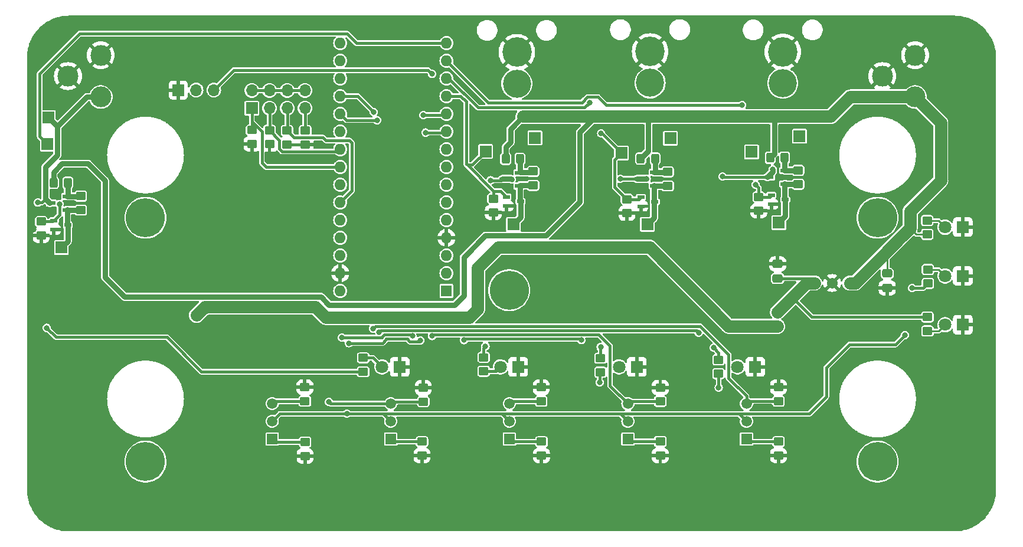
<source format=gtl>
%TF.GenerationSoftware,KiCad,Pcbnew,7.0.8*%
%TF.CreationDate,2024-05-27T16:30:15-04:00*%
%TF.ProjectId,TelescopeController,54656c65-7363-46f7-9065-436f6e74726f,rev?*%
%TF.SameCoordinates,Original*%
%TF.FileFunction,Copper,L1,Top*%
%TF.FilePolarity,Positive*%
%FSLAX46Y46*%
G04 Gerber Fmt 4.6, Leading zero omitted, Abs format (unit mm)*
G04 Created by KiCad (PCBNEW 7.0.8) date 2024-05-27 16:30:15*
%MOMM*%
%LPD*%
G01*
G04 APERTURE LIST*
G04 Aperture macros list*
%AMRoundRect*
0 Rectangle with rounded corners*
0 $1 Rounding radius*
0 $2 $3 $4 $5 $6 $7 $8 $9 X,Y pos of 4 corners*
0 Add a 4 corners polygon primitive as box body*
4,1,4,$2,$3,$4,$5,$6,$7,$8,$9,$2,$3,0*
0 Add four circle primitives for the rounded corners*
1,1,$1+$1,$2,$3*
1,1,$1+$1,$4,$5*
1,1,$1+$1,$6,$7*
1,1,$1+$1,$8,$9*
0 Add four rect primitives between the rounded corners*
20,1,$1+$1,$2,$3,$4,$5,0*
20,1,$1+$1,$4,$5,$6,$7,0*
20,1,$1+$1,$6,$7,$8,$9,0*
20,1,$1+$1,$8,$9,$2,$3,0*%
G04 Aperture macros list end*
%TA.AperFunction,SMDPad,CuDef*%
%ADD10R,1.150000X0.600000*%
%TD*%
%TA.AperFunction,SMDPad,CuDef*%
%ADD11RoundRect,0.250000X-0.325000X-0.450000X0.325000X-0.450000X0.325000X0.450000X-0.325000X0.450000X0*%
%TD*%
%TA.AperFunction,SMDPad,CuDef*%
%ADD12RoundRect,0.250000X0.450000X-0.350000X0.450000X0.350000X-0.450000X0.350000X-0.450000X-0.350000X0*%
%TD*%
%TA.AperFunction,ComponentPad*%
%ADD13R,1.700000X1.700000*%
%TD*%
%TA.AperFunction,ComponentPad*%
%ADD14O,1.700000X1.700000*%
%TD*%
%TA.AperFunction,SMDPad,CuDef*%
%ADD15RoundRect,0.250000X-0.450000X0.350000X-0.450000X-0.350000X0.450000X-0.350000X0.450000X0.350000X0*%
%TD*%
%TA.AperFunction,ComponentPad*%
%ADD16C,4.227000*%
%TD*%
%TA.AperFunction,ComponentPad*%
%ADD17C,4.039000*%
%TD*%
%TA.AperFunction,ComponentPad*%
%ADD18C,3.000000*%
%TD*%
%TA.AperFunction,SMDPad,CuDef*%
%ADD19R,1.000000X0.500000*%
%TD*%
%TA.AperFunction,ComponentPad*%
%ADD20C,5.600000*%
%TD*%
%TA.AperFunction,SMDPad,CuDef*%
%ADD21RoundRect,0.250000X0.475000X-0.337500X0.475000X0.337500X-0.475000X0.337500X-0.475000X-0.337500X0*%
%TD*%
%TA.AperFunction,SMDPad,CuDef*%
%ADD22RoundRect,0.250000X-0.475000X0.337500X-0.475000X-0.337500X0.475000X-0.337500X0.475000X0.337500X0*%
%TD*%
%TA.AperFunction,ComponentPad*%
%ADD23R,1.600000X1.600000*%
%TD*%
%TA.AperFunction,ComponentPad*%
%ADD24O,1.600000X1.600000*%
%TD*%
%TA.AperFunction,ComponentPad*%
%ADD25C,1.550000*%
%TD*%
%TA.AperFunction,SMDPad,CuDef*%
%ADD26RoundRect,0.250000X-0.450000X0.325000X-0.450000X-0.325000X0.450000X-0.325000X0.450000X0.325000X0*%
%TD*%
%TA.AperFunction,ComponentPad*%
%ADD27R,1.500000X1.500000*%
%TD*%
%TA.AperFunction,ComponentPad*%
%ADD28C,1.500000*%
%TD*%
%TA.AperFunction,ComponentPad*%
%ADD29R,1.800000X1.800000*%
%TD*%
%TA.AperFunction,ComponentPad*%
%ADD30C,1.800000*%
%TD*%
%TA.AperFunction,ViaPad*%
%ADD31C,0.800000*%
%TD*%
%TA.AperFunction,ViaPad*%
%ADD32C,1.000000*%
%TD*%
%TA.AperFunction,Conductor*%
%ADD33C,0.391000*%
%TD*%
%TA.AperFunction,Conductor*%
%ADD34C,0.750000*%
%TD*%
%TA.AperFunction,Conductor*%
%ADD35C,1.780000*%
%TD*%
%TA.AperFunction,Conductor*%
%ADD36C,0.250000*%
%TD*%
G04 APERTURE END LIST*
D10*
%TO.P,Q12,1,G*%
%TO.N,Net-(Q12-G)*%
X49550000Y-118460000D03*
%TO.P,Q12,2,S*%
%TO.N,Net-(Q12-S)*%
X49550000Y-116540000D03*
%TO.P,Q12,3,D*%
%TO.N,/12V_SWITCHING3/OUT*%
X47350000Y-117500000D03*
%TD*%
%TO.P,Q2,1,G*%
%TO.N,Net-(Q2-G)*%
X114450000Y-115060000D03*
%TO.P,Q2,2,S*%
%TO.N,Net-(Q2-S)*%
X114450000Y-113140000D03*
%TO.P,Q2,3,D*%
%TO.N,/12V_SWITCHING/OUT*%
X112250000Y-114100000D03*
%TD*%
%TO.P,Q11,1,G*%
%TO.N,Net-(Q11-G)*%
X152550000Y-114735000D03*
%TO.P,Q11,2,S*%
%TO.N,Net-(Q11-S)*%
X152550000Y-112815000D03*
%TO.P,Q11,3,D*%
%TO.N,/12V_SWITCHING2/OUT*%
X150350000Y-113775000D03*
%TD*%
%TO.P,Q10,1,G*%
%TO.N,Net-(Q10-G)*%
X133825000Y-115010000D03*
%TO.P,Q10,2,S*%
%TO.N,Net-(Q10-S)*%
X133825000Y-113090000D03*
%TO.P,Q10,3,D*%
%TO.N,/12V_SWITCHING1/OUT*%
X131625000Y-114050000D03*
%TD*%
D11*
%TO.P,F5,1*%
%TO.N,+12V*%
X47675000Y-114575000D03*
%TO.P,F5,2*%
%TO.N,Net-(Q12-S)*%
X49725000Y-114575000D03*
%TD*%
D12*
%TO.P,R23,1*%
%TO.N,/12V_SWITCHING3/OUT*%
X92100000Y-141700000D03*
%TO.P,R23,2*%
%TO.N,Net-(D13-A)*%
X92100000Y-139700000D03*
%TD*%
D13*
%TO.P,J11,1,Pin_1*%
%TO.N,/Thermistor1/AOUT*%
X76110000Y-103875000D03*
D14*
%TO.P,J11,2,Pin_2*%
%TO.N,+5V*%
X76110000Y-101335000D03*
%TO.P,J11,3,Pin_3*%
%TO.N,/Thermistor/AOUT*%
X78650000Y-103875000D03*
%TO.P,J11,4,Pin_4*%
%TO.N,+5V*%
X78650000Y-101335000D03*
%TO.P,J11,5,Pin_5*%
%TO.N,/Thermistor3/AOUT*%
X81190000Y-103875000D03*
%TO.P,J11,6,Pin_6*%
%TO.N,+5V*%
X81190000Y-101335000D03*
%TO.P,J11,7,Pin_7*%
%TO.N,/Thermistor2/AOUT*%
X83730000Y-103875000D03*
%TO.P,J11,8,Pin_8*%
%TO.N,+5V*%
X83730000Y-101335000D03*
%TD*%
D13*
%TO.P,TP11,1,1*%
%TO.N,/12V_SWITCHING2/OUT*%
X154675000Y-107900000D03*
%TD*%
D15*
%TO.P,R13,1*%
%TO.N,/HEATER3_ON*%
X117675000Y-151725000D03*
%TO.P,R13,2*%
%TO.N,GND*%
X117675000Y-153725000D03*
%TD*%
%TO.P,R22,1*%
%TO.N,/12V_SWITCHING2/OUT*%
X143050000Y-139975000D03*
%TO.P,R22,2*%
%TO.N,Net-(D8-A)*%
X143050000Y-141975000D03*
%TD*%
D13*
%TO.P,TP5,1,1*%
%TO.N,/12V_SWITCHING/IN*%
X109650000Y-110075000D03*
%TD*%
D11*
%TO.P,F2,1*%
%TO.N,+12V*%
X112525000Y-111150000D03*
%TO.P,F2,2*%
%TO.N,Net-(Q2-S)*%
X114575000Y-111150000D03*
%TD*%
D16*
%TO.P,J4,1,1*%
%TO.N,GND*%
X152275000Y-95800000D03*
D17*
%TO.P,J4,2,2*%
%TO.N,/12V_SWITCHING2/OUT*%
X152275000Y-100300000D03*
%TD*%
D12*
%TO.P,R18,1*%
%TO.N,+5V*%
X173075000Y-129025000D03*
%TO.P,R18,2*%
%TO.N,Net-(D14-A)*%
X173075000Y-127025000D03*
%TD*%
D11*
%TO.P,F3,1*%
%TO.N,+12V*%
X131900000Y-111100000D03*
%TO.P,F3,2*%
%TO.N,Net-(Q10-S)*%
X133950000Y-111100000D03*
%TD*%
D13*
%TO.P,TP8,1,1*%
%TO.N,/12V_SWITCHING3/IN*%
X46800000Y-109050000D03*
%TD*%
D18*
%TO.P,J7,1,1*%
%TO.N,+12V*%
X171250000Y-102275000D03*
%TO.P,J7,2,2*%
%TO.N,GND*%
X171250000Y-96275000D03*
%TO.P,J7,3,3*%
X166550000Y-99275000D03*
%TD*%
D13*
%TO.P,TP2,1,1*%
%TO.N,Net-(Q10-G)*%
X132850000Y-120550000D03*
%TD*%
D15*
%TO.P,R6,1*%
%TO.N,Net-(Q11-S)*%
X154475000Y-112800000D03*
%TO.P,R6,2*%
%TO.N,Net-(Q11-G)*%
X154475000Y-114800000D03*
%TD*%
D19*
%TO.P,Q7,1*%
%TO.N,/12V_SWITCHING3/IN*%
X47725000Y-120000000D03*
%TO.P,Q7,2*%
%TO.N,GND*%
X47725000Y-121300000D03*
%TO.P,Q7,3*%
%TO.N,Net-(Q12-G)*%
X49725000Y-120650000D03*
%TD*%
%TO.P,Q3,1*%
%TO.N,/12V_SWITCHING1/IN*%
X131925000Y-116650000D03*
%TO.P,Q3,2*%
%TO.N,GND*%
X131925000Y-117950000D03*
%TO.P,Q3,3*%
%TO.N,Net-(Q10-G)*%
X133925000Y-117300000D03*
%TD*%
D13*
%TO.P,TP7,1,1*%
%TO.N,/12V_SWITCHING2/IN*%
X147800000Y-110150000D03*
%TD*%
%TO.P,TP12,1,1*%
%TO.N,/12V_SWITCHING3/OUT*%
X46925000Y-105200000D03*
%TD*%
%TO.P,TP10,1,1*%
%TO.N,/12V_SWITCHING1/OUT*%
X136150000Y-108200000D03*
%TD*%
D20*
%TO.P,REF\u002A\u002A,1*%
%TO.N,N/C*%
X165867641Y-154600000D03*
%TD*%
D11*
%TO.P,F4,1*%
%TO.N,+12V*%
X150475000Y-111000000D03*
%TO.P,F4,2*%
%TO.N,Net-(Q11-S)*%
X152525000Y-111000000D03*
%TD*%
D13*
%TO.P,TP4,1,1*%
%TO.N,Net-(Q12-G)*%
X48800000Y-123875000D03*
%TD*%
%TO.P,TP6,1,1*%
%TO.N,/12V_SWITCHING1/IN*%
X129125000Y-110300000D03*
%TD*%
D15*
%TO.P,R20,1*%
%TO.N,/12V_SWITCHING/OUT*%
X109375000Y-139625000D03*
%TO.P,R20,2*%
%TO.N,Net-(D12-A)*%
X109375000Y-141625000D03*
%TD*%
D12*
%TO.P,R16,1*%
%TO.N,/CAP_CLOSE*%
X83725000Y-145925000D03*
%TO.P,R16,2*%
%TO.N,GND*%
X83725000Y-143925000D03*
%TD*%
D15*
%TO.P,R29,1*%
%TO.N,/Thermistor3/AOUT*%
X81175000Y-107100000D03*
%TO.P,R29,2*%
%TO.N,GND*%
X81175000Y-109100000D03*
%TD*%
%TO.P,R17,1*%
%TO.N,Net-(PS1-+VOUT)*%
X173025000Y-133850000D03*
%TO.P,R17,2*%
%TO.N,Net-(D10-A)*%
X173025000Y-135850000D03*
%TD*%
%TO.P,R1,1*%
%TO.N,/12V_SWITCHING/IN*%
X110750000Y-116850000D03*
%TO.P,R1,2*%
%TO.N,GND*%
X110750000Y-118850000D03*
%TD*%
%TO.P,R8,1*%
%TO.N,Net-(Q12-S)*%
X51575000Y-116500000D03*
%TO.P,R8,2*%
%TO.N,Net-(Q12-G)*%
X51575000Y-118500000D03*
%TD*%
D20*
%TO.P,REF\u002A\u002A,1*%
%TO.N,N/C*%
X60867641Y-154600000D03*
%TD*%
D21*
%TO.P,C2,1*%
%TO.N,Net-(PS1-+VOUT)*%
X151525000Y-128300000D03*
%TO.P,C2,2*%
%TO.N,GND*%
X151525000Y-126225000D03*
%TD*%
D15*
%TO.P,R27,1*%
%TO.N,/Thermistor1/AOUT*%
X76125000Y-107025000D03*
%TO.P,R27,2*%
%TO.N,GND*%
X76125000Y-109025000D03*
%TD*%
%TO.P,R5,1*%
%TO.N,/12V_SWITCHING2/IN*%
X148825000Y-116600000D03*
%TO.P,R5,2*%
%TO.N,GND*%
X148825000Y-118600000D03*
%TD*%
%TO.P,R4,1*%
%TO.N,Net-(Q10-S)*%
X135750000Y-113025000D03*
%TO.P,R4,2*%
%TO.N,Net-(Q10-G)*%
X135750000Y-115025000D03*
%TD*%
D12*
%TO.P,R10,1*%
%TO.N,/HEATER2_OFF*%
X134700000Y-145950000D03*
%TO.P,R10,2*%
%TO.N,GND*%
X134700000Y-143950000D03*
%TD*%
D20*
%TO.P,REF\u002A\u002A,1*%
%TO.N,N/C*%
X165867641Y-119600000D03*
%TD*%
D18*
%TO.P,J1,1,1*%
%TO.N,/12V_SWITCHING3/OUT*%
X54450000Y-102275000D03*
%TO.P,J1,2,2*%
%TO.N,GND*%
X54450000Y-96275000D03*
%TO.P,J1,3,3*%
X49750000Y-99275000D03*
%TD*%
D15*
%TO.P,R15,1*%
%TO.N,/CAP_OPEN*%
X83750000Y-151775000D03*
%TO.P,R15,2*%
%TO.N,GND*%
X83750000Y-153775000D03*
%TD*%
D22*
%TO.P,C1,1*%
%TO.N,+12V*%
X167250000Y-127587500D03*
%TO.P,C1,2*%
%TO.N,GND*%
X167250000Y-129662500D03*
%TD*%
D23*
%TO.P,A1,1,D1/TX*%
%TO.N,unconnected-(A1-D1{slash}TX-Pad1)*%
X104035000Y-130095000D03*
D24*
%TO.P,A1,2,D0/RX*%
%TO.N,unconnected-(A1-D0{slash}RX-Pad2)*%
X104035000Y-127555000D03*
%TO.P,A1,3,~{RESET}*%
%TO.N,unconnected-(A1-~{RESET}-Pad3)*%
X104035000Y-125015000D03*
%TO.P,A1,4,GND*%
%TO.N,GND*%
X104035000Y-122475000D03*
%TO.P,A1,5,D2*%
%TO.N,/HEATER2_ON*%
X104035000Y-119935000D03*
%TO.P,A1,6,D3*%
%TO.N,/HEATER2_OFF*%
X104035000Y-117395000D03*
%TO.P,A1,7,D4*%
%TO.N,/HEATER3_ON*%
X104035000Y-114855000D03*
%TO.P,A1,8,D5*%
%TO.N,/HEATER3_OFF*%
X104035000Y-112315000D03*
%TO.P,A1,9,D6*%
%TO.N,Net-(A1-D6)*%
X104035000Y-109775000D03*
%TO.P,A1,10,D7*%
%TO.N,/CAP_OPEN*%
X104035000Y-107235000D03*
%TO.P,A1,11,D8*%
%TO.N,/CAP_CLOSE*%
X104035000Y-104695000D03*
%TO.P,A1,12,D9*%
%TO.N,/12V_SWITCHING/IN*%
X104035000Y-102155000D03*
%TO.P,A1,13,D10*%
%TO.N,/12V_SWITCHING1/IN*%
X104035000Y-99615000D03*
%TO.P,A1,14,D11*%
%TO.N,/12V_SWITCHING2/IN*%
X104035000Y-97075000D03*
%TO.P,A1,15,D12*%
%TO.N,/12V_SWITCHING3/IN*%
X104035000Y-94535000D03*
%TO.P,A1,16,D13*%
%TO.N,/LIGHT_ON*%
X88795000Y-94535000D03*
%TO.P,A1,17,3V3*%
%TO.N,unconnected-(A1-3V3-Pad17)*%
X88795000Y-97075000D03*
%TO.P,A1,18,AREF*%
%TO.N,unconnected-(A1-AREF-Pad18)*%
X88795000Y-99615000D03*
%TO.P,A1,19,A0*%
%TO.N,/HEATER1_OFF*%
X88795000Y-102155000D03*
%TO.P,A1,20,A1*%
%TO.N,/HEATER1_ON*%
X88795000Y-104695000D03*
%TO.P,A1,21,A2*%
%TO.N,unconnected-(A1-A2-Pad21)*%
X88795000Y-107235000D03*
%TO.P,A1,22,A3*%
%TO.N,/Thermistor/AOUT*%
X88795000Y-109775000D03*
%TO.P,A1,23,A4*%
%TO.N,/Thermistor1/AOUT*%
X88795000Y-112315000D03*
%TO.P,A1,24,A5*%
%TO.N,/Thermistor2/AOUT*%
X88795000Y-114855000D03*
%TO.P,A1,25,A6*%
%TO.N,/Thermistor3/AOUT*%
X88795000Y-117395000D03*
%TO.P,A1,26,A7*%
%TO.N,/LIGHT_OFF*%
X88795000Y-119935000D03*
%TO.P,A1,27,+5V*%
%TO.N,+5V*%
X88795000Y-122475000D03*
%TO.P,A1,28,~{RESET}*%
%TO.N,unconnected-(A1-~{RESET}-Pad28)*%
X88795000Y-125015000D03*
%TO.P,A1,29,GND*%
%TO.N,GND*%
X88795000Y-127555000D03*
%TO.P,A1,30,VIN*%
%TO.N,unconnected-(A1-VIN-Pad30)*%
X88795000Y-130095000D03*
%TD*%
D19*
%TO.P,Q1,1*%
%TO.N,/12V_SWITCHING/IN*%
X112650000Y-116600000D03*
%TO.P,Q1,2*%
%TO.N,GND*%
X112650000Y-117900000D03*
%TO.P,Q1,3*%
%TO.N,Net-(Q2-G)*%
X114650000Y-117250000D03*
%TD*%
D15*
%TO.P,R11,1*%
%TO.N,/HEATER1_ON*%
X151650000Y-151725000D03*
%TO.P,R11,2*%
%TO.N,GND*%
X151650000Y-153725000D03*
%TD*%
%TO.P,R28,1*%
%TO.N,/Thermistor2/AOUT*%
X83775000Y-107100000D03*
%TO.P,R28,2*%
%TO.N,GND*%
X83775000Y-109100000D03*
%TD*%
D16*
%TO.P,J3,1,1*%
%TO.N,GND*%
X133240000Y-95750000D03*
D17*
%TO.P,J3,2,2*%
%TO.N,/12V_SWITCHING1/OUT*%
X133240000Y-100250000D03*
%TD*%
D20*
%TO.P,REF\u002A\u002A,1*%
%TO.N,N/C*%
X113035000Y-130000000D03*
%TD*%
D13*
%TO.P,TP1,1,1*%
%TO.N,Net-(Q2-G)*%
X113650000Y-120550000D03*
%TD*%
D15*
%TO.P,R21,1*%
%TO.N,/12V_SWITCHING1/OUT*%
X126125000Y-139750000D03*
%TO.P,R21,2*%
%TO.N,Net-(D9-A)*%
X126125000Y-141750000D03*
%TD*%
D20*
%TO.P,REF\u002A\u002A,1*%
%TO.N,N/C*%
X60867641Y-119600000D03*
%TD*%
D12*
%TO.P,R25,1*%
%TO.N,/LIGHT_OFF*%
X100700000Y-145975000D03*
%TO.P,R25,2*%
%TO.N,GND*%
X100700000Y-143975000D03*
%TD*%
D13*
%TO.P,TP3,1,1*%
%TO.N,Net-(Q11-G)*%
X151700000Y-120300000D03*
%TD*%
D15*
%TO.P,R2,1*%
%TO.N,Net-(Q2-S)*%
X116450000Y-112950000D03*
%TO.P,R2,2*%
%TO.N,Net-(Q2-G)*%
X116450000Y-114950000D03*
%TD*%
%TO.P,R9,1*%
%TO.N,/HEATER2_ON*%
X134700000Y-151700000D03*
%TO.P,R9,2*%
%TO.N,GND*%
X134700000Y-153700000D03*
%TD*%
%TO.P,R3,1*%
%TO.N,/12V_SWITCHING1/IN*%
X129925000Y-116950000D03*
%TO.P,R3,2*%
%TO.N,GND*%
X129925000Y-118950000D03*
%TD*%
D13*
%TO.P,TP9,1,1*%
%TO.N,/12V_SWITCHING/OUT*%
X116725000Y-108150000D03*
%TD*%
D12*
%TO.P,R12,1*%
%TO.N,/HEATER1_OFF*%
X151650000Y-145900000D03*
%TO.P,R12,2*%
%TO.N,GND*%
X151650000Y-143900000D03*
%TD*%
%TO.P,R19,1*%
%TO.N,+12V*%
X172975000Y-122000000D03*
%TO.P,R19,2*%
%TO.N,Net-(D11-A)*%
X172975000Y-120000000D03*
%TD*%
D15*
%TO.P,R24,1*%
%TO.N,/LIGHT_ON*%
X100525000Y-151725000D03*
%TO.P,R24,2*%
%TO.N,GND*%
X100525000Y-153725000D03*
%TD*%
D25*
%TO.P,PS1,1,+VIN*%
%TO.N,+12V*%
X161890000Y-128962500D03*
%TO.P,PS1,2,GND*%
%TO.N,GND*%
X159350000Y-128962500D03*
%TO.P,PS1,3,+VOUT*%
%TO.N,Net-(PS1-+VOUT)*%
X156810000Y-128962500D03*
%TD*%
D19*
%TO.P,Q5,1*%
%TO.N,/12V_SWITCHING2/IN*%
X150625000Y-116350000D03*
%TO.P,Q5,2*%
%TO.N,GND*%
X150625000Y-117650000D03*
%TO.P,Q5,3*%
%TO.N,Net-(Q11-G)*%
X152625000Y-117000000D03*
%TD*%
D16*
%TO.P,J2,1,1*%
%TO.N,GND*%
X114125000Y-95850000D03*
D17*
%TO.P,J2,2,2*%
%TO.N,/12V_SWITCHING/OUT*%
X114125000Y-100350000D03*
%TD*%
D13*
%TO.P,J5,1,Pin_1*%
%TO.N,GND*%
X65585000Y-101275000D03*
D14*
%TO.P,J5,2,Pin_2*%
%TO.N,Net-(J5-Pin_2)*%
X68125000Y-101275000D03*
%TO.P,J5,3,Pin_3*%
%TO.N,Net-(A1-D6)*%
X70665000Y-101275000D03*
%TD*%
D26*
%TO.P,F1,1*%
%TO.N,Net-(PS1-+VOUT)*%
X151525000Y-133112500D03*
%TO.P,F1,2*%
%TO.N,Net-(J5-Pin_2)*%
X151525000Y-135162500D03*
%TD*%
D12*
%TO.P,R14,1*%
%TO.N,/HEATER3_OFF*%
X117625000Y-145925000D03*
%TO.P,R14,2*%
%TO.N,GND*%
X117625000Y-143925000D03*
%TD*%
D15*
%TO.P,R7,1*%
%TO.N,/12V_SWITCHING3/IN*%
X45900000Y-120150000D03*
%TO.P,R7,2*%
%TO.N,GND*%
X45900000Y-122150000D03*
%TD*%
%TO.P,R26,1*%
%TO.N,/Thermistor/AOUT*%
X78650000Y-107050000D03*
%TO.P,R26,2*%
%TO.N,GND*%
X78650000Y-109050000D03*
%TD*%
D27*
%TO.P,S10,1,1*%
%TO.N,/CAP_OPEN*%
X79040000Y-151355000D03*
D28*
%TO.P,S10,2,2*%
%TO.N,+5V*%
X79040000Y-148815000D03*
%TO.P,S10,3,3*%
%TO.N,/CAP_CLOSE*%
X79040000Y-146275000D03*
%TD*%
D29*
%TO.P,D13,1,K*%
%TO.N,GND*%
X97325000Y-141000000D03*
D30*
%TO.P,D13,2,A*%
%TO.N,Net-(D13-A)*%
X94785000Y-141000000D03*
%TD*%
D29*
%TO.P,D9,1,K*%
%TO.N,GND*%
X131325000Y-141000000D03*
D30*
%TO.P,D9,2,A*%
%TO.N,Net-(D9-A)*%
X128785000Y-141000000D03*
%TD*%
D29*
%TO.P,D12,1,K*%
%TO.N,GND*%
X114325000Y-141000000D03*
D30*
%TO.P,D12,2,A*%
%TO.N,Net-(D12-A)*%
X111785000Y-141000000D03*
%TD*%
D27*
%TO.P,S8,1,1*%
%TO.N,/HEATER1_ON*%
X147060000Y-151355000D03*
D28*
%TO.P,S8,2,2*%
%TO.N,+5V*%
X147060000Y-148815000D03*
%TO.P,S8,3,3*%
%TO.N,/HEATER1_OFF*%
X147060000Y-146275000D03*
%TD*%
D29*
%TO.P,D8,1,K*%
%TO.N,GND*%
X148325000Y-141000000D03*
D30*
%TO.P,D8,2,A*%
%TO.N,Net-(D8-A)*%
X145785000Y-141000000D03*
%TD*%
D29*
%TO.P,D11,1,K*%
%TO.N,GND*%
X178090000Y-120950000D03*
D30*
%TO.P,D11,2,A*%
%TO.N,Net-(D11-A)*%
X175550000Y-120950000D03*
%TD*%
D27*
%TO.P,S7,1,1*%
%TO.N,/HEATER3_ON*%
X113060000Y-151355000D03*
D28*
%TO.P,S7,2,2*%
%TO.N,+5V*%
X113060000Y-148815000D03*
%TO.P,S7,3,3*%
%TO.N,/HEATER3_OFF*%
X113060000Y-146275000D03*
%TD*%
D27*
%TO.P,S4,1,1*%
%TO.N,/HEATER2_ON*%
X130060000Y-151355000D03*
D28*
%TO.P,S4,2,2*%
%TO.N,+5V*%
X130060000Y-148815000D03*
%TO.P,S4,3,3*%
%TO.N,/HEATER2_OFF*%
X130060000Y-146275000D03*
%TD*%
D27*
%TO.P,S9,1,1*%
%TO.N,/LIGHT_ON*%
X96040000Y-151355000D03*
D28*
%TO.P,S9,2,2*%
%TO.N,+5V*%
X96040000Y-148815000D03*
%TO.P,S9,3,3*%
%TO.N,/LIGHT_OFF*%
X96040000Y-146275000D03*
%TD*%
D29*
%TO.P,D14,1,K*%
%TO.N,GND*%
X178090000Y-127950000D03*
D30*
%TO.P,D14,2,A*%
%TO.N,Net-(D14-A)*%
X175550000Y-127950000D03*
%TD*%
D29*
%TO.P,D10,1,K*%
%TO.N,GND*%
X178090000Y-134950000D03*
D30*
%TO.P,D10,2,A*%
%TO.N,Net-(D10-A)*%
X175550000Y-134950000D03*
%TD*%
D31*
%TO.N,/HEATER1_OFF*%
X93486000Y-135500000D03*
X93600000Y-104425000D03*
%TO.N,/HEATER1_ON*%
X140208231Y-136082532D03*
X94360734Y-135983575D03*
X94077000Y-105600000D03*
%TO.N,GND*%
X113400000Y-91675000D03*
X181950000Y-142370000D03*
X82995000Y-163550000D03*
X125425000Y-116650000D03*
X121275000Y-111650000D03*
X71500000Y-107500000D03*
X44825000Y-154295000D03*
X100775000Y-163550000D03*
X133795000Y-163550000D03*
X181950000Y-147450000D03*
X65215000Y-163550000D03*
X111450000Y-109400000D03*
X57595000Y-163550000D03*
X171820000Y-91675000D03*
X130000000Y-101550000D03*
X138000000Y-123925000D03*
X180500000Y-93350000D03*
X176525000Y-157075000D03*
X75300000Y-91675000D03*
X181950000Y-96650000D03*
X181950000Y-157610000D03*
X44825000Y-144135000D03*
X60135000Y-163550000D03*
X169280000Y-91675000D03*
X57520000Y-91675000D03*
X180225000Y-162400000D03*
X50450000Y-91675000D03*
X108395000Y-163550000D03*
X181950000Y-149990000D03*
X67680000Y-91675000D03*
X98235000Y-163550000D03*
X70220000Y-91675000D03*
X146495000Y-163550000D03*
X62675000Y-163550000D03*
X98160000Y-91675000D03*
X181950000Y-155070000D03*
X181950000Y-152530000D03*
X126175000Y-163550000D03*
X46775000Y-92525000D03*
X61075000Y-98750000D03*
X45500000Y-94025000D03*
X176975000Y-163550000D03*
X123600000Y-96425000D03*
X83975000Y-111200000D03*
X166740000Y-91675000D03*
X93155000Y-163550000D03*
X80380000Y-91675000D03*
X90540000Y-91675000D03*
X61525000Y-127125000D03*
X85460000Y-91675000D03*
X105855000Y-163550000D03*
X44825000Y-146675000D03*
X181950000Y-114430000D03*
X163175000Y-97150000D03*
X44825000Y-131435000D03*
X136335000Y-163550000D03*
X88075000Y-163550000D03*
X71875000Y-115450000D03*
X169355000Y-163550000D03*
X44825000Y-126355000D03*
X139300000Y-91650000D03*
X51550000Y-154150000D03*
X166815000Y-163550000D03*
X77915000Y-163550000D03*
X145975000Y-127950000D03*
X181950000Y-111890000D03*
X141415000Y-163550000D03*
X80455000Y-163550000D03*
X72760000Y-91675000D03*
X105075000Y-158000000D03*
X115940000Y-91675000D03*
X44825000Y-139055000D03*
X88325000Y-157625000D03*
X62600000Y-91675000D03*
X174360000Y-91675000D03*
X52515000Y-163550000D03*
X150225000Y-102500000D03*
X178950000Y-92100000D03*
X108075000Y-91650000D03*
X44825000Y-108575000D03*
X148810000Y-163525000D03*
X156655000Y-163550000D03*
X138875000Y-163550000D03*
X44825000Y-136515000D03*
X141275000Y-101650000D03*
X105900000Y-143225000D03*
X81100000Y-116925000D03*
X44825000Y-118735000D03*
X135825000Y-91675000D03*
X131500000Y-119225000D03*
X44825000Y-103495000D03*
X85535000Y-163550000D03*
X176900000Y-91675000D03*
X131550000Y-130375000D03*
X141275000Y-121650000D03*
X154225000Y-120300000D03*
X65140000Y-91675000D03*
X146025000Y-91700000D03*
X171895000Y-163550000D03*
X105780000Y-91675000D03*
X55055000Y-163550000D03*
X135375000Y-110775000D03*
X181950000Y-134750000D03*
X181950000Y-139830000D03*
X95620000Y-91675000D03*
X178825000Y-163275000D03*
X121275000Y-91650000D03*
X44825000Y-159375000D03*
X128810000Y-163525000D03*
X44825000Y-95875000D03*
X159150000Y-119700000D03*
X164200000Y-91675000D03*
X44825000Y-156835000D03*
X116015000Y-163550000D03*
X154300000Y-110900000D03*
X97400000Y-103525000D03*
X158275000Y-155525000D03*
X48150000Y-163300000D03*
X181950000Y-109350000D03*
X95975000Y-122225000D03*
X44825000Y-116195000D03*
X100700000Y-91675000D03*
X93080000Y-91675000D03*
X143225000Y-96600000D03*
X80825000Y-137175000D03*
X154975000Y-139275000D03*
X90615000Y-163550000D03*
X88000000Y-91675000D03*
X131275000Y-91650000D03*
X44825000Y-113655000D03*
X121095000Y-163550000D03*
X181925000Y-159750000D03*
X181950000Y-124590000D03*
X54980000Y-91675000D03*
X181525000Y-94925000D03*
X181950000Y-127130000D03*
X119800000Y-140525000D03*
X44825000Y-128895000D03*
X113475000Y-163550000D03*
X44825000Y-100955000D03*
X181225000Y-161375000D03*
X154115000Y-163550000D03*
X151575000Y-163550000D03*
X161735000Y-163550000D03*
X69950000Y-158675000D03*
X181950000Y-129670000D03*
X143955000Y-163550000D03*
X52440000Y-91675000D03*
X95695000Y-163550000D03*
X44825000Y-98415000D03*
X75375000Y-163550000D03*
X70295000Y-163550000D03*
X44825000Y-149215000D03*
X69500000Y-151775000D03*
X44825000Y-121275000D03*
X181950000Y-122050000D03*
X44825000Y-106035000D03*
X181950000Y-119510000D03*
X79075000Y-111075000D03*
X159120000Y-91675000D03*
X181950000Y-144910000D03*
X72835000Y-163550000D03*
X44825000Y-133975000D03*
X67755000Y-163550000D03*
X164275000Y-163550000D03*
X133720000Y-91675000D03*
X51200000Y-142950000D03*
X77840000Y-91675000D03*
X48475000Y-91800000D03*
X179675000Y-97475000D03*
X97200000Y-96800000D03*
X181950000Y-104270000D03*
X126100000Y-91675000D03*
X60060000Y-91675000D03*
X141275000Y-91650000D03*
X123560000Y-91675000D03*
X161660000Y-91675000D03*
X181950000Y-106810000D03*
X141275000Y-111650000D03*
X85405000Y-108950000D03*
X181950000Y-99190000D03*
X82920000Y-91675000D03*
X49975000Y-163550000D03*
X110935000Y-163550000D03*
X181950000Y-101730000D03*
X154040000Y-91675000D03*
X181950000Y-137290000D03*
X44825000Y-141595000D03*
X151275000Y-91650000D03*
X51600000Y-130950000D03*
X159195000Y-163550000D03*
X44825000Y-123815000D03*
X44825000Y-151755000D03*
X176700000Y-143175000D03*
X123635000Y-163550000D03*
X103315000Y-163550000D03*
X179350000Y-112350000D03*
X120575000Y-130100000D03*
X118810000Y-163525000D03*
X131255000Y-163550000D03*
X181950000Y-116970000D03*
X44825000Y-111115000D03*
X121275000Y-121650000D03*
X123650000Y-153825000D03*
X174435000Y-163550000D03*
X111275000Y-101650000D03*
X181950000Y-132210000D03*
X143880000Y-91675000D03*
X103240000Y-91675000D03*
X46650000Y-162300000D03*
X121275000Y-101650000D03*
X45500000Y-160975000D03*
X140300000Y-155575000D03*
%TO.N,/HEATER2_ON*%
X123375000Y-137161000D03*
X106550000Y-137161000D03*
%TO.N,/HEATER2_OFF*%
X101950000Y-136570000D03*
%TO.N,Net-(A1-D6)*%
X101950000Y-98975000D03*
%TO.N,/CAP_OPEN*%
X100300000Y-137200000D03*
X90025000Y-137595000D03*
X101025000Y-107375000D03*
%TO.N,/CAP_CLOSE*%
X89050000Y-136800000D03*
X100725000Y-104875000D03*
X99150000Y-136570000D03*
%TO.N,/12V_SWITCHING1/IN*%
X124575000Y-103075000D03*
X126225000Y-107500000D03*
%TO.N,/12V_SWITCHING2/IN*%
X148375000Y-114850000D03*
X146450000Y-103425000D03*
%TO.N,/12V_SWITCHING3/IN*%
X48525000Y-117625000D03*
%TO.N,+5V*%
X89750000Y-147725000D03*
X169775000Y-136425000D03*
X170825000Y-129700000D03*
%TO.N,/12V_SWITCHING/OUT*%
X110350000Y-114225000D03*
X109625000Y-138025000D03*
X113400000Y-114075000D03*
%TO.N,/12V_SWITCHING1/OUT*%
X126150000Y-138150000D03*
X132750000Y-114025000D03*
X128950000Y-114025000D03*
%TO.N,/12V_SWITCHING2/OUT*%
X142350000Y-138250000D03*
X150850000Y-112650000D03*
X143650000Y-113675000D03*
D32*
%TO.N,Net-(J5-Pin_2)*%
X68175000Y-133600000D03*
D31*
%TO.N,/12V_SWITCHING3/OUT*%
X46700000Y-135400000D03*
X45425000Y-117425000D03*
%TO.N,/LIGHT_OFF*%
X87175000Y-146025000D03*
%TO.N,Net-(D8-A)*%
X143075000Y-143975000D03*
%TO.N,Net-(D9-A)*%
X126000000Y-143225000D03*
%TD*%
D33*
%TO.N,/12V_SWITCHING3/IN*%
X48525000Y-117625000D02*
X48525000Y-119200000D01*
X48525000Y-119200000D02*
X47725000Y-120000000D01*
%TO.N,/HEATER1_OFF*%
X93815237Y-135170763D02*
X140420763Y-135170763D01*
X140420763Y-135170763D02*
X144489500Y-139239500D01*
X144489500Y-142589500D02*
X147060000Y-145160000D01*
X91330000Y-102155000D02*
X93600000Y-104425000D01*
X144489500Y-139239500D02*
X144489500Y-142589500D01*
X147435000Y-145900000D02*
X147060000Y-146275000D01*
X147060000Y-145160000D02*
X147060000Y-146275000D01*
X151650000Y-145900000D02*
X147435000Y-145900000D01*
X88795000Y-102155000D02*
X91330000Y-102155000D01*
X93486000Y-135500000D02*
X93815237Y-135170763D01*
%TO.N,/HEATER1_ON*%
X140208231Y-136082532D02*
X139887462Y-135761763D01*
X94569309Y-135775000D02*
X94360734Y-135983575D01*
X89700000Y-105600000D02*
X88795000Y-104695000D01*
X139874225Y-135775000D02*
X128525000Y-135775000D01*
X151650000Y-151725000D02*
X147430000Y-151725000D01*
X94077000Y-105600000D02*
X89700000Y-105600000D01*
X147430000Y-151725000D02*
X147060000Y-151355000D01*
X128525000Y-135775000D02*
X94569309Y-135775000D01*
X139887462Y-135761763D02*
X139874225Y-135775000D01*
%TO.N,GND*%
X83775000Y-109100000D02*
X85255000Y-109100000D01*
X85255000Y-109100000D02*
X85405000Y-108950000D01*
X81175000Y-109100000D02*
X83775000Y-109100000D01*
%TO.N,/HEATER2_ON*%
X130405000Y-151700000D02*
X130060000Y-151355000D01*
X123171000Y-136957000D02*
X108700000Y-136957000D01*
X106754000Y-136957000D02*
X106550000Y-137161000D01*
X123375000Y-137161000D02*
X123171000Y-136957000D01*
X134700000Y-151700000D02*
X130405000Y-151700000D01*
X108700000Y-136957000D02*
X106754000Y-136957000D01*
%TO.N,/HEATER2_OFF*%
X127489500Y-137984500D02*
X125871000Y-136366000D01*
X134700000Y-145950000D02*
X130385000Y-145950000D01*
X130060000Y-146275000D02*
X127489500Y-143704500D01*
X130385000Y-145950000D02*
X130060000Y-146275000D01*
X125871000Y-136366000D02*
X102154000Y-136366000D01*
X127489500Y-143704500D02*
X127489500Y-137984500D01*
X102154000Y-136366000D02*
X101950000Y-136570000D01*
%TO.N,/HEATER3_ON*%
X113430000Y-151725000D02*
X113060000Y-151355000D01*
X117675000Y-151725000D02*
X113430000Y-151725000D01*
%TO.N,/HEATER3_OFF*%
X113410000Y-145925000D02*
X113060000Y-146275000D01*
X117625000Y-145925000D02*
X113410000Y-145925000D01*
%TO.N,Net-(A1-D6)*%
X72840000Y-99100000D02*
X73520500Y-98419500D01*
X73520500Y-98419500D02*
X101394500Y-98419500D01*
X101394500Y-98419500D02*
X101950000Y-98975000D01*
X70665000Y-101275000D02*
X72840000Y-99100000D01*
%TO.N,/CAP_OPEN*%
X103895000Y-107375000D02*
X104035000Y-107235000D01*
X98382000Y-136957000D02*
X98790500Y-137365500D01*
X90025000Y-137595000D02*
X94840800Y-137595000D01*
X101025000Y-107375000D02*
X103895000Y-107375000D01*
X100134500Y-137365500D02*
X100300000Y-137200000D01*
X79460000Y-151775000D02*
X79040000Y-151355000D01*
X95400000Y-137035800D02*
X95400000Y-136957000D01*
X98790500Y-137365500D02*
X100134500Y-137365500D01*
X96750000Y-136957000D02*
X98382000Y-136957000D01*
X94840800Y-137595000D02*
X95400000Y-137035800D01*
X95400000Y-136957000D02*
X96750000Y-136957000D01*
X83750000Y-151775000D02*
X79460000Y-151775000D01*
%TO.N,/CAP_CLOSE*%
X94800000Y-136669316D02*
X95103316Y-136366000D01*
X95103316Y-136366000D02*
X97400000Y-136366000D01*
X89050000Y-136800000D02*
X94800000Y-136800000D01*
X103855000Y-104875000D02*
X104035000Y-104695000D01*
X94800000Y-136800000D02*
X94800000Y-136669316D01*
X83725000Y-145925000D02*
X79390000Y-145925000D01*
X79390000Y-145925000D02*
X79040000Y-146275000D01*
X100725000Y-104875000D02*
X103855000Y-104875000D01*
X97400000Y-136366000D02*
X98946000Y-136366000D01*
X98946000Y-136366000D02*
X99150000Y-136570000D01*
%TO.N,/12V_SWITCHING/IN*%
X106875000Y-102950000D02*
X106875000Y-111875000D01*
X107012500Y-112012500D02*
X110750000Y-115750000D01*
X111800000Y-115750000D02*
X112650000Y-116600000D01*
X107712500Y-112012500D02*
X109650000Y-110075000D01*
X110750000Y-115750000D02*
X111800000Y-115750000D01*
X106080000Y-102155000D02*
X106875000Y-102950000D01*
X106875000Y-111875000D02*
X107012500Y-112012500D01*
X107012500Y-112012500D02*
X107712500Y-112012500D01*
X110750000Y-115750000D02*
X110750000Y-116850000D01*
X104035000Y-102155000D02*
X106080000Y-102155000D01*
%TO.N,/12V_SWITCHING1/IN*%
X123860500Y-103789500D02*
X108550300Y-103789500D01*
X124575000Y-103075000D02*
X123860500Y-103789500D01*
X104375800Y-99615000D02*
X104035000Y-99615000D01*
X129125000Y-110300000D02*
X126325000Y-107500000D01*
X129925000Y-116950000D02*
X128154500Y-115179500D01*
X128154500Y-115179500D02*
X128154500Y-111270500D01*
X126325000Y-107500000D02*
X126225000Y-107500000D01*
X128154500Y-111270500D02*
X129125000Y-110300000D01*
X131625000Y-116950000D02*
X131925000Y-116650000D01*
X108550300Y-103789500D02*
X104375800Y-99615000D01*
X129925000Y-116950000D02*
X131625000Y-116950000D01*
%TO.N,/12V_SWITCHING2/IN*%
X150375000Y-116600000D02*
X150625000Y-116350000D01*
X148825000Y-116600000D02*
X148825000Y-115300000D01*
X125775000Y-102275000D02*
X126925000Y-103425000D01*
X148825000Y-115300000D02*
X148375000Y-114850000D01*
X104035000Y-97075000D02*
X108500000Y-101540000D01*
X108500000Y-101540000D02*
X110010000Y-103050000D01*
X126925000Y-103425000D02*
X146450000Y-103425000D01*
X123474993Y-103050000D02*
X124249993Y-102275000D01*
X124249993Y-102275000D02*
X125775000Y-102275000D01*
X148825000Y-116600000D02*
X150375000Y-116600000D01*
X110010000Y-103050000D02*
X123474993Y-103050000D01*
%TO.N,/12V_SWITCHING3/IN*%
X47575000Y-120150000D02*
X47725000Y-120000000D01*
X45679500Y-107929500D02*
X46800000Y-109050000D01*
X45900000Y-120150000D02*
X47575000Y-120150000D01*
X91110000Y-94535000D02*
X89750000Y-93175000D01*
X89750000Y-93175000D02*
X51425000Y-93175000D01*
X51425000Y-93175000D02*
X45679500Y-98920500D01*
X104035000Y-94535000D02*
X91110000Y-94535000D01*
X45679500Y-98920500D02*
X45679500Y-107929500D01*
%TO.N,/Thermistor/AOUT*%
X80462124Y-110100000D02*
X88470000Y-110100000D01*
X78650000Y-103875000D02*
X78650000Y-107050000D01*
X78650000Y-107050000D02*
X80079500Y-108479500D01*
X80079500Y-108479500D02*
X80079500Y-109717376D01*
X80079500Y-109717376D02*
X80462124Y-110100000D01*
X88470000Y-110100000D02*
X88795000Y-109775000D01*
%TO.N,/Thermistor1/AOUT*%
X77554500Y-111695500D02*
X78174000Y-112315000D01*
X76110000Y-105825000D02*
X76110000Y-107010000D01*
X76110000Y-107010000D02*
X76125000Y-107025000D01*
X76110000Y-103875000D02*
X76110000Y-105825000D01*
X78174000Y-112315000D02*
X88795000Y-112315000D01*
X77554500Y-107269500D02*
X77554500Y-111695500D01*
X76110000Y-105825000D02*
X77554500Y-107269500D01*
%TO.N,/Thermistor2/AOUT*%
X83730000Y-107055000D02*
X83775000Y-107100000D01*
X83730000Y-103875000D02*
X83730000Y-107055000D01*
%TO.N,/Thermistor3/AOUT*%
X90475000Y-108875000D02*
X90475000Y-115715000D01*
X82170500Y-108095500D02*
X86350000Y-108095500D01*
X90475000Y-115715000D02*
X88795000Y-117395000D01*
X81190000Y-103875000D02*
X81190000Y-107085000D01*
X81190000Y-107085000D02*
X81175000Y-107100000D01*
X90100000Y-108500000D02*
X90475000Y-108875000D01*
X86350000Y-108095500D02*
X86754500Y-108500000D01*
X81175000Y-107100000D02*
X82170500Y-108095500D01*
X86754500Y-108500000D02*
X90100000Y-108500000D01*
%TO.N,+5V*%
X161800000Y-137800000D02*
X168400000Y-137800000D01*
X158525000Y-145275000D02*
X158525000Y-141075000D01*
X78650000Y-101335000D02*
X81190000Y-101335000D01*
X94950000Y-147725000D02*
X94425000Y-147725000D01*
X130060000Y-148815000D02*
X128970000Y-147725000D01*
X145970000Y-147725000D02*
X147060000Y-148815000D01*
X111150000Y-147725000D02*
X128475000Y-147725000D01*
X128475000Y-147725000D02*
X145375000Y-147725000D01*
X76110000Y-101335000D02*
X78650000Y-101335000D01*
X128970000Y-147725000D02*
X128475000Y-147725000D01*
X94425000Y-147725000D02*
X111150000Y-147725000D01*
X89750000Y-147725000D02*
X94425000Y-147725000D01*
X111970000Y-147725000D02*
X111150000Y-147725000D01*
X156075000Y-147725000D02*
X158525000Y-145275000D01*
X145375000Y-147725000D02*
X156075000Y-147725000D01*
X158525000Y-141075000D02*
X161800000Y-137800000D01*
X113060000Y-148815000D02*
X111970000Y-147725000D01*
X172400000Y-129700000D02*
X173075000Y-129025000D01*
X168400000Y-137800000D02*
X169775000Y-136425000D01*
X80130000Y-147725000D02*
X79040000Y-148815000D01*
X89750000Y-147725000D02*
X80130000Y-147725000D01*
X170825000Y-129700000D02*
X172400000Y-129700000D01*
X96040000Y-148815000D02*
X94950000Y-147725000D01*
X145375000Y-147725000D02*
X145970000Y-147725000D01*
X81190000Y-101335000D02*
X83730000Y-101335000D01*
D34*
%TO.N,+12V*%
X150475000Y-111000000D02*
X151050000Y-110425000D01*
X131900000Y-111100000D02*
X133000000Y-110000000D01*
X125425000Y-105075000D02*
X123175000Y-107325000D01*
X55050000Y-128125000D02*
X55050000Y-114275000D01*
X109625000Y-122175000D02*
X118325000Y-122175000D01*
X106550000Y-125250000D02*
X109625000Y-122175000D01*
X151050000Y-105325000D02*
X150800000Y-105075000D01*
X112525000Y-111150000D02*
X112525000Y-109478859D01*
D35*
X162550000Y-102275000D02*
X161950000Y-102275000D01*
D34*
X105225000Y-132100000D02*
X106550000Y-130775000D01*
X86025000Y-130925000D02*
X57850000Y-130925000D01*
X105225000Y-132100000D02*
X87200000Y-132100000D01*
X55050000Y-114275000D02*
X52625000Y-111850000D01*
X47675000Y-113075000D02*
X47675000Y-114575000D01*
X52625000Y-111850000D02*
X48900000Y-111850000D01*
D35*
X174925000Y-105950000D02*
X174925000Y-114250000D01*
X171250000Y-102275000D02*
X162550000Y-102275000D01*
X132850000Y-105075000D02*
X125425000Y-105075000D01*
D36*
X167250000Y-125300000D02*
X166788750Y-124838750D01*
X167250000Y-127587500D02*
X167250000Y-125300000D01*
D35*
X123450000Y-105075000D02*
X115025000Y-105075000D01*
X166788750Y-124838750D02*
X162665000Y-128962500D01*
D34*
X118325000Y-122175000D02*
X123175000Y-117325000D01*
D36*
X171422500Y-122000000D02*
X170525000Y-121102500D01*
X172975000Y-122000000D02*
X171422500Y-122000000D01*
D34*
X133000000Y-110000000D02*
X133000000Y-105225000D01*
D35*
X174925000Y-114250000D02*
X170525000Y-118650000D01*
D34*
X48900000Y-111850000D02*
X47675000Y-113075000D01*
D35*
X162665000Y-128962500D02*
X161890000Y-128962500D01*
D34*
X113225000Y-108778859D02*
X113225000Y-106875000D01*
D35*
X161950000Y-102275000D02*
X159150000Y-105075000D01*
X171250000Y-102275000D02*
X174925000Y-105950000D01*
D34*
X133000000Y-105225000D02*
X132850000Y-105075000D01*
X106550000Y-130775000D02*
X106550000Y-125250000D01*
D35*
X170525000Y-118650000D02*
X170525000Y-121102500D01*
X159150000Y-105075000D02*
X150800000Y-105075000D01*
D34*
X87200000Y-132100000D02*
X86025000Y-130925000D01*
X112525000Y-109478859D02*
X113225000Y-108778859D01*
D35*
X170525000Y-121102500D02*
X169152500Y-122475000D01*
D34*
X113225000Y-106875000D02*
X115025000Y-105075000D01*
X123175000Y-107325000D02*
X123175000Y-117325000D01*
D35*
X169152500Y-122475000D02*
X166788750Y-124838750D01*
X150800000Y-105075000D02*
X132850000Y-105075000D01*
D34*
X57850000Y-130925000D02*
X55050000Y-128125000D01*
X151050000Y-110425000D02*
X151050000Y-105325000D01*
D35*
X125425000Y-105075000D02*
X123450000Y-105075000D01*
D33*
%TO.N,/12V_SWITCHING/OUT*%
X111850000Y-114225000D02*
X112050000Y-114025000D01*
D34*
X112050000Y-114025000D02*
X113350000Y-114025000D01*
D33*
X110350000Y-114225000D02*
X111850000Y-114225000D01*
D34*
X113350000Y-114025000D02*
X113400000Y-114075000D01*
D33*
X109375000Y-138275000D02*
X109625000Y-138025000D01*
X109375000Y-139625000D02*
X109375000Y-138275000D01*
%TO.N,/12V_SWITCHING1/OUT*%
X126125000Y-139750000D02*
X126125000Y-138175000D01*
D34*
X131325000Y-114025000D02*
X132750000Y-114025000D01*
D33*
X126125000Y-138175000D02*
X126150000Y-138150000D01*
X128950000Y-114025000D02*
X131325000Y-114025000D01*
D34*
%TO.N,/12V_SWITCHING2/OUT*%
X150850000Y-112975000D02*
X150050000Y-113775000D01*
X150850000Y-112650000D02*
X150850000Y-112975000D01*
D33*
X143750000Y-113775000D02*
X150050000Y-113775000D01*
X143650000Y-113675000D02*
X143750000Y-113775000D01*
X143050000Y-139975000D02*
X143050000Y-138950000D01*
X143050000Y-138950000D02*
X142350000Y-138250000D01*
D35*
%TO.N,Net-(J5-Pin_2)*%
X107314737Y-133885263D02*
X86720263Y-133885263D01*
X69405000Y-132390000D02*
X69395000Y-132400000D01*
X86720263Y-133885263D02*
X85225000Y-132390000D01*
X69395000Y-132400000D02*
X69385000Y-132390000D01*
X108500000Y-132700000D02*
X107314737Y-133885263D01*
X69515000Y-132500000D02*
X69405000Y-132390000D01*
X69625000Y-132390000D02*
X69515000Y-132500000D01*
X151525000Y-135162500D02*
X144512500Y-135162500D01*
X85225000Y-132390000D02*
X69625000Y-132390000D01*
X144512500Y-135162500D02*
X133175000Y-123825000D01*
X69385000Y-132390000D02*
X68175000Y-133600000D01*
X111440000Y-123825000D02*
X108500000Y-126765000D01*
X108500000Y-126765000D02*
X108500000Y-132700000D01*
X133175000Y-123825000D02*
X111440000Y-123825000D01*
D33*
%TO.N,/12V_SWITCHING3/OUT*%
X68900000Y-141700000D02*
X63925000Y-136725000D01*
D34*
X46525000Y-112300000D02*
X48225000Y-110600000D01*
X46525000Y-116875000D02*
X46525000Y-112300000D01*
D33*
X63925000Y-136725000D02*
X48025000Y-136725000D01*
D34*
X48225000Y-110600000D02*
X48225000Y-106500000D01*
D33*
X45425000Y-117425000D02*
X45975000Y-117425000D01*
D34*
X52450000Y-102275000D02*
X54450000Y-102275000D01*
D33*
X45975000Y-117425000D02*
X46525000Y-116875000D01*
X48025000Y-136725000D02*
X46700000Y-135400000D01*
X92100000Y-141700000D02*
X68900000Y-141700000D01*
D34*
X48225000Y-106500000D02*
X52450000Y-102275000D01*
X48225000Y-106500000D02*
X46925000Y-105200000D01*
X47125000Y-117475000D02*
X46525000Y-116875000D01*
%TO.N,Net-(Q2-G)*%
X114550000Y-114975000D02*
X114550000Y-117150000D01*
X114550000Y-117150000D02*
X114650000Y-117250000D01*
X114650000Y-117250000D02*
X114650000Y-119550000D01*
X114650000Y-119550000D02*
X113650000Y-120550000D01*
X114575000Y-114950000D02*
X114550000Y-114975000D01*
X116450000Y-114950000D02*
X114575000Y-114950000D01*
%TO.N,Net-(Q10-G)*%
X133825000Y-119575000D02*
X132850000Y-120550000D01*
X133825000Y-117200000D02*
X133925000Y-117300000D01*
X133825000Y-116925000D02*
X133825000Y-119575000D01*
X133825000Y-114975000D02*
X133825000Y-116925000D01*
X135750000Y-115025000D02*
X133875000Y-115025000D01*
X133875000Y-115025000D02*
X133825000Y-114975000D01*
X133825000Y-116925000D02*
X133825000Y-117200000D01*
%TO.N,Net-(Q11-G)*%
X152625000Y-117000000D02*
X152625000Y-119375000D01*
X154475000Y-114800000D02*
X152625000Y-114800000D01*
X152550000Y-116925000D02*
X152625000Y-117000000D01*
X152550000Y-114725000D02*
X152550000Y-116925000D01*
X152625000Y-119375000D02*
X151700000Y-120300000D01*
X152625000Y-114800000D02*
X152550000Y-114725000D01*
%TO.N,Net-(Q2-S)*%
X116325000Y-113075000D02*
X116450000Y-112950000D01*
X114575000Y-113050000D02*
X114550000Y-113075000D01*
X114575000Y-111150000D02*
X114575000Y-113050000D01*
X114550000Y-113075000D02*
X116325000Y-113075000D01*
D33*
%TO.N,/LIGHT_ON*%
X96410000Y-151725000D02*
X96040000Y-151355000D01*
X100525000Y-151725000D02*
X96410000Y-151725000D01*
%TO.N,/LIGHT_OFF*%
X100700000Y-145975000D02*
X96340000Y-145975000D01*
X96340000Y-145975000D02*
X96040000Y-146275000D01*
X87425000Y-146275000D02*
X96040000Y-146275000D01*
X87175000Y-146025000D02*
X87425000Y-146275000D01*
D34*
%TO.N,Net-(Q10-S)*%
X133950000Y-112950000D02*
X133825000Y-113075000D01*
X135700000Y-113075000D02*
X135750000Y-113025000D01*
X133950000Y-111100000D02*
X133950000Y-112950000D01*
X133825000Y-113075000D02*
X135700000Y-113075000D01*
%TO.N,Net-(Q11-S)*%
X154450000Y-112825000D02*
X154475000Y-112800000D01*
X152550000Y-112825000D02*
X154450000Y-112825000D01*
X152525000Y-111000000D02*
X152525000Y-112800000D01*
X152525000Y-112800000D02*
X152550000Y-112825000D01*
D33*
%TO.N,Net-(PS1-+VOUT)*%
X173025000Y-133850000D02*
X156450000Y-133850000D01*
X156147500Y-128300000D02*
X156810000Y-128962500D01*
D35*
X155675000Y-128962500D02*
X153618750Y-131018750D01*
D33*
X151525000Y-128300000D02*
X156147500Y-128300000D01*
D35*
X153618750Y-131018750D02*
X151525000Y-133112500D01*
D33*
X156450000Y-133850000D02*
X153618750Y-131018750D01*
D35*
X156810000Y-128962500D02*
X155675000Y-128962500D01*
D33*
%TO.N,Net-(D8-A)*%
X143075000Y-143975000D02*
X143075000Y-142000000D01*
X143075000Y-142000000D02*
X143050000Y-141975000D01*
%TO.N,Net-(D9-A)*%
X126000000Y-143225000D02*
X126000000Y-141875000D01*
X126000000Y-141875000D02*
X126125000Y-141750000D01*
D36*
%TO.N,Net-(D10-A)*%
X174650000Y-135850000D02*
X175550000Y-134950000D01*
X173025000Y-135850000D02*
X174650000Y-135850000D01*
%TO.N,Net-(D11-A)*%
X174600000Y-120000000D02*
X175550000Y-120950000D01*
X172975000Y-120000000D02*
X174600000Y-120000000D01*
D33*
%TO.N,Net-(D12-A)*%
X109375000Y-141625000D02*
X111160000Y-141625000D01*
X111160000Y-141625000D02*
X111785000Y-141000000D01*
%TO.N,Net-(D13-A)*%
X93485000Y-139700000D02*
X94785000Y-141000000D01*
X92100000Y-139700000D02*
X93485000Y-139700000D01*
D36*
%TO.N,Net-(D14-A)*%
X173075000Y-127025000D02*
X174625000Y-127025000D01*
X174625000Y-127025000D02*
X175550000Y-127950000D01*
D34*
%TO.N,Net-(Q12-S)*%
X49725000Y-114575000D02*
X49725000Y-116425000D01*
X49625000Y-116525000D02*
X51550000Y-116525000D01*
X51550000Y-116525000D02*
X51575000Y-116500000D01*
X49725000Y-116425000D02*
X49625000Y-116525000D01*
%TO.N,Net-(Q12-G)*%
X49725000Y-122950000D02*
X48800000Y-123875000D01*
X49625000Y-120550000D02*
X49725000Y-120650000D01*
X51575000Y-118500000D02*
X49700000Y-118500000D01*
X49625000Y-118425000D02*
X49625000Y-120550000D01*
X49725000Y-120650000D02*
X49725000Y-122950000D01*
X49700000Y-118500000D02*
X49625000Y-118425000D01*
%TD*%
%TA.AperFunction,Conductor*%
%TO.N,GND*%
G36*
X139579084Y-136190685D02*
G01*
X139624839Y-136243489D01*
X139626595Y-136247523D01*
X139683695Y-136385373D01*
X139779949Y-136510814D01*
X139905390Y-136607068D01*
X140051469Y-136667576D01*
X140096687Y-136673529D01*
X140208230Y-136688214D01*
X140208231Y-136688214D01*
X140208232Y-136688214D01*
X140305077Y-136675464D01*
X140364993Y-136667576D01*
X140511072Y-136607068D01*
X140636513Y-136510814D01*
X140732767Y-136385373D01*
X140762089Y-136314582D01*
X140805927Y-136260183D01*
X140872220Y-136238117D01*
X140939920Y-136255395D01*
X140964329Y-136274357D01*
X142176346Y-137486374D01*
X142209831Y-137547697D01*
X142204847Y-137617389D01*
X142162975Y-137673322D01*
X142136118Y-137688616D01*
X142047160Y-137725463D01*
X141921718Y-137821718D01*
X141825463Y-137947160D01*
X141764956Y-138093237D01*
X141764955Y-138093239D01*
X141744318Y-138249998D01*
X141744318Y-138250001D01*
X141764955Y-138406760D01*
X141764956Y-138406762D01*
X141825464Y-138552841D01*
X141921718Y-138678282D01*
X142047159Y-138774536D01*
X142193238Y-138835044D01*
X142270343Y-138845195D01*
X142358058Y-138856743D01*
X142357680Y-138859613D01*
X142411331Y-138875367D01*
X142431973Y-138892001D01*
X142525414Y-138985442D01*
X142558899Y-139046765D01*
X142553915Y-139116457D01*
X142512043Y-139172390D01*
X142478689Y-139190164D01*
X142387117Y-139222207D01*
X142277850Y-139302850D01*
X142197207Y-139412117D01*
X142197206Y-139412119D01*
X142152353Y-139540298D01*
X142152353Y-139540300D01*
X142149500Y-139570730D01*
X142149500Y-140379269D01*
X142152353Y-140409699D01*
X142152353Y-140409701D01*
X142191953Y-140522867D01*
X142197207Y-140537882D01*
X142277850Y-140647150D01*
X142387118Y-140727793D01*
X142429845Y-140742744D01*
X142515299Y-140772646D01*
X142545730Y-140775500D01*
X142545734Y-140775500D01*
X143554270Y-140775500D01*
X143584699Y-140772646D01*
X143584701Y-140772646D01*
X143649418Y-140750000D01*
X143712882Y-140727793D01*
X143822150Y-140647150D01*
X143869730Y-140582680D01*
X143925377Y-140540430D01*
X143995033Y-140534971D01*
X144056583Y-140568038D01*
X144090484Y-140629132D01*
X144093500Y-140656314D01*
X144093500Y-141293685D01*
X144073815Y-141360724D01*
X144021011Y-141406479D01*
X143951853Y-141416423D01*
X143888297Y-141387398D01*
X143869730Y-141367319D01*
X143856717Y-141349687D01*
X143822150Y-141302850D01*
X143712882Y-141222207D01*
X143712880Y-141222206D01*
X143584700Y-141177353D01*
X143554270Y-141174500D01*
X143554266Y-141174500D01*
X142545734Y-141174500D01*
X142545730Y-141174500D01*
X142515300Y-141177353D01*
X142515298Y-141177353D01*
X142387119Y-141222206D01*
X142387117Y-141222207D01*
X142277850Y-141302850D01*
X142197207Y-141412117D01*
X142197206Y-141412119D01*
X142152353Y-141540298D01*
X142152353Y-141540300D01*
X142149500Y-141570730D01*
X142149500Y-142379269D01*
X142152353Y-142409699D01*
X142152353Y-142409701D01*
X142189928Y-142517081D01*
X142197207Y-142537882D01*
X142277850Y-142647150D01*
X142387118Y-142727793D01*
X142420278Y-142739396D01*
X142515299Y-142772646D01*
X142545730Y-142775500D01*
X142545734Y-142775500D01*
X142555000Y-142775500D01*
X142622039Y-142795185D01*
X142667794Y-142847989D01*
X142679000Y-142899500D01*
X142679000Y-143463073D01*
X142659315Y-143530112D01*
X142651335Y-143540017D01*
X142651666Y-143540271D01*
X142646720Y-143546716D01*
X142646718Y-143546718D01*
X142573775Y-143641780D01*
X142550463Y-143672160D01*
X142489956Y-143818237D01*
X142489955Y-143818239D01*
X142469318Y-143974998D01*
X142469318Y-143975001D01*
X142489955Y-144131760D01*
X142489956Y-144131762D01*
X142528576Y-144225000D01*
X142550464Y-144277841D01*
X142646718Y-144403282D01*
X142772159Y-144499536D01*
X142918238Y-144560044D01*
X142987170Y-144569119D01*
X143074999Y-144580682D01*
X143075000Y-144580682D01*
X143075001Y-144580682D01*
X143162792Y-144569124D01*
X143231762Y-144560044D01*
X143377841Y-144499536D01*
X143503282Y-144403282D01*
X143599536Y-144277841D01*
X143660044Y-144131762D01*
X143680682Y-143975000D01*
X143679033Y-143962477D01*
X143661682Y-143830682D01*
X143660044Y-143818238D01*
X143599536Y-143672159D01*
X143503282Y-143546718D01*
X143503279Y-143546716D01*
X143498334Y-143540271D01*
X143500626Y-143538511D01*
X143473826Y-143489396D01*
X143471000Y-143463073D01*
X143471000Y-142896224D01*
X143490685Y-142829185D01*
X143543489Y-142783430D01*
X143577358Y-142774385D01*
X143577330Y-142774256D01*
X143580139Y-142773642D01*
X143583422Y-142772765D01*
X143584699Y-142772646D01*
X143584701Y-142772645D01*
X143584704Y-142772645D01*
X143650991Y-142749449D01*
X143712882Y-142727793D01*
X143822150Y-142647150D01*
X143869730Y-142582680D01*
X143925377Y-142540430D01*
X143995033Y-142534971D01*
X144056583Y-142568038D01*
X144090484Y-142629132D01*
X144091983Y-142642646D01*
X144093499Y-142652219D01*
X144100235Y-142672951D01*
X144104776Y-142691862D01*
X144108187Y-142713398D01*
X144118081Y-142732815D01*
X144125526Y-142750788D01*
X144132263Y-142771522D01*
X144145074Y-142789154D01*
X144155241Y-142805745D01*
X144165133Y-142825159D01*
X144165136Y-142825164D01*
X144165138Y-142825166D01*
X146601088Y-145261116D01*
X146634573Y-145322439D01*
X146629589Y-145392131D01*
X146587717Y-145448064D01*
X146571864Y-145458152D01*
X146547913Y-145470955D01*
X146529371Y-145480866D01*
X146384642Y-145599642D01*
X146265864Y-145744373D01*
X146265862Y-145744376D01*
X146177604Y-145909497D01*
X146123253Y-146088666D01*
X146123252Y-146088668D01*
X146104901Y-146275000D01*
X146123252Y-146461331D01*
X146123253Y-146461333D01*
X146177604Y-146640502D01*
X146265862Y-146805623D01*
X146265864Y-146805626D01*
X146384642Y-146950357D01*
X146529373Y-147069135D01*
X146529376Y-147069137D01*
X146578964Y-147095642D01*
X146628808Y-147144604D01*
X146644269Y-147212741D01*
X146620438Y-147278421D01*
X146564880Y-147320790D01*
X146520511Y-147329000D01*
X130599489Y-147329000D01*
X130532450Y-147309315D01*
X130486695Y-147256511D01*
X130476751Y-147187353D01*
X130505776Y-147123797D01*
X130541036Y-147095642D01*
X130590623Y-147069137D01*
X130590626Y-147069135D01*
X130735357Y-146950357D01*
X130854135Y-146805626D01*
X130854137Y-146805623D01*
X130870238Y-146775500D01*
X130942396Y-146640501D01*
X130988693Y-146487882D01*
X130996747Y-146461332D01*
X130997090Y-146457850D01*
X130997779Y-146456141D01*
X130997936Y-146455356D01*
X130998085Y-146455385D01*
X131023249Y-146393062D01*
X131080282Y-146352701D01*
X131120493Y-146346000D01*
X133700830Y-146346000D01*
X133767869Y-146365685D01*
X133813624Y-146418489D01*
X133817871Y-146429045D01*
X133829710Y-146462880D01*
X133847207Y-146512882D01*
X133927850Y-146622150D01*
X134037118Y-146702793D01*
X134067114Y-146713289D01*
X134165299Y-146747646D01*
X134195730Y-146750500D01*
X134195734Y-146750500D01*
X135204270Y-146750500D01*
X135234699Y-146747646D01*
X135234701Y-146747646D01*
X135306145Y-146722646D01*
X135362882Y-146702793D01*
X135472150Y-146622150D01*
X135552793Y-146512882D01*
X135582129Y-146429045D01*
X135597646Y-146384701D01*
X135597646Y-146384699D01*
X135600500Y-146354269D01*
X135600500Y-145545730D01*
X135597646Y-145515300D01*
X135597646Y-145515298D01*
X135561540Y-145412117D01*
X135552793Y-145387118D01*
X135472150Y-145277850D01*
X135389396Y-145216775D01*
X135347147Y-145161129D01*
X135341688Y-145091472D01*
X135374756Y-145029923D01*
X135424028Y-144999300D01*
X135469117Y-144984359D01*
X135469124Y-144984356D01*
X135618345Y-144892315D01*
X135742315Y-144768345D01*
X135834356Y-144619124D01*
X135834358Y-144619119D01*
X135889505Y-144452697D01*
X135889506Y-144452690D01*
X135899999Y-144349986D01*
X135900000Y-144349973D01*
X135900000Y-144200000D01*
X133500001Y-144200000D01*
X133500001Y-144349986D01*
X133510494Y-144452697D01*
X133565641Y-144619119D01*
X133565643Y-144619124D01*
X133657684Y-144768345D01*
X133781654Y-144892315D01*
X133930875Y-144984356D01*
X133930880Y-144984358D01*
X133975972Y-144999300D01*
X134033417Y-145039072D01*
X134060240Y-145103588D01*
X134047925Y-145172364D01*
X134010602Y-145216776D01*
X133927850Y-145277850D01*
X133847207Y-145387117D01*
X133847206Y-145387119D01*
X133817871Y-145470955D01*
X133777149Y-145527731D01*
X133712197Y-145553478D01*
X133700830Y-145554000D01*
X130724109Y-145554000D01*
X130657070Y-145534315D01*
X130645444Y-145525853D01*
X130590626Y-145480864D01*
X130590623Y-145480862D01*
X130425502Y-145392604D01*
X130246333Y-145338253D01*
X130246331Y-145338252D01*
X130060000Y-145319901D01*
X129873669Y-145338252D01*
X129798713Y-145360990D01*
X129728846Y-145361613D01*
X129675038Y-145330010D01*
X128045028Y-143700000D01*
X133500000Y-143700000D01*
X134450000Y-143700000D01*
X134450000Y-142850000D01*
X134950000Y-142850000D01*
X134950000Y-143700000D01*
X135899999Y-143700000D01*
X135899999Y-143550028D01*
X135899998Y-143550013D01*
X135889505Y-143447302D01*
X135834358Y-143280880D01*
X135834356Y-143280875D01*
X135742315Y-143131654D01*
X135618345Y-143007684D01*
X135469124Y-142915643D01*
X135469119Y-142915641D01*
X135302697Y-142860494D01*
X135302690Y-142860493D01*
X135199986Y-142850000D01*
X134950000Y-142850000D01*
X134450000Y-142850000D01*
X134200029Y-142850000D01*
X134200012Y-142850001D01*
X134097302Y-142860494D01*
X133930880Y-142915641D01*
X133930875Y-142915643D01*
X133781654Y-143007684D01*
X133657684Y-143131654D01*
X133565643Y-143280875D01*
X133565641Y-143280880D01*
X133510494Y-143447302D01*
X133510493Y-143447309D01*
X133500000Y-143550013D01*
X133500000Y-143700000D01*
X128045028Y-143700000D01*
X127921819Y-143576791D01*
X127888334Y-143515468D01*
X127885500Y-143489110D01*
X127885500Y-141949988D01*
X127905185Y-141882949D01*
X127957989Y-141837194D01*
X128027147Y-141827250D01*
X128090703Y-141856275D01*
X128093002Y-141858318D01*
X128118959Y-141881981D01*
X128292363Y-141989348D01*
X128482544Y-142063024D01*
X128683024Y-142100500D01*
X128683026Y-142100500D01*
X128886974Y-142100500D01*
X128886976Y-142100500D01*
X129087456Y-142063024D01*
X129277637Y-141989348D01*
X129451041Y-141881981D01*
X129601764Y-141744579D01*
X129702046Y-141611783D01*
X129758155Y-141570148D01*
X129827867Y-141565457D01*
X129889049Y-141599199D01*
X129922276Y-141660662D01*
X129925000Y-141686511D01*
X129925000Y-141947844D01*
X129931401Y-142007372D01*
X129931403Y-142007379D01*
X129981645Y-142142086D01*
X129981649Y-142142093D01*
X130067809Y-142257187D01*
X130067812Y-142257190D01*
X130182906Y-142343350D01*
X130182913Y-142343354D01*
X130317620Y-142393596D01*
X130317627Y-142393598D01*
X130377155Y-142399999D01*
X130377172Y-142400000D01*
X131075000Y-142400000D01*
X131075000Y-141374189D01*
X131127547Y-141410016D01*
X131257173Y-141450000D01*
X131358724Y-141450000D01*
X131459138Y-141434865D01*
X131575000Y-141379068D01*
X131575000Y-142400000D01*
X132272828Y-142400000D01*
X132272844Y-142399999D01*
X132332372Y-142393598D01*
X132332379Y-142393596D01*
X132467086Y-142343354D01*
X132467093Y-142343350D01*
X132582187Y-142257190D01*
X132582190Y-142257187D01*
X132668350Y-142142093D01*
X132668354Y-142142086D01*
X132718596Y-142007379D01*
X132718598Y-142007372D01*
X132724999Y-141947844D01*
X132725000Y-141947827D01*
X132725000Y-141250000D01*
X131700278Y-141250000D01*
X131748625Y-141166260D01*
X131778810Y-141034008D01*
X131768673Y-140898735D01*
X131719113Y-140772459D01*
X131701203Y-140750000D01*
X132725000Y-140750000D01*
X132725000Y-140052172D01*
X132724999Y-140052155D01*
X132718598Y-139992627D01*
X132718596Y-139992620D01*
X132668354Y-139857913D01*
X132668350Y-139857906D01*
X132582190Y-139742812D01*
X132582187Y-139742809D01*
X132467093Y-139656649D01*
X132467086Y-139656645D01*
X132332379Y-139606403D01*
X132332372Y-139606401D01*
X132272844Y-139600000D01*
X131575000Y-139600000D01*
X131575000Y-140625810D01*
X131522453Y-140589984D01*
X131392827Y-140550000D01*
X131291276Y-140550000D01*
X131190862Y-140565135D01*
X131075000Y-140620931D01*
X131075000Y-139600000D01*
X130377155Y-139600000D01*
X130317627Y-139606401D01*
X130317620Y-139606403D01*
X130182913Y-139656645D01*
X130182906Y-139656649D01*
X130067812Y-139742809D01*
X130067809Y-139742812D01*
X129981649Y-139857906D01*
X129981645Y-139857913D01*
X129931403Y-139992620D01*
X129931401Y-139992627D01*
X129925000Y-140052155D01*
X129925000Y-140313488D01*
X129905315Y-140380527D01*
X129852511Y-140426282D01*
X129783353Y-140436226D01*
X129719797Y-140407201D01*
X129702046Y-140388215D01*
X129607398Y-140262882D01*
X129601764Y-140255421D01*
X129567225Y-140223935D01*
X129451041Y-140118019D01*
X129451039Y-140118017D01*
X129277642Y-140010655D01*
X129277635Y-140010651D01*
X129156656Y-139963784D01*
X129087456Y-139936976D01*
X128886976Y-139899500D01*
X128683024Y-139899500D01*
X128482544Y-139936976D01*
X128482541Y-139936976D01*
X128482541Y-139936977D01*
X128292364Y-140010651D01*
X128292357Y-140010655D01*
X128118960Y-140118017D01*
X128118958Y-140118019D01*
X128093037Y-140141649D01*
X128030232Y-140172266D01*
X127960845Y-140164067D01*
X127906906Y-140119656D01*
X127885539Y-140053134D01*
X127885500Y-140050011D01*
X127885500Y-137921782D01*
X127885500Y-137921780D01*
X127878762Y-137901043D01*
X127874223Y-137882134D01*
X127870813Y-137860604D01*
X127860914Y-137841176D01*
X127853475Y-137823218D01*
X127846737Y-137802479D01*
X127833922Y-137784841D01*
X127823758Y-137768254D01*
X127813864Y-137748836D01*
X127813863Y-137748834D01*
X127793466Y-137728438D01*
X127793448Y-137728418D01*
X126447709Y-136382681D01*
X126414224Y-136321358D01*
X126419208Y-136251667D01*
X126461079Y-136195733D01*
X126526544Y-136171316D01*
X126535390Y-136171000D01*
X128493835Y-136171000D01*
X139512045Y-136171000D01*
X139579084Y-136190685D01*
G37*
%TD.AperFunction*%
%TA.AperFunction,Conductor*%
G36*
X169951948Y-103385185D02*
G01*
X169981856Y-103412188D01*
X169999950Y-103434877D01*
X170186783Y-103608232D01*
X170397366Y-103751805D01*
X170397371Y-103751807D01*
X170397372Y-103751808D01*
X170397373Y-103751809D01*
X170493268Y-103797989D01*
X170626992Y-103862387D01*
X170626993Y-103862387D01*
X170626996Y-103862389D01*
X170870542Y-103937513D01*
X171122565Y-103975500D01*
X171356938Y-103975500D01*
X171423977Y-103995185D01*
X171444619Y-104011819D01*
X173798181Y-106365381D01*
X173831666Y-106426704D01*
X173834500Y-106453062D01*
X173834500Y-113746937D01*
X173814815Y-113813976D01*
X173798181Y-113834618D01*
X169825599Y-117807199D01*
X169809856Y-117820518D01*
X169807629Y-117822103D01*
X169744737Y-117888062D01*
X169717173Y-117915625D01*
X169710294Y-117923956D01*
X169707359Y-117927262D01*
X169663915Y-117972825D01*
X169663904Y-117972838D01*
X169644735Y-118002667D01*
X169640385Y-118008625D01*
X169617794Y-118035987D01*
X169617793Y-118035988D01*
X169587616Y-118091252D01*
X169585358Y-118095058D01*
X169551317Y-118148028D01*
X169538132Y-118180962D01*
X169534987Y-118187636D01*
X169517988Y-118218769D01*
X169517985Y-118218775D01*
X169498813Y-118278751D01*
X169497316Y-118282916D01*
X169473913Y-118341374D01*
X169467197Y-118376212D01*
X169465373Y-118383357D01*
X169454574Y-118417142D01*
X169447097Y-118479670D01*
X169446415Y-118484041D01*
X169434500Y-118545872D01*
X169434500Y-118581343D01*
X169434061Y-118588710D01*
X169429850Y-118623926D01*
X169429850Y-118623931D01*
X169434342Y-118686731D01*
X169434500Y-118691155D01*
X169434500Y-120599438D01*
X169414815Y-120666477D01*
X169398181Y-120687119D01*
X162249619Y-127835681D01*
X162188296Y-127869166D01*
X162161938Y-127872000D01*
X161838056Y-127872000D01*
X161693554Y-127885798D01*
X161682683Y-127886836D01*
X161682679Y-127886837D01*
X161482862Y-127945508D01*
X161297749Y-128040940D01*
X161134042Y-128169681D01*
X161134040Y-128169683D01*
X160997664Y-128327071D01*
X160997664Y-128327072D01*
X160893538Y-128507423D01*
X160893532Y-128507436D01*
X160831079Y-128687880D01*
X160790550Y-128744794D01*
X160725685Y-128770762D01*
X160657078Y-128757538D01*
X160606511Y-128709322D01*
X160594124Y-128679416D01*
X160552686Y-128524766D01*
X160552681Y-128524752D01*
X160458399Y-128322564D01*
X160458398Y-128322562D01*
X160411075Y-128254977D01*
X160411074Y-128254976D01*
X159833076Y-128832974D01*
X159809493Y-128752656D01*
X159731761Y-128631702D01*
X159623100Y-128537548D01*
X159492315Y-128477820D01*
X159482533Y-128476413D01*
X160057522Y-127901424D01*
X160057521Y-127901423D01*
X159989937Y-127854101D01*
X159989935Y-127854100D01*
X159787747Y-127759818D01*
X159787736Y-127759814D01*
X159572248Y-127702074D01*
X159572241Y-127702073D01*
X159350002Y-127682630D01*
X159349998Y-127682630D01*
X159127758Y-127702073D01*
X159127751Y-127702074D01*
X158912263Y-127759814D01*
X158912252Y-127759818D01*
X158710066Y-127854098D01*
X158642477Y-127901424D01*
X159217466Y-128476413D01*
X159207685Y-128477820D01*
X159076900Y-128537548D01*
X158968239Y-128631702D01*
X158890507Y-128752656D01*
X158866923Y-128832976D01*
X158288924Y-128254977D01*
X158241598Y-128322566D01*
X158147318Y-128524752D01*
X158147314Y-128524764D01*
X158104388Y-128684967D01*
X158068023Y-128744627D01*
X158005176Y-128775156D01*
X157935800Y-128766861D01*
X157881922Y-128722376D01*
X157864108Y-128682107D01*
X157845211Y-128604210D01*
X157758696Y-128414770D01*
X157758694Y-128414767D01*
X157758693Y-128414765D01*
X157758693Y-128414764D01*
X157637897Y-128245130D01*
X157637891Y-128245124D01*
X157487164Y-128101406D01*
X157311973Y-127988818D01*
X157311970Y-127988817D01*
X157311969Y-127988816D01*
X157118627Y-127911414D01*
X156914130Y-127872000D01*
X155776401Y-127872000D01*
X155755838Y-127870283D01*
X155754920Y-127870128D01*
X155753151Y-127869831D01*
X155753149Y-127869831D01*
X155692403Y-127871277D01*
X155662029Y-127872000D01*
X155623051Y-127872000D01*
X155612321Y-127873024D01*
X155607906Y-127873287D01*
X155544944Y-127874787D01*
X155510280Y-127882327D01*
X155502994Y-127883463D01*
X155494925Y-127884234D01*
X155467685Y-127886835D01*
X155426335Y-127898977D01*
X155391400Y-127904000D01*
X152544796Y-127904000D01*
X152477757Y-127884315D01*
X152432002Y-127831511D01*
X152427755Y-127820955D01*
X152406362Y-127759818D01*
X152402793Y-127749618D01*
X152322150Y-127640350D01*
X152212882Y-127559707D01*
X152212880Y-127559706D01*
X152148967Y-127537342D01*
X152092191Y-127496620D01*
X152066444Y-127431668D01*
X152079901Y-127363106D01*
X152128288Y-127312703D01*
X152150918Y-127302595D01*
X152319119Y-127246858D01*
X152319124Y-127246856D01*
X152468345Y-127154815D01*
X152592315Y-127030845D01*
X152684356Y-126881624D01*
X152684358Y-126881619D01*
X152739505Y-126715197D01*
X152739506Y-126715190D01*
X152749999Y-126612486D01*
X152750000Y-126612473D01*
X152750000Y-126475000D01*
X150300001Y-126475000D01*
X150300001Y-126612486D01*
X150310494Y-126715197D01*
X150365641Y-126881619D01*
X150365643Y-126881624D01*
X150457684Y-127030845D01*
X150581654Y-127154815D01*
X150730875Y-127246856D01*
X150730882Y-127246859D01*
X150899081Y-127302594D01*
X150956526Y-127342366D01*
X150983350Y-127406882D01*
X150971035Y-127475658D01*
X150923493Y-127526858D01*
X150901035Y-127537341D01*
X150862736Y-127550743D01*
X150837118Y-127559707D01*
X150837117Y-127559707D01*
X150837116Y-127559708D01*
X150727850Y-127640350D01*
X150647207Y-127749617D01*
X150647206Y-127749619D01*
X150602353Y-127877798D01*
X150602353Y-127877800D01*
X150599500Y-127908230D01*
X150599500Y-128691769D01*
X150602353Y-128722199D01*
X150602353Y-128722201D01*
X150647206Y-128850380D01*
X150647207Y-128850382D01*
X150727850Y-128959650D01*
X150837118Y-129040293D01*
X150866288Y-129050500D01*
X150965299Y-129085146D01*
X150995730Y-129088000D01*
X150995734Y-129088000D01*
X152054270Y-129088000D01*
X152084699Y-129085146D01*
X152084701Y-129085146D01*
X152148790Y-129062719D01*
X152212882Y-129040293D01*
X152322150Y-128959650D01*
X152402793Y-128850382D01*
X152427755Y-128779045D01*
X152468477Y-128722269D01*
X152533429Y-128696522D01*
X152544796Y-128696000D01*
X154099938Y-128696000D01*
X154166977Y-128715685D01*
X154212732Y-128768489D01*
X154222676Y-128837647D01*
X154193651Y-128901203D01*
X154187619Y-128907681D01*
X150717173Y-132378126D01*
X150717164Y-132378136D01*
X150617798Y-132498480D01*
X150617797Y-132498481D01*
X150517985Y-132681274D01*
X150454576Y-132879636D01*
X150454574Y-132879646D01*
X150429850Y-133086427D01*
X150429850Y-133086431D01*
X150444707Y-133294158D01*
X150498609Y-133495323D01*
X150498610Y-133495326D01*
X150528325Y-133556497D01*
X150589607Y-133682652D01*
X150714413Y-133849372D01*
X150714415Y-133849374D01*
X150714416Y-133849375D01*
X150721974Y-133856246D01*
X150758339Y-133915907D01*
X150756676Y-133985757D01*
X150717513Y-134043619D01*
X150653285Y-134071123D01*
X150638564Y-134072000D01*
X145015562Y-134072000D01*
X144948523Y-134052315D01*
X144927881Y-134035681D01*
X136867200Y-125975000D01*
X150300000Y-125975000D01*
X151275000Y-125975000D01*
X151275000Y-125137500D01*
X151775000Y-125137500D01*
X151775000Y-125975000D01*
X152749999Y-125975000D01*
X152749999Y-125837528D01*
X152749998Y-125837513D01*
X152739505Y-125734802D01*
X152684358Y-125568380D01*
X152684356Y-125568375D01*
X152592315Y-125419154D01*
X152468345Y-125295184D01*
X152319124Y-125203143D01*
X152319119Y-125203141D01*
X152152697Y-125147994D01*
X152152690Y-125147993D01*
X152049986Y-125137500D01*
X151775000Y-125137500D01*
X151275000Y-125137500D01*
X151000029Y-125137500D01*
X151000012Y-125137501D01*
X150897302Y-125147994D01*
X150730880Y-125203141D01*
X150730875Y-125203143D01*
X150581654Y-125295184D01*
X150457684Y-125419154D01*
X150365643Y-125568375D01*
X150365641Y-125568380D01*
X150310494Y-125734802D01*
X150310493Y-125734809D01*
X150300000Y-125837513D01*
X150300000Y-125975000D01*
X136867200Y-125975000D01*
X134017800Y-123125600D01*
X134004478Y-123109851D01*
X134002893Y-123107626D01*
X133971522Y-123077714D01*
X133936938Y-123044737D01*
X133909376Y-123017175D01*
X133909370Y-123017170D01*
X133901041Y-123010292D01*
X133897731Y-123007354D01*
X133895526Y-123005252D01*
X133852168Y-122963910D01*
X133822328Y-122944733D01*
X133816369Y-122940381D01*
X133789016Y-122917797D01*
X133789014Y-122917795D01*
X133786298Y-122916312D01*
X133733748Y-122887617D01*
X133729947Y-122885363D01*
X133676969Y-122851316D01*
X133644035Y-122838131D01*
X133637361Y-122834986D01*
X133606224Y-122817985D01*
X133546257Y-122798816D01*
X133542091Y-122797319D01*
X133483627Y-122773913D01*
X133483623Y-122773912D01*
X133448790Y-122767198D01*
X133441643Y-122765374D01*
X133407859Y-122754575D01*
X133407856Y-122754574D01*
X133345328Y-122747097D01*
X133340956Y-122746415D01*
X133313164Y-122741059D01*
X133279130Y-122734500D01*
X133279127Y-122734500D01*
X133243657Y-122734500D01*
X133236290Y-122734061D01*
X133201071Y-122729850D01*
X133201070Y-122729850D01*
X133142196Y-122734061D01*
X133138267Y-122734342D01*
X133133843Y-122734500D01*
X118878741Y-122734500D01*
X118811702Y-122714815D01*
X118765947Y-122662011D01*
X118756003Y-122592853D01*
X118785028Y-122529297D01*
X118791060Y-122522819D01*
X121135713Y-120178166D01*
X122113879Y-119200000D01*
X128725001Y-119200000D01*
X128725001Y-119349986D01*
X128735494Y-119452697D01*
X128790641Y-119619119D01*
X128790643Y-119619124D01*
X128882684Y-119768345D01*
X129006654Y-119892315D01*
X129155875Y-119984356D01*
X129155880Y-119984358D01*
X129322302Y-120039505D01*
X129322309Y-120039506D01*
X129425019Y-120049999D01*
X129674999Y-120049999D01*
X129675000Y-120049998D01*
X129675000Y-119200000D01*
X130175000Y-119200000D01*
X130175000Y-120049999D01*
X130424972Y-120049999D01*
X130424986Y-120049998D01*
X130527697Y-120039505D01*
X130694119Y-119984358D01*
X130694124Y-119984356D01*
X130843345Y-119892315D01*
X130967315Y-119768345D01*
X131059356Y-119619124D01*
X131059358Y-119619119D01*
X131114505Y-119452697D01*
X131114506Y-119452690D01*
X131124999Y-119349986D01*
X131125000Y-119349973D01*
X131125000Y-119200000D01*
X130175000Y-119200000D01*
X129675000Y-119200000D01*
X128725001Y-119200000D01*
X122113879Y-119200000D01*
X123552398Y-117761480D01*
X123558489Y-117756138D01*
X123585451Y-117735451D01*
X123602405Y-117713356D01*
X123608610Y-117705269D01*
X123608612Y-117705268D01*
X123677699Y-117615233D01*
X123687063Y-117592627D01*
X123724972Y-117501105D01*
X123728759Y-117491959D01*
X123735687Y-117475236D01*
X123750500Y-117362720D01*
X123755466Y-117325000D01*
X123753127Y-117307237D01*
X123751031Y-117291312D01*
X123750500Y-117283211D01*
X123750500Y-107614742D01*
X123770185Y-107547703D01*
X123786819Y-107527061D01*
X125112061Y-106201819D01*
X125173384Y-106168334D01*
X125199742Y-106165500D01*
X125320870Y-106165500D01*
X132300500Y-106165500D01*
X132367539Y-106185185D01*
X132413294Y-106237989D01*
X132424500Y-106289500D01*
X132424500Y-109710258D01*
X132404815Y-109777297D01*
X132388181Y-109797939D01*
X132022939Y-110163181D01*
X131961616Y-110196666D01*
X131935258Y-110199500D01*
X131520730Y-110199500D01*
X131490300Y-110202353D01*
X131490298Y-110202353D01*
X131362119Y-110247206D01*
X131362117Y-110247207D01*
X131252850Y-110327850D01*
X131172207Y-110437117D01*
X131172206Y-110437119D01*
X131127353Y-110565298D01*
X131127353Y-110565300D01*
X131124500Y-110595730D01*
X131124500Y-111604269D01*
X131127353Y-111634699D01*
X131127353Y-111634701D01*
X131170936Y-111759250D01*
X131172207Y-111762882D01*
X131252850Y-111872150D01*
X131362118Y-111952793D01*
X131404806Y-111967730D01*
X131490299Y-111997646D01*
X131520730Y-112000500D01*
X131520734Y-112000500D01*
X132279270Y-112000500D01*
X132309699Y-111997646D01*
X132309701Y-111997646D01*
X132380165Y-111972989D01*
X132437882Y-111952793D01*
X132547150Y-111872150D01*
X132627793Y-111762882D01*
X132655150Y-111684699D01*
X132672646Y-111634701D01*
X132672646Y-111634699D01*
X132675500Y-111604269D01*
X132675500Y-111189742D01*
X132695185Y-111122703D01*
X132711819Y-111102061D01*
X132962819Y-110851061D01*
X133024142Y-110817576D01*
X133093834Y-110822560D01*
X133149767Y-110864432D01*
X133174184Y-110929896D01*
X133174500Y-110938742D01*
X133174500Y-111604269D01*
X133177353Y-111634699D01*
X133177353Y-111634701D01*
X133220936Y-111759250D01*
X133222207Y-111762882D01*
X133268073Y-111825029D01*
X133300422Y-111868861D01*
X133302850Y-111872150D01*
X133324132Y-111887857D01*
X133366384Y-111943503D01*
X133374500Y-111987628D01*
X133374500Y-112465500D01*
X133354815Y-112532539D01*
X133302011Y-112578294D01*
X133250500Y-112589500D01*
X133230247Y-112589500D01*
X133171770Y-112601131D01*
X133171769Y-112601132D01*
X133105447Y-112645447D01*
X133061132Y-112711769D01*
X133061131Y-112711770D01*
X133049500Y-112770247D01*
X133049500Y-113317353D01*
X133029815Y-113384392D01*
X132977011Y-113430147D01*
X132909315Y-113440292D01*
X132750001Y-113419318D01*
X132749999Y-113419318D01*
X132593239Y-113439955D01*
X132593238Y-113439956D01*
X132592981Y-113440062D01*
X132592442Y-113440169D01*
X132585387Y-113442060D01*
X132585263Y-113441597D01*
X132545532Y-113449500D01*
X131287272Y-113449500D01*
X131174764Y-113464313D01*
X131174763Y-113464313D01*
X131034766Y-113522302D01*
X131011431Y-113540207D01*
X130981886Y-113553649D01*
X130983051Y-113556460D01*
X130971766Y-113561134D01*
X130901475Y-113608102D01*
X130834798Y-113628980D01*
X130832584Y-113629000D01*
X129461926Y-113629000D01*
X129394887Y-113609315D01*
X129384983Y-113601334D01*
X129384729Y-113601666D01*
X129378283Y-113596720D01*
X129378282Y-113596718D01*
X129252841Y-113500464D01*
X129246175Y-113497703D01*
X129106762Y-113439956D01*
X129106760Y-113439955D01*
X128950001Y-113419318D01*
X128949999Y-113419318D01*
X128793239Y-113439955D01*
X128793234Y-113439957D01*
X128721952Y-113469483D01*
X128652483Y-113476952D01*
X128590004Y-113445676D01*
X128554352Y-113385587D01*
X128550500Y-113354922D01*
X128550500Y-111485890D01*
X128570185Y-111418851D01*
X128586819Y-111398209D01*
X128598209Y-111386819D01*
X128659532Y-111353334D01*
X128685890Y-111350500D01*
X129994750Y-111350500D01*
X129994751Y-111350499D01*
X130009568Y-111347552D01*
X130053229Y-111338868D01*
X130053229Y-111338867D01*
X130053231Y-111338867D01*
X130119552Y-111294552D01*
X130163867Y-111228231D01*
X130163867Y-111228229D01*
X130163868Y-111228229D01*
X130173458Y-111180012D01*
X130175500Y-111169748D01*
X130175500Y-109430252D01*
X130175500Y-109430249D01*
X130175499Y-109430247D01*
X130163868Y-109371770D01*
X130163867Y-109371769D01*
X130119552Y-109305447D01*
X130053230Y-109261132D01*
X130053229Y-109261131D01*
X129994752Y-109249500D01*
X129994748Y-109249500D01*
X128685890Y-109249500D01*
X128618851Y-109229815D01*
X128598209Y-109213181D01*
X126852206Y-107467178D01*
X126818721Y-107405855D01*
X126816948Y-107395682D01*
X126816083Y-107389109D01*
X126810044Y-107343238D01*
X126749536Y-107197159D01*
X126653282Y-107071718D01*
X126527841Y-106975464D01*
X126518920Y-106971769D01*
X126381762Y-106914956D01*
X126381760Y-106914955D01*
X126225001Y-106894318D01*
X126224999Y-106894318D01*
X126068239Y-106914955D01*
X126068237Y-106914956D01*
X125922160Y-106975463D01*
X125796718Y-107071718D01*
X125700463Y-107197160D01*
X125639956Y-107343237D01*
X125639955Y-107343239D01*
X125619318Y-107499998D01*
X125619318Y-107500001D01*
X125639955Y-107656760D01*
X125639956Y-107656762D01*
X125700028Y-107801790D01*
X125700464Y-107802841D01*
X125796718Y-107928282D01*
X125922159Y-108024536D01*
X126068238Y-108085044D01*
X126146619Y-108095363D01*
X126224999Y-108105682D01*
X126224999Y-108105681D01*
X126225000Y-108105682D01*
X126293083Y-108096718D01*
X126362115Y-108107483D01*
X126396948Y-108131976D01*
X128038181Y-109773209D01*
X128071666Y-109834532D01*
X128074500Y-109860890D01*
X128074500Y-110739110D01*
X128054815Y-110806149D01*
X128038181Y-110826791D01*
X127918836Y-110946136D01*
X127830135Y-111034836D01*
X127820243Y-111054251D01*
X127810079Y-111070838D01*
X127797263Y-111088477D01*
X127797262Y-111088479D01*
X127790524Y-111109215D01*
X127783084Y-111127178D01*
X127773186Y-111146605D01*
X127769774Y-111168142D01*
X127765236Y-111187045D01*
X127758500Y-111207780D01*
X127758500Y-115242220D01*
X127765235Y-115262951D01*
X127769776Y-115281862D01*
X127773187Y-115303398D01*
X127783081Y-115322815D01*
X127790526Y-115340788D01*
X127797263Y-115361522D01*
X127810074Y-115379154D01*
X127820241Y-115395745D01*
X127829308Y-115413539D01*
X127830136Y-115415164D01*
X127830138Y-115415166D01*
X128988181Y-116573209D01*
X129021666Y-116634532D01*
X129024500Y-116660890D01*
X129024500Y-117354269D01*
X129027353Y-117384699D01*
X129027353Y-117384701D01*
X129068086Y-117501105D01*
X129072207Y-117512882D01*
X129152849Y-117622149D01*
X129152851Y-117622151D01*
X129235601Y-117683223D01*
X129277852Y-117738870D01*
X129283311Y-117808526D01*
X129250244Y-117870076D01*
X129200974Y-117900698D01*
X129155883Y-117915640D01*
X129155875Y-117915643D01*
X129006654Y-118007684D01*
X128882684Y-118131654D01*
X128790643Y-118280875D01*
X128790641Y-118280880D01*
X128735494Y-118447302D01*
X128735493Y-118447309D01*
X128725000Y-118550013D01*
X128725000Y-118700000D01*
X131124998Y-118700000D01*
X131125639Y-118699359D01*
X131186961Y-118665873D01*
X131256653Y-118670857D01*
X131256655Y-118670858D01*
X131317616Y-118693595D01*
X131317627Y-118693598D01*
X131377155Y-118699999D01*
X131377172Y-118700000D01*
X131675000Y-118700000D01*
X131675000Y-118200000D01*
X132175000Y-118200000D01*
X132175000Y-118700000D01*
X132472828Y-118700000D01*
X132472844Y-118699999D01*
X132532372Y-118693598D01*
X132532379Y-118693596D01*
X132667086Y-118643354D01*
X132667093Y-118643350D01*
X132782187Y-118557190D01*
X132782190Y-118557187D01*
X132868350Y-118442093D01*
X132868354Y-118442086D01*
X132918596Y-118307379D01*
X132918598Y-118307372D01*
X132924999Y-118247844D01*
X132925000Y-118247827D01*
X132925000Y-118200000D01*
X132175000Y-118200000D01*
X131675000Y-118200000D01*
X131675000Y-117824000D01*
X131694685Y-117756961D01*
X131747489Y-117711206D01*
X131799000Y-117700000D01*
X132925000Y-117700000D01*
X132925000Y-117652172D01*
X132924999Y-117652155D01*
X132918598Y-117592627D01*
X132918596Y-117592620D01*
X132868354Y-117457913D01*
X132868350Y-117457906D01*
X132782190Y-117342812D01*
X132782187Y-117342809D01*
X132667093Y-117256649D01*
X132667087Y-117256646D01*
X132622353Y-117239961D01*
X132566420Y-117198089D01*
X132542003Y-117132625D01*
X132556855Y-117064352D01*
X132563652Y-117055298D01*
X132562767Y-117054707D01*
X132589731Y-117014352D01*
X132613867Y-116978231D01*
X132613867Y-116978229D01*
X132613868Y-116978229D01*
X132625499Y-116919752D01*
X132625500Y-116919750D01*
X132625500Y-116380249D01*
X132625499Y-116380247D01*
X132613868Y-116321770D01*
X132613867Y-116321769D01*
X132569552Y-116255447D01*
X132503230Y-116211132D01*
X132503229Y-116211131D01*
X132444752Y-116199500D01*
X132444748Y-116199500D01*
X131405252Y-116199500D01*
X131405247Y-116199500D01*
X131346770Y-116211131D01*
X131346769Y-116211132D01*
X131280447Y-116255447D01*
X131236132Y-116321769D01*
X131236131Y-116321770D01*
X131224500Y-116380247D01*
X131224500Y-116430000D01*
X131204815Y-116497039D01*
X131152011Y-116542794D01*
X131100500Y-116554000D01*
X130924170Y-116554000D01*
X130857131Y-116534315D01*
X130811376Y-116481511D01*
X130807129Y-116470955D01*
X130790422Y-116423209D01*
X130777793Y-116387118D01*
X130697150Y-116277850D01*
X130587882Y-116197207D01*
X130587880Y-116197206D01*
X130459700Y-116152353D01*
X130429270Y-116149500D01*
X130429266Y-116149500D01*
X129735890Y-116149500D01*
X129668851Y-116129815D01*
X129648209Y-116113181D01*
X128586819Y-115051791D01*
X128553334Y-114990468D01*
X128550500Y-114964110D01*
X128550500Y-114695077D01*
X128570185Y-114628038D01*
X128622989Y-114582283D01*
X128692147Y-114572339D01*
X128721947Y-114580514D01*
X128793238Y-114610044D01*
X128862307Y-114619137D01*
X128949999Y-114630682D01*
X128950000Y-114630682D01*
X128950001Y-114630682D01*
X129002254Y-114623802D01*
X129106762Y-114610044D01*
X129252841Y-114549536D01*
X129378282Y-114453282D01*
X129378284Y-114453279D01*
X129384729Y-114448334D01*
X129386492Y-114450631D01*
X129435568Y-114423834D01*
X129461926Y-114421000D01*
X130790022Y-114421000D01*
X130857061Y-114440685D01*
X130893124Y-114476108D01*
X130905448Y-114494552D01*
X130971769Y-114538867D01*
X130971770Y-114538868D01*
X131030247Y-114550499D01*
X131030250Y-114550500D01*
X131030252Y-114550500D01*
X131065151Y-114550500D01*
X131112603Y-114559938D01*
X131174764Y-114585687D01*
X131287280Y-114600500D01*
X132545532Y-114600500D01*
X132585263Y-114608402D01*
X132585387Y-114607940D01*
X132592442Y-114609830D01*
X132592981Y-114609937D01*
X132593238Y-114610044D01*
X132662307Y-114619137D01*
X132749999Y-114630682D01*
X132750000Y-114630682D01*
X132906762Y-114610044D01*
X132906765Y-114610042D01*
X132909314Y-114609707D01*
X132978349Y-114620472D01*
X133030605Y-114666852D01*
X133049500Y-114732646D01*
X133049500Y-115329752D01*
X133061131Y-115388229D01*
X133061132Y-115388230D01*
X133105447Y-115454552D01*
X133171769Y-115498867D01*
X133172949Y-115499356D01*
X133175126Y-115501110D01*
X133181923Y-115505652D01*
X133181516Y-115506259D01*
X133227354Y-115543195D01*
X133249421Y-115609489D01*
X133249500Y-115613918D01*
X133249500Y-116914833D01*
X133240060Y-116962288D01*
X133236131Y-116971770D01*
X133224500Y-117030247D01*
X133224500Y-117569752D01*
X133236130Y-117628223D01*
X133240059Y-117637706D01*
X133249500Y-117685165D01*
X133249500Y-119285258D01*
X133229815Y-119352297D01*
X133213181Y-119372939D01*
X133122939Y-119463181D01*
X133061616Y-119496666D01*
X133035258Y-119499500D01*
X131980247Y-119499500D01*
X131921770Y-119511131D01*
X131921769Y-119511132D01*
X131855447Y-119555447D01*
X131811132Y-119621769D01*
X131811131Y-119621770D01*
X131799500Y-119680247D01*
X131799500Y-121419752D01*
X131811131Y-121478229D01*
X131811132Y-121478230D01*
X131855447Y-121544552D01*
X131921769Y-121588867D01*
X131921770Y-121588868D01*
X131980247Y-121600499D01*
X131980250Y-121600500D01*
X131980252Y-121600500D01*
X133719750Y-121600500D01*
X133719751Y-121600499D01*
X133739023Y-121596666D01*
X133778229Y-121588868D01*
X133778229Y-121588867D01*
X133778231Y-121588867D01*
X133844552Y-121544552D01*
X133888867Y-121478231D01*
X133888867Y-121478229D01*
X133888868Y-121478229D01*
X133900499Y-121419752D01*
X133900500Y-121419750D01*
X133900500Y-121169752D01*
X150649500Y-121169752D01*
X150661131Y-121228229D01*
X150661132Y-121228230D01*
X150705447Y-121294552D01*
X150771769Y-121338867D01*
X150771770Y-121338868D01*
X150830247Y-121350499D01*
X150830250Y-121350500D01*
X150830252Y-121350500D01*
X152569750Y-121350500D01*
X152569751Y-121350499D01*
X152584568Y-121347552D01*
X152628229Y-121338868D01*
X152628229Y-121338867D01*
X152628231Y-121338867D01*
X152694552Y-121294552D01*
X152738867Y-121228231D01*
X152738867Y-121228229D01*
X152738868Y-121228229D01*
X152750499Y-121169752D01*
X152750500Y-121169750D01*
X152750500Y-120114741D01*
X152770185Y-120047702D01*
X152786815Y-120027064D01*
X153002391Y-119811487D01*
X153008496Y-119806134D01*
X153035448Y-119785453D01*
X153035447Y-119785453D01*
X153035451Y-119785451D01*
X153058609Y-119755270D01*
X153058612Y-119755268D01*
X153127699Y-119665232D01*
X153154718Y-119600003D01*
X162862056Y-119600003D01*
X162882379Y-119948927D01*
X162882380Y-119948938D01*
X162943069Y-120293127D01*
X162943071Y-120293134D01*
X163043315Y-120627972D01*
X163181748Y-120948895D01*
X163181754Y-120948908D01*
X163356511Y-121251597D01*
X163565225Y-121531949D01*
X163565230Y-121531955D01*
X163689104Y-121663253D01*
X163805083Y-121786183D01*
X163960344Y-121916462D01*
X164072827Y-122010847D01*
X164072835Y-122010853D01*
X164364844Y-122202911D01*
X164593238Y-122317615D01*
X164677190Y-122359777D01*
X165005630Y-122479319D01*
X165345727Y-122559923D01*
X165692882Y-122600500D01*
X165692889Y-122600500D01*
X166042393Y-122600500D01*
X166042400Y-122600500D01*
X166389555Y-122559923D01*
X166729652Y-122479319D01*
X167058092Y-122359777D01*
X167370434Y-122202913D01*
X167662452Y-122010849D01*
X167930199Y-121786183D01*
X168170053Y-121531953D01*
X168178842Y-121520148D01*
X168240656Y-121437117D01*
X168378771Y-121251596D01*
X168553530Y-120948904D01*
X168691967Y-120627971D01*
X168792210Y-120293136D01*
X168796334Y-120269752D01*
X168852901Y-119948938D01*
X168852900Y-119948938D01*
X168852903Y-119948927D01*
X168872112Y-119619124D01*
X168873226Y-119600003D01*
X168873226Y-119599996D01*
X168865257Y-119463181D01*
X168852903Y-119251073D01*
X168844313Y-119202354D01*
X168792212Y-118906872D01*
X168792210Y-118906865D01*
X168730279Y-118700000D01*
X168691967Y-118572029D01*
X168553530Y-118251096D01*
X168412816Y-118007372D01*
X168378770Y-117948402D01*
X168170056Y-117668050D01*
X168170051Y-117668044D01*
X168030449Y-117520076D01*
X167930199Y-117413817D01*
X167756706Y-117268239D01*
X167662454Y-117189152D01*
X167662446Y-117189146D01*
X167370437Y-116997088D01*
X167058099Y-116840226D01*
X167058093Y-116840223D01*
X166729653Y-116720681D01*
X166729650Y-116720680D01*
X166389556Y-116640077D01*
X166342115Y-116634532D01*
X166042400Y-116599500D01*
X165692882Y-116599500D01*
X165393167Y-116634532D01*
X165345726Y-116640077D01*
X165345724Y-116640077D01*
X165005631Y-116720680D01*
X165005628Y-116720681D01*
X164677188Y-116840223D01*
X164677182Y-116840226D01*
X164364844Y-116997088D01*
X164072835Y-117189146D01*
X164072827Y-117189152D01*
X163805083Y-117413817D01*
X163805081Y-117413819D01*
X163565230Y-117668044D01*
X163565225Y-117668050D01*
X163356511Y-117948402D01*
X163181754Y-118251091D01*
X163181748Y-118251104D01*
X163043315Y-118572027D01*
X162943071Y-118906865D01*
X162943069Y-118906872D01*
X162882380Y-119251061D01*
X162882379Y-119251072D01*
X162862056Y-119599996D01*
X162862056Y-119600003D01*
X153154718Y-119600003D01*
X153165075Y-119574999D01*
X153170818Y-119561134D01*
X153176810Y-119546666D01*
X153185687Y-119525236D01*
X153200500Y-119412720D01*
X153205466Y-119375000D01*
X153201031Y-119341312D01*
X153200500Y-119333211D01*
X153200500Y-117506970D01*
X153220185Y-117439931D01*
X153255610Y-117403867D01*
X153269552Y-117394552D01*
X153313867Y-117328231D01*
X153313867Y-117328229D01*
X153313868Y-117328229D01*
X153325499Y-117269752D01*
X153325500Y-117269750D01*
X153325500Y-116730249D01*
X153325499Y-116730247D01*
X153313868Y-116671770D01*
X153313867Y-116671769D01*
X153269552Y-116605447D01*
X153203228Y-116561131D01*
X153202043Y-116560640D01*
X153199857Y-116558878D01*
X153193077Y-116554348D01*
X153193482Y-116553741D01*
X153147641Y-116516797D01*
X153125579Y-116450502D01*
X153125500Y-116446081D01*
X153125500Y-115499500D01*
X153145185Y-115432461D01*
X153197989Y-115386706D01*
X153249500Y-115375500D01*
X153568921Y-115375500D01*
X153635960Y-115395185D01*
X153668690Y-115425865D01*
X153673558Y-115432461D01*
X153702848Y-115472148D01*
X153702850Y-115472150D01*
X153812118Y-115552793D01*
X153854845Y-115567744D01*
X153940299Y-115597646D01*
X153970730Y-115600500D01*
X153970734Y-115600500D01*
X154979270Y-115600500D01*
X155009699Y-115597646D01*
X155009701Y-115597646D01*
X155084317Y-115571536D01*
X155137882Y-115552793D01*
X155247150Y-115472150D01*
X155327793Y-115362882D01*
X155353974Y-115288060D01*
X155372646Y-115234701D01*
X155372646Y-115234699D01*
X155375500Y-115204269D01*
X155375500Y-114395730D01*
X155372646Y-114365300D01*
X155372646Y-114365298D01*
X155327851Y-114237285D01*
X155327793Y-114237118D01*
X155247150Y-114127850D01*
X155137882Y-114047207D01*
X155137880Y-114047206D01*
X155009700Y-114002353D01*
X154979270Y-113999500D01*
X154979266Y-113999500D01*
X153970734Y-113999500D01*
X153970730Y-113999500D01*
X153940300Y-114002353D01*
X153940298Y-114002353D01*
X153812119Y-114047206D01*
X153812117Y-114047207D01*
X153702850Y-114127850D01*
X153702848Y-114127851D01*
X153684118Y-114153231D01*
X153669138Y-114173529D01*
X153668692Y-114174133D01*
X153613044Y-114216384D01*
X153568921Y-114224500D01*
X152870205Y-114224500D01*
X152822752Y-114215061D01*
X152700236Y-114164313D01*
X152700234Y-114164312D01*
X152550001Y-114144534D01*
X152549999Y-114144534D01*
X152399765Y-114164312D01*
X152399763Y-114164313D01*
X152253106Y-114225061D01*
X152205653Y-114234500D01*
X151955247Y-114234500D01*
X151896770Y-114246131D01*
X151896769Y-114246132D01*
X151830447Y-114290447D01*
X151786132Y-114356769D01*
X151786131Y-114356770D01*
X151774500Y-114415247D01*
X151774500Y-115054752D01*
X151786131Y-115113229D01*
X151786132Y-115113230D01*
X151830447Y-115179552D01*
X151896769Y-115223867D01*
X151897949Y-115224356D01*
X151900126Y-115226110D01*
X151906923Y-115230652D01*
X151906516Y-115231259D01*
X151952354Y-115268195D01*
X151974421Y-115334489D01*
X151974500Y-115338918D01*
X151974500Y-116576734D01*
X151954815Y-116643773D01*
X151953603Y-116645624D01*
X151936132Y-116671770D01*
X151936131Y-116671773D01*
X151924500Y-116730247D01*
X151924500Y-117269752D01*
X151936131Y-117328229D01*
X151936132Y-117328230D01*
X151973866Y-117384701D01*
X151980448Y-117394552D01*
X151994389Y-117403867D01*
X152039195Y-117457478D01*
X152049500Y-117506970D01*
X152049500Y-119085258D01*
X152029815Y-119152297D01*
X152013181Y-119172939D01*
X151972939Y-119213181D01*
X151911616Y-119246666D01*
X151885258Y-119249500D01*
X150830247Y-119249500D01*
X150771770Y-119261131D01*
X150771769Y-119261132D01*
X150705447Y-119305447D01*
X150661132Y-119371769D01*
X150661131Y-119371770D01*
X150649500Y-119430247D01*
X150649500Y-121169752D01*
X133900500Y-121169752D01*
X133900500Y-120364741D01*
X133920185Y-120297702D01*
X133936815Y-120277064D01*
X134202398Y-120011480D01*
X134208489Y-120006138D01*
X134235451Y-119985451D01*
X134236292Y-119984356D01*
X134252394Y-119963370D01*
X134252405Y-119963358D01*
X134327698Y-119865233D01*
X134349960Y-119811488D01*
X134385687Y-119725236D01*
X134391609Y-119680252D01*
X134400500Y-119612720D01*
X134400500Y-119612714D01*
X134405465Y-119575000D01*
X134401030Y-119541316D01*
X134400500Y-119533219D01*
X134400500Y-118850000D01*
X147625001Y-118850000D01*
X147625001Y-118999986D01*
X147635494Y-119102697D01*
X147690641Y-119269119D01*
X147690643Y-119269124D01*
X147782684Y-119418345D01*
X147906654Y-119542315D01*
X148055875Y-119634356D01*
X148055880Y-119634358D01*
X148222302Y-119689505D01*
X148222309Y-119689506D01*
X148325019Y-119699999D01*
X148574999Y-119699999D01*
X148575000Y-119699998D01*
X148575000Y-118850000D01*
X149075000Y-118850000D01*
X149075000Y-119699999D01*
X149324972Y-119699999D01*
X149324986Y-119699998D01*
X149427697Y-119689505D01*
X149594119Y-119634358D01*
X149594124Y-119634356D01*
X149743345Y-119542315D01*
X149867315Y-119418345D01*
X149959356Y-119269124D01*
X149959358Y-119269119D01*
X150014505Y-119102697D01*
X150014506Y-119102690D01*
X150024999Y-118999986D01*
X150025000Y-118999973D01*
X150025000Y-118850000D01*
X149075000Y-118850000D01*
X148575000Y-118850000D01*
X147625001Y-118850000D01*
X134400500Y-118850000D01*
X134400500Y-117861065D01*
X134420185Y-117794026D01*
X134472989Y-117748271D01*
X134500311Y-117739447D01*
X134503231Y-117738867D01*
X134569552Y-117694552D01*
X134613867Y-117628231D01*
X134613867Y-117628229D01*
X134613868Y-117628229D01*
X134625499Y-117569752D01*
X134625500Y-117569750D01*
X134625500Y-117030249D01*
X134625499Y-117030247D01*
X134613868Y-116971770D01*
X134613867Y-116971769D01*
X134569552Y-116905447D01*
X134503230Y-116861132D01*
X134503229Y-116861131D01*
X134500309Y-116860551D01*
X134494532Y-116857529D01*
X134491946Y-116856458D01*
X134492041Y-116856226D01*
X134438398Y-116828166D01*
X134403824Y-116767451D01*
X134400500Y-116738934D01*
X134400500Y-115724500D01*
X134420185Y-115657461D01*
X134472989Y-115611706D01*
X134524500Y-115600500D01*
X134843921Y-115600500D01*
X134910960Y-115620185D01*
X134943692Y-115650867D01*
X134977848Y-115697148D01*
X134977850Y-115697150D01*
X135087118Y-115777793D01*
X135116748Y-115788161D01*
X135215299Y-115822646D01*
X135245730Y-115825500D01*
X135245734Y-115825500D01*
X136254270Y-115825500D01*
X136284699Y-115822646D01*
X136284701Y-115822646D01*
X136353853Y-115798448D01*
X136412882Y-115777793D01*
X136522150Y-115697150D01*
X136602793Y-115587882D01*
X136631354Y-115506259D01*
X136647646Y-115459701D01*
X136647646Y-115459699D01*
X136650500Y-115429269D01*
X136650500Y-114620730D01*
X136647646Y-114590300D01*
X136647646Y-114590298D01*
X136607429Y-114475367D01*
X136602793Y-114462118D01*
X136522150Y-114352850D01*
X136412882Y-114272207D01*
X136412880Y-114272206D01*
X136284700Y-114227353D01*
X136254270Y-114224500D01*
X136254266Y-114224500D01*
X135245734Y-114224500D01*
X135245730Y-114224500D01*
X135215300Y-114227353D01*
X135215298Y-114227353D01*
X135087119Y-114272206D01*
X135087117Y-114272207D01*
X134977850Y-114352850D01*
X134977848Y-114352851D01*
X134953865Y-114385349D01*
X134947941Y-114393376D01*
X134943692Y-114399133D01*
X134888044Y-114441384D01*
X134843921Y-114449500D01*
X134084849Y-114449500D01*
X134037396Y-114440061D01*
X134008836Y-114428231D01*
X133975236Y-114414313D01*
X133975234Y-114414312D01*
X133825001Y-114394534D01*
X133824999Y-114394534D01*
X133674765Y-114414312D01*
X133674763Y-114414313D01*
X133534770Y-114472300D01*
X133534767Y-114472301D01*
X133534767Y-114472302D01*
X133519681Y-114483877D01*
X133454513Y-114509070D01*
X133444197Y-114509500D01*
X133384429Y-114509500D01*
X133317390Y-114489815D01*
X133271635Y-114437011D01*
X133261691Y-114367853D01*
X133272752Y-114335898D01*
X133271426Y-114335349D01*
X133274536Y-114327841D01*
X133335044Y-114181762D01*
X133355682Y-114025000D01*
X133354903Y-114019086D01*
X133335534Y-113871962D01*
X133335044Y-113868238D01*
X133291018Y-113761952D01*
X133283550Y-113692483D01*
X133314825Y-113630004D01*
X133374914Y-113594352D01*
X133405580Y-113590500D01*
X133541009Y-113590500D01*
X133588461Y-113599938D01*
X133674764Y-113635687D01*
X133787280Y-113650500D01*
X133787281Y-113650500D01*
X133789294Y-113650765D01*
X133789317Y-113650767D01*
X133825000Y-113655465D01*
X133825001Y-113655465D01*
X133838265Y-113653718D01*
X133858682Y-113651030D01*
X133866781Y-113650500D01*
X134880823Y-113650500D01*
X134947862Y-113670185D01*
X134970475Y-113691382D01*
X134971279Y-113690579D01*
X134977848Y-113697148D01*
X134977849Y-113697148D01*
X134977850Y-113697150D01*
X135087118Y-113777793D01*
X135113836Y-113787142D01*
X135215299Y-113822646D01*
X135245730Y-113825500D01*
X135245734Y-113825500D01*
X136254270Y-113825500D01*
X136284699Y-113822646D01*
X136284701Y-113822646D01*
X136358797Y-113796718D01*
X136412882Y-113777793D01*
X136522150Y-113697150D01*
X136602793Y-113587882D01*
X136634348Y-113497703D01*
X136647646Y-113459701D01*
X136647646Y-113459699D01*
X136650500Y-113429269D01*
X136650500Y-112620730D01*
X136647646Y-112590300D01*
X136647646Y-112590298D01*
X136602793Y-112462119D01*
X136602792Y-112462117D01*
X136593983Y-112450181D01*
X136522150Y-112352850D01*
X136412882Y-112272207D01*
X136412880Y-112272206D01*
X136284700Y-112227353D01*
X136254270Y-112224500D01*
X136254266Y-112224500D01*
X135245734Y-112224500D01*
X135245730Y-112224500D01*
X135215300Y-112227353D01*
X135215298Y-112227353D01*
X135087119Y-112272206D01*
X135087117Y-112272207D01*
X134977848Y-112352851D01*
X134906790Y-112449133D01*
X134851143Y-112491384D01*
X134807020Y-112499500D01*
X134649500Y-112499500D01*
X134582461Y-112479815D01*
X134536706Y-112427011D01*
X134525500Y-112375500D01*
X134525500Y-111987628D01*
X134545185Y-111920589D01*
X134575866Y-111887857D01*
X134597150Y-111872150D01*
X134677793Y-111762882D01*
X134705150Y-111684699D01*
X134722646Y-111634701D01*
X134722646Y-111634699D01*
X134725500Y-111604269D01*
X134725500Y-111019752D01*
X146749500Y-111019752D01*
X146761131Y-111078229D01*
X146761132Y-111078230D01*
X146805447Y-111144552D01*
X146871769Y-111188867D01*
X146871770Y-111188868D01*
X146930247Y-111200499D01*
X146930250Y-111200500D01*
X146930252Y-111200500D01*
X148669750Y-111200500D01*
X148669751Y-111200499D01*
X148684568Y-111197552D01*
X148728229Y-111188868D01*
X148728229Y-111188867D01*
X148728231Y-111188867D01*
X148794552Y-111144552D01*
X148838867Y-111078231D01*
X148838867Y-111078229D01*
X148838868Y-111078229D01*
X148850499Y-111019752D01*
X148850500Y-111019750D01*
X148850500Y-109280249D01*
X148850499Y-109280247D01*
X148838868Y-109221770D01*
X148838867Y-109221769D01*
X148794552Y-109155447D01*
X148728230Y-109111132D01*
X148728229Y-109111131D01*
X148669752Y-109099500D01*
X148669748Y-109099500D01*
X146930252Y-109099500D01*
X146930247Y-109099500D01*
X146871770Y-109111131D01*
X146871769Y-109111132D01*
X146805447Y-109155447D01*
X146761132Y-109221769D01*
X146761131Y-109221770D01*
X146749500Y-109280247D01*
X146749500Y-111019752D01*
X134725500Y-111019752D01*
X134725500Y-110595730D01*
X134722646Y-110565300D01*
X134722646Y-110565298D01*
X134684833Y-110457237D01*
X134677793Y-110437118D01*
X134597150Y-110327850D01*
X134487882Y-110247207D01*
X134487880Y-110247206D01*
X134359700Y-110202353D01*
X134329270Y-110199500D01*
X134329266Y-110199500D01*
X133695596Y-110199500D01*
X133628557Y-110179815D01*
X133582802Y-110127011D01*
X133572657Y-110059314D01*
X133575500Y-110037720D01*
X133575500Y-110037714D01*
X133580465Y-110000000D01*
X133576030Y-109966316D01*
X133575500Y-109958219D01*
X133575500Y-109069752D01*
X135099500Y-109069752D01*
X135111131Y-109128229D01*
X135111132Y-109128230D01*
X135155447Y-109194552D01*
X135221769Y-109238867D01*
X135221770Y-109238868D01*
X135280247Y-109250499D01*
X135280250Y-109250500D01*
X135280252Y-109250500D01*
X137019750Y-109250500D01*
X137019751Y-109250499D01*
X137034568Y-109247552D01*
X137078229Y-109238868D01*
X137078229Y-109238867D01*
X137078231Y-109238867D01*
X137144552Y-109194552D01*
X137188867Y-109128231D01*
X137188867Y-109128229D01*
X137188868Y-109128229D01*
X137200499Y-109069752D01*
X137200500Y-109069750D01*
X137200500Y-107330249D01*
X137200499Y-107330247D01*
X137188868Y-107271770D01*
X137188867Y-107271769D01*
X137144552Y-107205447D01*
X137078230Y-107161132D01*
X137078229Y-107161131D01*
X137019752Y-107149500D01*
X137019748Y-107149500D01*
X135280252Y-107149500D01*
X135280247Y-107149500D01*
X135221770Y-107161131D01*
X135221769Y-107161132D01*
X135155447Y-107205447D01*
X135111132Y-107271769D01*
X135111131Y-107271770D01*
X135099500Y-107330247D01*
X135099500Y-109069752D01*
X133575500Y-109069752D01*
X133575500Y-106289500D01*
X133595185Y-106222461D01*
X133647989Y-106176706D01*
X133699500Y-106165500D01*
X150350500Y-106165500D01*
X150417539Y-106185185D01*
X150463294Y-106237989D01*
X150474500Y-106289500D01*
X150474500Y-109975500D01*
X150454815Y-110042539D01*
X150402011Y-110088294D01*
X150350500Y-110099500D01*
X150095730Y-110099500D01*
X150065300Y-110102353D01*
X150065298Y-110102353D01*
X149937119Y-110147206D01*
X149937117Y-110147207D01*
X149827850Y-110227850D01*
X149747207Y-110337117D01*
X149747206Y-110337119D01*
X149702353Y-110465298D01*
X149702353Y-110465300D01*
X149699500Y-110495730D01*
X149699500Y-111504269D01*
X149702353Y-111534699D01*
X149702353Y-111534701D01*
X149744192Y-111654266D01*
X149747207Y-111662882D01*
X149827850Y-111772150D01*
X149937118Y-111852793D01*
X149967746Y-111863510D01*
X150065299Y-111897646D01*
X150095730Y-111900500D01*
X150475045Y-111900500D01*
X150542084Y-111920185D01*
X150587839Y-111972989D01*
X150597783Y-112042147D01*
X150568758Y-112105703D01*
X150550532Y-112122876D01*
X150547159Y-112125463D01*
X150547159Y-112125464D01*
X150451151Y-112199133D01*
X150421718Y-112221718D01*
X150325463Y-112347160D01*
X150264956Y-112493237D01*
X150264955Y-112493239D01*
X150244318Y-112649998D01*
X150244318Y-112650002D01*
X150249924Y-112692587D01*
X150239158Y-112761622D01*
X150214666Y-112796452D01*
X149758590Y-113252528D01*
X149707599Y-113280371D01*
X149708050Y-113281460D01*
X149697923Y-113285654D01*
X149697267Y-113286013D01*
X149696846Y-113286100D01*
X149696769Y-113286132D01*
X149630446Y-113330448D01*
X149621812Y-113339083D01*
X149619462Y-113336733D01*
X149581219Y-113368695D01*
X149531727Y-113379000D01*
X144240936Y-113379000D01*
X144173897Y-113359315D01*
X144142561Y-113330487D01*
X144082740Y-113252528D01*
X144078282Y-113246718D01*
X143952841Y-113150464D01*
X143914899Y-113134748D01*
X143806762Y-113089956D01*
X143806760Y-113089955D01*
X143650001Y-113069318D01*
X143649999Y-113069318D01*
X143493239Y-113089955D01*
X143493237Y-113089956D01*
X143347160Y-113150463D01*
X143221718Y-113246718D01*
X143125463Y-113372160D01*
X143087292Y-113464314D01*
X143067176Y-113512880D01*
X143064957Y-113518236D01*
X143064955Y-113518239D01*
X143044318Y-113674998D01*
X143044318Y-113675001D01*
X143064955Y-113831760D01*
X143064956Y-113831762D01*
X143104068Y-113926188D01*
X143125464Y-113977841D01*
X143221718Y-114103282D01*
X143347159Y-114199536D01*
X143493238Y-114260044D01*
X143530549Y-114264956D01*
X143649999Y-114280682D01*
X143650000Y-114280682D01*
X143650001Y-114280682D01*
X143714382Y-114272206D01*
X143806762Y-114260044D01*
X143952841Y-114199536D01*
X143956635Y-114196624D01*
X144021803Y-114171430D01*
X144032122Y-114171000D01*
X147908168Y-114171000D01*
X147975207Y-114190685D01*
X148020962Y-114243489D01*
X148030906Y-114312647D01*
X148001881Y-114376203D01*
X147983658Y-114393372D01*
X147955151Y-114415247D01*
X147946718Y-114421718D01*
X147850463Y-114547160D01*
X147789956Y-114693237D01*
X147789955Y-114693239D01*
X147769318Y-114849998D01*
X147769318Y-114850001D01*
X147789955Y-115006760D01*
X147789956Y-115006762D01*
X147834056Y-115113230D01*
X147850464Y-115152841D01*
X147946718Y-115278282D01*
X148072159Y-115374536D01*
X148218238Y-115435044D01*
X148321185Y-115448597D01*
X148385082Y-115476863D01*
X148423553Y-115535188D01*
X148429000Y-115571536D01*
X148429000Y-115676431D01*
X148409315Y-115743470D01*
X148356511Y-115789225D01*
X148316579Y-115799889D01*
X148290300Y-115802353D01*
X148290298Y-115802353D01*
X148162119Y-115847206D01*
X148162117Y-115847207D01*
X148052850Y-115927850D01*
X147972207Y-116037117D01*
X147972206Y-116037119D01*
X147927353Y-116165298D01*
X147927353Y-116165300D01*
X147924500Y-116195730D01*
X147924500Y-117004269D01*
X147927353Y-117034699D01*
X147927353Y-117034701D01*
X147970468Y-117157913D01*
X147972207Y-117162882D01*
X148051077Y-117269748D01*
X148052851Y-117272151D01*
X148135601Y-117333223D01*
X148177852Y-117388870D01*
X148183311Y-117458526D01*
X148150244Y-117520076D01*
X148100974Y-117550698D01*
X148055883Y-117565640D01*
X148055875Y-117565643D01*
X147906654Y-117657684D01*
X147782684Y-117781654D01*
X147690643Y-117930875D01*
X147690641Y-117930880D01*
X147635494Y-118097302D01*
X147635493Y-118097309D01*
X147625000Y-118200013D01*
X147625000Y-118350000D01*
X149965967Y-118350000D01*
X150033006Y-118369685D01*
X150058218Y-118391140D01*
X150065000Y-118398691D01*
X150077167Y-118399999D01*
X150077178Y-118400000D01*
X150375000Y-118400000D01*
X150375000Y-117900000D01*
X150875000Y-117900000D01*
X150875000Y-118400000D01*
X151172828Y-118400000D01*
X151172844Y-118399999D01*
X151232372Y-118393598D01*
X151232379Y-118393596D01*
X151367086Y-118343354D01*
X151367093Y-118343350D01*
X151482187Y-118257190D01*
X151482190Y-118257187D01*
X151568350Y-118142093D01*
X151568354Y-118142086D01*
X151618596Y-118007379D01*
X151618598Y-118007372D01*
X151624999Y-117947844D01*
X151625000Y-117947827D01*
X151625000Y-117900000D01*
X150875000Y-117900000D01*
X150375000Y-117900000D01*
X150375000Y-117524000D01*
X150394685Y-117456961D01*
X150447489Y-117411206D01*
X150499000Y-117400000D01*
X151625000Y-117400000D01*
X151625000Y-117352172D01*
X151624999Y-117352155D01*
X151618598Y-117292627D01*
X151618596Y-117292620D01*
X151568354Y-117157913D01*
X151568350Y-117157906D01*
X151482190Y-117042812D01*
X151482187Y-117042809D01*
X151367093Y-116956649D01*
X151367087Y-116956646D01*
X151322353Y-116939961D01*
X151266420Y-116898089D01*
X151242003Y-116832625D01*
X151256855Y-116764352D01*
X151263652Y-116755298D01*
X151262767Y-116754707D01*
X151306715Y-116688934D01*
X151313867Y-116678231D01*
X151313867Y-116678229D01*
X151313868Y-116678229D01*
X151325499Y-116619752D01*
X151325500Y-116619750D01*
X151325500Y-116080249D01*
X151325499Y-116080247D01*
X151313868Y-116021770D01*
X151313867Y-116021769D01*
X151269552Y-115955447D01*
X151203230Y-115911132D01*
X151203229Y-115911131D01*
X151144752Y-115899500D01*
X151144748Y-115899500D01*
X150105252Y-115899500D01*
X150105247Y-115899500D01*
X150046770Y-115911131D01*
X150046769Y-115911132D01*
X149980447Y-115955447D01*
X149936132Y-116021769D01*
X149929178Y-116056729D01*
X149896792Y-116118639D01*
X149836076Y-116153213D01*
X149766307Y-116149472D01*
X149709635Y-116108605D01*
X149690521Y-116073495D01*
X149677793Y-116037118D01*
X149597150Y-115927850D01*
X149487882Y-115847207D01*
X149487880Y-115847206D01*
X149359700Y-115802353D01*
X149333421Y-115799889D01*
X149268513Y-115774031D01*
X149227888Y-115717185D01*
X149221000Y-115676431D01*
X149221000Y-115237282D01*
X149221000Y-115237280D01*
X149214262Y-115216543D01*
X149209723Y-115197634D01*
X149206313Y-115176104D01*
X149206312Y-115176102D01*
X149206312Y-115176100D01*
X149206311Y-115176099D01*
X149196420Y-115156686D01*
X149188973Y-115138710D01*
X149186505Y-115131114D01*
X149182237Y-115117979D01*
X149169422Y-115100342D01*
X149159255Y-115083750D01*
X149156972Y-115079269D01*
X149149364Y-115064336D01*
X149060664Y-114975636D01*
X149017001Y-114931973D01*
X148983516Y-114870650D01*
X148982156Y-114858003D01*
X148981743Y-114858058D01*
X148960044Y-114693239D01*
X148960044Y-114693238D01*
X148899536Y-114547159D01*
X148803282Y-114421718D01*
X148766343Y-114393374D01*
X148725143Y-114336947D01*
X148720988Y-114267201D01*
X148755201Y-114206281D01*
X148816918Y-114173529D01*
X148841832Y-114171000D01*
X149531727Y-114171000D01*
X149598766Y-114190685D01*
X149620598Y-114212130D01*
X149621812Y-114210917D01*
X149630446Y-114219551D01*
X149696769Y-114263867D01*
X149696770Y-114263868D01*
X149741751Y-114272815D01*
X149765012Y-114279871D01*
X149805067Y-114296462D01*
X149899765Y-114335687D01*
X149974882Y-114345576D01*
X150049999Y-114355465D01*
X150050000Y-114355465D01*
X150050001Y-114355465D01*
X150100078Y-114348872D01*
X150200235Y-114335687D01*
X150294933Y-114296462D01*
X150322753Y-114284939D01*
X150370205Y-114275500D01*
X150944750Y-114275500D01*
X150944751Y-114275499D01*
X150961308Y-114272206D01*
X151003229Y-114263868D01*
X151003229Y-114263867D01*
X151003231Y-114263867D01*
X151069552Y-114219552D01*
X151113867Y-114153231D01*
X151113867Y-114153229D01*
X151113868Y-114153229D01*
X151125499Y-114094752D01*
X151125500Y-114094750D01*
X151125500Y-113564742D01*
X151145185Y-113497703D01*
X151161815Y-113477064D01*
X151227402Y-113411476D01*
X151233493Y-113406135D01*
X151260451Y-113385451D01*
X151277405Y-113363356D01*
X151283610Y-113355269D01*
X151283612Y-113355268D01*
X151352699Y-113265233D01*
X151410687Y-113125235D01*
X151412004Y-113115232D01*
X151425500Y-113012720D01*
X151425500Y-113012719D01*
X151425751Y-113010813D01*
X151425754Y-113010785D01*
X151430465Y-112975000D01*
X151430465Y-112974999D01*
X151426031Y-112941321D01*
X151425500Y-112933219D01*
X151425500Y-112854467D01*
X151433403Y-112814737D01*
X151432940Y-112814613D01*
X151434833Y-112807545D01*
X151434939Y-112807015D01*
X151435044Y-112806762D01*
X151454441Y-112659424D01*
X151455682Y-112650001D01*
X151455682Y-112649998D01*
X151437949Y-112515301D01*
X151435044Y-112493238D01*
X151374536Y-112347159D01*
X151278282Y-112221718D01*
X151152841Y-112125464D01*
X151105134Y-112105703D01*
X151028831Y-112074097D01*
X150974428Y-112030256D01*
X150952363Y-111963961D01*
X150969642Y-111896262D01*
X151007104Y-111860613D01*
X151005405Y-111858311D01*
X151020040Y-111847510D01*
X151122150Y-111772150D01*
X151202793Y-111662882D01*
X151244388Y-111544011D01*
X151247646Y-111534701D01*
X151247646Y-111534699D01*
X151250500Y-111504269D01*
X151250500Y-111089741D01*
X151270185Y-111022702D01*
X151286810Y-111002069D01*
X151427399Y-110861479D01*
X151433488Y-110856139D01*
X151460451Y-110835451D01*
X151482935Y-110806149D01*
X151483610Y-110805269D01*
X151483612Y-110805268D01*
X151527125Y-110748561D01*
X151583552Y-110707359D01*
X151653298Y-110703204D01*
X151714218Y-110737416D01*
X151746971Y-110799134D01*
X151749500Y-110824048D01*
X151749500Y-111504269D01*
X151752353Y-111534699D01*
X151752353Y-111534701D01*
X151794192Y-111654266D01*
X151797207Y-111662882D01*
X151877850Y-111772150D01*
X151899132Y-111787857D01*
X151941384Y-111843503D01*
X151949500Y-111887628D01*
X151949500Y-112224619D01*
X151929815Y-112291658D01*
X151894392Y-112327720D01*
X151830448Y-112370446D01*
X151786132Y-112436769D01*
X151786131Y-112436770D01*
X151774500Y-112495247D01*
X151774500Y-113134752D01*
X151786131Y-113193229D01*
X151786132Y-113193230D01*
X151830447Y-113259552D01*
X151896769Y-113303867D01*
X151896770Y-113303868D01*
X151955247Y-113315499D01*
X151955250Y-113315500D01*
X151955252Y-113315500D01*
X152205653Y-113315500D01*
X152253106Y-113324939D01*
X152259767Y-113327698D01*
X152399764Y-113385687D01*
X152512280Y-113400500D01*
X152512281Y-113400500D01*
X152514294Y-113400765D01*
X152514313Y-113400766D01*
X152550000Y-113405465D01*
X152550001Y-113405465D01*
X152563265Y-113403718D01*
X152583682Y-113401030D01*
X152591781Y-113400500D01*
X153587372Y-113400500D01*
X153654411Y-113420185D01*
X153687141Y-113450865D01*
X153702850Y-113472150D01*
X153812118Y-113552793D01*
X153854845Y-113567744D01*
X153940299Y-113597646D01*
X153970730Y-113600500D01*
X153970734Y-113600500D01*
X154979270Y-113600500D01*
X155009699Y-113597646D01*
X155009701Y-113597646D01*
X155075469Y-113574632D01*
X155137882Y-113552793D01*
X155247150Y-113472150D01*
X155327793Y-113362882D01*
X155355052Y-113284980D01*
X155372646Y-113234701D01*
X155372646Y-113234699D01*
X155375500Y-113204269D01*
X155375500Y-112395730D01*
X155372646Y-112365300D01*
X155372646Y-112365298D01*
X155336599Y-112262285D01*
X155327793Y-112237118D01*
X155247150Y-112127850D01*
X155137882Y-112047207D01*
X155137880Y-112047206D01*
X155009700Y-112002353D01*
X154979270Y-111999500D01*
X154979266Y-111999500D01*
X153970734Y-111999500D01*
X153970730Y-111999500D01*
X153940300Y-112002353D01*
X153940298Y-112002353D01*
X153812119Y-112047206D01*
X153812117Y-112047207D01*
X153702848Y-112127851D01*
X153650241Y-112199133D01*
X153594594Y-112241384D01*
X153550471Y-112249500D01*
X153224500Y-112249500D01*
X153157461Y-112229815D01*
X153111706Y-112177011D01*
X153100500Y-112125500D01*
X153100500Y-111887628D01*
X153120185Y-111820589D01*
X153150866Y-111787857D01*
X153172150Y-111772150D01*
X153252793Y-111662882D01*
X153294388Y-111544011D01*
X153297646Y-111534701D01*
X153297646Y-111534699D01*
X153300500Y-111504269D01*
X153300500Y-110600000D01*
X160362180Y-110600000D01*
X160370119Y-110786893D01*
X160370119Y-110833536D01*
X160374073Y-110879998D01*
X160382012Y-111066890D01*
X160405774Y-111252451D01*
X160407651Y-111274500D01*
X160409729Y-111298913D01*
X160409830Y-111299500D01*
X160417609Y-111344873D01*
X160441372Y-111530436D01*
X160480780Y-111713289D01*
X160486360Y-111745828D01*
X160488663Y-111759258D01*
X160489607Y-111762882D01*
X160500414Y-111804391D01*
X160520513Y-111897646D01*
X160539501Y-111985753D01*
X160539827Y-111987262D01*
X160594601Y-112166120D01*
X160602696Y-112197206D01*
X160606353Y-112211251D01*
X160621887Y-112255216D01*
X160647152Y-112337714D01*
X160676665Y-112434087D01*
X160746410Y-112607654D01*
X160761948Y-112651630D01*
X160761948Y-112651631D01*
X160781163Y-112694141D01*
X160850907Y-112867704D01*
X160850907Y-112867705D01*
X160935117Y-113034725D01*
X160954332Y-113077234D01*
X160954333Y-113077234D01*
X160954334Y-113077237D01*
X160961439Y-113089955D01*
X160977086Y-113117967D01*
X161061293Y-113284980D01*
X161159371Y-113444270D01*
X161182117Y-113484987D01*
X161208235Y-113523631D01*
X161306314Y-113682921D01*
X161417550Y-113833322D01*
X161443663Y-113871957D01*
X161443667Y-113871962D01*
X161443666Y-113871962D01*
X161465998Y-113899619D01*
X161472954Y-113908234D01*
X161584195Y-114058641D01*
X161707791Y-114199073D01*
X161737082Y-114235349D01*
X161737083Y-114235350D01*
X161737082Y-114235350D01*
X161769348Y-114269015D01*
X161892940Y-114409442D01*
X162027980Y-114538868D01*
X162060261Y-114572549D01*
X162095280Y-114603370D01*
X162153186Y-114658868D01*
X162230322Y-114732797D01*
X162375866Y-114850316D01*
X162398970Y-114870650D01*
X162410872Y-114881125D01*
X162448369Y-114908858D01*
X162593911Y-115026375D01*
X162748889Y-115131122D01*
X162786391Y-115158858D01*
X162800466Y-115167524D01*
X162826117Y-115183319D01*
X162981088Y-115288060D01*
X162981089Y-115288061D01*
X163008544Y-115303398D01*
X163144381Y-115379281D01*
X163184109Y-115403743D01*
X163225766Y-115424745D01*
X163311256Y-115472503D01*
X163389060Y-115515968D01*
X163389060Y-115515967D01*
X163389062Y-115515968D01*
X163559511Y-115593016D01*
X163574354Y-115600500D01*
X163601160Y-115614016D01*
X163611158Y-115618033D01*
X163644450Y-115631411D01*
X163690615Y-115652279D01*
X163814891Y-115708456D01*
X163991274Y-115770776D01*
X164034544Y-115788163D01*
X164034545Y-115788163D01*
X164034546Y-115788164D01*
X164079129Y-115801817D01*
X164183977Y-115838862D01*
X164255517Y-115864140D01*
X164436544Y-115911275D01*
X164481138Y-115924932D01*
X164494681Y-115927850D01*
X164526720Y-115934754D01*
X164707754Y-115981892D01*
X164707762Y-115981894D01*
X164767252Y-115992094D01*
X164892129Y-116013506D01*
X164937716Y-116023331D01*
X164937716Y-116023332D01*
X164951054Y-116025039D01*
X164983984Y-116029256D01*
X165168349Y-116060869D01*
X165354738Y-116076732D01*
X165376661Y-116079540D01*
X165401003Y-116082658D01*
X165425740Y-116083708D01*
X165447592Y-116084635D01*
X165574626Y-116095448D01*
X165633978Y-116100500D01*
X165821031Y-116100500D01*
X165867641Y-116102480D01*
X165914251Y-116100500D01*
X166101304Y-116100500D01*
X166147565Y-116096562D01*
X166287692Y-116084635D01*
X166310229Y-116083678D01*
X166334279Y-116082658D01*
X166354780Y-116080032D01*
X166380546Y-116076732D01*
X166566933Y-116060869D01*
X166751311Y-116029254D01*
X166797565Y-116023332D01*
X166843147Y-116013507D01*
X166972844Y-115991268D01*
X167027520Y-115981894D01*
X167027528Y-115981892D01*
X167208572Y-115934751D01*
X167244750Y-115926955D01*
X167254147Y-115924931D01*
X167289712Y-115914038D01*
X167298731Y-115911276D01*
X167353480Y-115897021D01*
X167479765Y-115864140D01*
X167541640Y-115842277D01*
X167656161Y-115801814D01*
X167700736Y-115788164D01*
X167700738Y-115788162D01*
X167700745Y-115788161D01*
X167700746Y-115788161D01*
X167726732Y-115777718D01*
X167743991Y-115770781D01*
X167874982Y-115724500D01*
X167920381Y-115708460D01*
X167920381Y-115708459D01*
X167920388Y-115708457D01*
X168090851Y-115631402D01*
X168134119Y-115614017D01*
X168134124Y-115614014D01*
X168134130Y-115614012D01*
X168160928Y-115600500D01*
X168175760Y-115593020D01*
X168346220Y-115515968D01*
X168509525Y-115424740D01*
X168551173Y-115403743D01*
X168551172Y-115403743D01*
X168551179Y-115403740D01*
X168551178Y-115403740D01*
X168590892Y-115379285D01*
X168726738Y-115303398D01*
X168754193Y-115288061D01*
X168754193Y-115288060D01*
X168754194Y-115288060D01*
X168909177Y-115183309D01*
X168948891Y-115158858D01*
X168986380Y-115131129D01*
X169141371Y-115026375D01*
X169264235Y-114927169D01*
X169286912Y-114908859D01*
X169310557Y-114891371D01*
X169324409Y-114881126D01*
X169359415Y-114850315D01*
X169504960Y-114732797D01*
X169504961Y-114732797D01*
X169595758Y-114645773D01*
X169640006Y-114603364D01*
X169643262Y-114600500D01*
X169675021Y-114572549D01*
X169707286Y-114538882D01*
X169842342Y-114409442D01*
X169965947Y-114268999D01*
X169998200Y-114235349D01*
X170027474Y-114199091D01*
X170151087Y-114058641D01*
X170262335Y-113908222D01*
X170291619Y-113871957D01*
X170291623Y-113871952D01*
X170296627Y-113864547D01*
X170317720Y-113833337D01*
X170428968Y-113682921D01*
X170505842Y-113558069D01*
X170527048Y-113523627D01*
X170527946Y-113522300D01*
X170553163Y-113484990D01*
X170575902Y-113444283D01*
X170647687Y-113327698D01*
X170673986Y-113284986D01*
X170694744Y-113243814D01*
X170758198Y-113117958D01*
X170780948Y-113077237D01*
X170800154Y-113034745D01*
X170884374Y-112867706D01*
X170884375Y-112867704D01*
X170884375Y-112867705D01*
X170947344Y-112710998D01*
X170954119Y-112694138D01*
X170973332Y-112651635D01*
X170973334Y-112651631D01*
X170988871Y-112607654D01*
X170991492Y-112601133D01*
X171040241Y-112479815D01*
X171058615Y-112434091D01*
X171070363Y-112395730D01*
X171113393Y-112255220D01*
X171128929Y-112211251D01*
X171134544Y-112189683D01*
X171140681Y-112166119D01*
X171195455Y-111987262D01*
X171195781Y-111985753D01*
X171234868Y-111804386D01*
X171239173Y-111787856D01*
X171246619Y-111759258D01*
X171246619Y-111759256D01*
X171246621Y-111759250D01*
X171254501Y-111713290D01*
X171293911Y-111530427D01*
X171293911Y-111530426D01*
X171299614Y-111485890D01*
X171317673Y-111344865D01*
X171318302Y-111341203D01*
X171325553Y-111298913D01*
X171329505Y-111252466D01*
X171350505Y-111088477D01*
X171353270Y-111066890D01*
X171361208Y-110879998D01*
X171365163Y-110833532D01*
X171365821Y-110771392D01*
X171373102Y-110600000D01*
X171365821Y-110428608D01*
X171365163Y-110366468D01*
X171361209Y-110320022D01*
X171356653Y-110212790D01*
X171353270Y-110133110D01*
X171336224Y-109999999D01*
X171329506Y-109947538D01*
X171327141Y-109919752D01*
X171325553Y-109901087D01*
X171317672Y-109855125D01*
X171293911Y-109669573D01*
X171254501Y-109486710D01*
X171253155Y-109478859D01*
X171246619Y-109440742D01*
X171234870Y-109395624D01*
X171195457Y-109212745D01*
X171193162Y-109205252D01*
X171140681Y-109033880D01*
X171132564Y-109002709D01*
X171128929Y-108988749D01*
X171113393Y-108944777D01*
X171058617Y-108765914D01*
X170988871Y-108592345D01*
X170973331Y-108548362D01*
X170973331Y-108548361D01*
X170954118Y-108505859D01*
X170884375Y-108332296D01*
X170884375Y-108332295D01*
X170838012Y-108240341D01*
X170800158Y-108165263D01*
X170780948Y-108122763D01*
X170780945Y-108122757D01*
X170780945Y-108122756D01*
X170758195Y-108082033D01*
X170673989Y-107915020D01*
X170673983Y-107915011D01*
X170575910Y-107755729D01*
X170553162Y-107715008D01*
X170527046Y-107676368D01*
X170428968Y-107517079D01*
X170317731Y-107366677D01*
X170312325Y-107358678D01*
X170291619Y-107328043D01*
X170262326Y-107291764D01*
X170151086Y-107141358D01*
X170126462Y-107113380D01*
X170027492Y-107000928D01*
X169998200Y-106964651D01*
X169998199Y-106964650D01*
X169998200Y-106964650D01*
X169965933Y-106930984D01*
X169842342Y-106790558D01*
X169707301Y-106661131D01*
X169675021Y-106627451D01*
X169640001Y-106596629D01*
X169504961Y-106467204D01*
X169504960Y-106467203D01*
X169487447Y-106453062D01*
X169359414Y-106349683D01*
X169324409Y-106318874D01*
X169286910Y-106291140D01*
X169141371Y-106173625D01*
X168986393Y-106068878D01*
X168948892Y-106041143D01*
X168948893Y-106041143D01*
X168909164Y-106016681D01*
X168793768Y-105938687D01*
X168754194Y-105911940D01*
X168754193Y-105911939D01*
X168754188Y-105911936D01*
X168590909Y-105820723D01*
X168551168Y-105796254D01*
X168509504Y-105775248D01*
X168346222Y-105684033D01*
X168339565Y-105681024D01*
X168268940Y-105649099D01*
X168175779Y-105606987D01*
X168134113Y-105585980D01*
X168090832Y-105568589D01*
X167920388Y-105491542D01*
X167920388Y-105491543D01*
X167744006Y-105429223D01*
X167700735Y-105411835D01*
X167656142Y-105398179D01*
X167479772Y-105335863D01*
X167479766Y-105335861D01*
X167479765Y-105335861D01*
X167430637Y-105323069D01*
X167298736Y-105288724D01*
X167254149Y-105275070D01*
X167254148Y-105275070D01*
X167254145Y-105275069D01*
X167220405Y-105267797D01*
X167208553Y-105265243D01*
X167151261Y-105250325D01*
X167027528Y-105218108D01*
X166910744Y-105198083D01*
X166843168Y-105186496D01*
X166826574Y-105182920D01*
X166797565Y-105176668D01*
X166778651Y-105174245D01*
X166751292Y-105170742D01*
X166669448Y-105156709D01*
X166566933Y-105139131D01*
X166498477Y-105133304D01*
X166380550Y-105123267D01*
X166334277Y-105117342D01*
X166287680Y-105115363D01*
X166101305Y-105099500D01*
X166101299Y-105099500D01*
X165914251Y-105099500D01*
X165867641Y-105097520D01*
X165821031Y-105099500D01*
X165633977Y-105099500D01*
X165447601Y-105115363D01*
X165401005Y-105117342D01*
X165354731Y-105123267D01*
X165231047Y-105133794D01*
X165168349Y-105139131D01*
X165078345Y-105154563D01*
X164983989Y-105170742D01*
X164949421Y-105175169D01*
X164937717Y-105176668D01*
X164937714Y-105176668D01*
X164937711Y-105176669D01*
X164892114Y-105186495D01*
X164758428Y-105209418D01*
X164707754Y-105218108D01*
X164658626Y-105230900D01*
X164526728Y-105265243D01*
X164481136Y-105275069D01*
X164436545Y-105288724D01*
X164304645Y-105323069D01*
X164255517Y-105335861D01*
X164255515Y-105335861D01*
X164255510Y-105335863D01*
X164079134Y-105398181D01*
X164034551Y-105411834D01*
X163991274Y-105429223D01*
X163814894Y-105491543D01*
X163814894Y-105491542D01*
X163644449Y-105568589D01*
X163601169Y-105585980D01*
X163559503Y-105606987D01*
X163466342Y-105649099D01*
X163395717Y-105681024D01*
X163389060Y-105684033D01*
X163225776Y-105775248D01*
X163184109Y-105796257D01*
X163184110Y-105796256D01*
X163144372Y-105820723D01*
X162981085Y-105911941D01*
X162826117Y-106016681D01*
X162786394Y-106041140D01*
X162748886Y-106068880D01*
X162593913Y-106173623D01*
X162593911Y-106173625D01*
X162561095Y-106200121D01*
X162448369Y-106291140D01*
X162410870Y-106318876D01*
X162410870Y-106318877D01*
X162375862Y-106349687D01*
X162230327Y-106467198D01*
X162095280Y-106596629D01*
X162060261Y-106627451D01*
X162027980Y-106661131D01*
X161892940Y-106790558D01*
X161769348Y-106930984D01*
X161737083Y-106964650D01*
X161707790Y-107000928D01*
X161681982Y-107030252D01*
X161584195Y-107141359D01*
X161566902Y-107164741D01*
X161472955Y-107291764D01*
X161443664Y-107328041D01*
X161443663Y-107328043D01*
X161442172Y-107330249D01*
X161417549Y-107366677D01*
X161306314Y-107517079D01*
X161208235Y-107676367D01*
X161188050Y-107706235D01*
X161182119Y-107715010D01*
X161177052Y-107724081D01*
X161159371Y-107755729D01*
X161116412Y-107825500D01*
X161061296Y-107915015D01*
X161028187Y-107980682D01*
X160977086Y-108082033D01*
X160963876Y-108105682D01*
X160954334Y-108122763D01*
X160954333Y-108122766D01*
X160954332Y-108122766D01*
X160935117Y-108165274D01*
X160850905Y-108332300D01*
X160781163Y-108505859D01*
X160778756Y-108511185D01*
X160761950Y-108548365D01*
X160746411Y-108592345D01*
X160676665Y-108765913D01*
X160621889Y-108944777D01*
X160606353Y-108988748D01*
X160594601Y-109033879D01*
X160542120Y-109205252D01*
X160539825Y-109212745D01*
X160531688Y-109250500D01*
X160500414Y-109395607D01*
X160488662Y-109440746D01*
X160480780Y-109486710D01*
X160441372Y-109669567D01*
X160441372Y-109669566D01*
X160417609Y-109855125D01*
X160416621Y-109860890D01*
X160409729Y-109901087D01*
X160409728Y-109901094D01*
X160409728Y-109901093D01*
X160405774Y-109947548D01*
X160382012Y-110133110D01*
X160374073Y-110320001D01*
X160370119Y-110366464D01*
X160370119Y-110413105D01*
X160362180Y-110599999D01*
X160362180Y-110600000D01*
X153300500Y-110600000D01*
X153300500Y-110495730D01*
X153297646Y-110465300D01*
X153297646Y-110465298D01*
X153252793Y-110337119D01*
X153252792Y-110337117D01*
X153251720Y-110335664D01*
X153172150Y-110227850D01*
X153062882Y-110147207D01*
X153062880Y-110147206D01*
X152934700Y-110102353D01*
X152904270Y-110099500D01*
X152904266Y-110099500D01*
X152145734Y-110099500D01*
X152145730Y-110099500D01*
X152115300Y-110102353D01*
X152115298Y-110102353D01*
X151987119Y-110147206D01*
X151987117Y-110147207D01*
X151877850Y-110227850D01*
X151849270Y-110266575D01*
X151793622Y-110308825D01*
X151723966Y-110314284D01*
X151662417Y-110281216D01*
X151628516Y-110220122D01*
X151625500Y-110192941D01*
X151625500Y-108769752D01*
X153624500Y-108769752D01*
X153636131Y-108828229D01*
X153636132Y-108828230D01*
X153680447Y-108894552D01*
X153746769Y-108938867D01*
X153746770Y-108938868D01*
X153805247Y-108950499D01*
X153805250Y-108950500D01*
X153805252Y-108950500D01*
X155544750Y-108950500D01*
X155544751Y-108950499D01*
X155559568Y-108947552D01*
X155603229Y-108938868D01*
X155603229Y-108938867D01*
X155603231Y-108938867D01*
X155669552Y-108894552D01*
X155713867Y-108828231D01*
X155713867Y-108828229D01*
X155713868Y-108828229D01*
X155724455Y-108775000D01*
X155725500Y-108769748D01*
X155725500Y-107030252D01*
X155725500Y-107030249D01*
X155725499Y-107030247D01*
X155713868Y-106971770D01*
X155713867Y-106971769D01*
X155669552Y-106905447D01*
X155603230Y-106861132D01*
X155603229Y-106861131D01*
X155544752Y-106849500D01*
X155544748Y-106849500D01*
X153805252Y-106849500D01*
X153805247Y-106849500D01*
X153746770Y-106861131D01*
X153746769Y-106861132D01*
X153680447Y-106905447D01*
X153636132Y-106971769D01*
X153636131Y-106971770D01*
X153624500Y-107030247D01*
X153624500Y-108769752D01*
X151625500Y-108769752D01*
X151625500Y-106289500D01*
X151645185Y-106222461D01*
X151697989Y-106176706D01*
X151749500Y-106165500D01*
X159048599Y-106165500D01*
X159069161Y-106167216D01*
X159071851Y-106167669D01*
X159160990Y-106165547D01*
X159162971Y-106165500D01*
X159201934Y-106165500D01*
X159201944Y-106165500D01*
X159212691Y-106164473D01*
X159217081Y-106164211D01*
X159280052Y-106162713D01*
X159314726Y-106155169D01*
X159321989Y-106154037D01*
X159357317Y-106150664D01*
X159417772Y-106132911D01*
X159422004Y-106131832D01*
X159483553Y-106118444D01*
X159516165Y-106104477D01*
X159523088Y-106101987D01*
X159557141Y-106091990D01*
X159613122Y-106063128D01*
X159617100Y-106061254D01*
X159674998Y-106036462D01*
X159704387Y-106016569D01*
X159710707Y-106012820D01*
X159742250Y-105996560D01*
X159791763Y-105957621D01*
X159795295Y-105955042D01*
X159847469Y-105919731D01*
X159872553Y-105894645D01*
X159878070Y-105889748D01*
X159905954Y-105867822D01*
X159947205Y-105820213D01*
X159950175Y-105817023D01*
X162365381Y-103401819D01*
X162426704Y-103368334D01*
X162453062Y-103365500D01*
X169884909Y-103365500D01*
X169951948Y-103385185D01*
G37*
%TD.AperFunction*%
%TA.AperFunction,Conductor*%
G36*
X107476203Y-103275877D02*
G01*
X107482681Y-103281909D01*
X108294218Y-104093448D01*
X108294238Y-104093466D01*
X108314634Y-104113863D01*
X108314636Y-104113864D01*
X108334054Y-104123758D01*
X108350641Y-104133922D01*
X108368279Y-104146737D01*
X108389018Y-104153475D01*
X108406976Y-104160914D01*
X108426404Y-104170813D01*
X108447934Y-104174223D01*
X108466843Y-104178762D01*
X108487580Y-104185500D01*
X108519135Y-104185500D01*
X114081297Y-104185500D01*
X114148336Y-104205185D01*
X114194091Y-104257989D01*
X114204035Y-104327147D01*
X114175010Y-104390702D01*
X114132664Y-104439571D01*
X114132664Y-104439572D01*
X114028538Y-104619923D01*
X114028532Y-104619936D01*
X113960419Y-104816734D01*
X113953945Y-104861766D01*
X113934592Y-104996373D01*
X113930781Y-105022879D01*
X113940689Y-105230899D01*
X113940690Y-105230904D01*
X113946632Y-105255398D01*
X113943306Y-105325189D01*
X113913808Y-105372310D01*
X112847608Y-106438510D01*
X112841507Y-106443861D01*
X112814550Y-106464548D01*
X112814549Y-106464549D01*
X112812512Y-106467204D01*
X112790549Y-106495824D01*
X112790533Y-106495845D01*
X112741488Y-106559763D01*
X112722302Y-106584766D01*
X112665167Y-106722703D01*
X112664313Y-106724764D01*
X112655731Y-106789955D01*
X112648957Y-106841406D01*
X112648955Y-106841419D01*
X112644535Y-106875000D01*
X112648543Y-106905448D01*
X112648969Y-106908678D01*
X112649500Y-106916780D01*
X112649500Y-108489116D01*
X112629815Y-108556155D01*
X112613181Y-108576797D01*
X112147608Y-109042370D01*
X112141507Y-109047721D01*
X112114549Y-109068408D01*
X112090549Y-109099683D01*
X112090533Y-109099704D01*
X112022301Y-109188625D01*
X111973912Y-109305448D01*
X111964313Y-109328623D01*
X111955495Y-109395607D01*
X111948957Y-109445265D01*
X111948955Y-109445278D01*
X111944535Y-109478859D01*
X111948969Y-109512537D01*
X111949500Y-109520639D01*
X111949500Y-110262372D01*
X111929815Y-110329411D01*
X111899134Y-110362142D01*
X111877850Y-110377850D01*
X111797207Y-110487117D01*
X111797206Y-110487119D01*
X111752353Y-110615298D01*
X111752353Y-110615300D01*
X111749500Y-110645730D01*
X111749500Y-111654269D01*
X111752353Y-111684699D01*
X111752353Y-111684701D01*
X111796996Y-111812280D01*
X111797207Y-111812882D01*
X111877850Y-111922150D01*
X111987118Y-112002793D01*
X112029845Y-112017744D01*
X112115299Y-112047646D01*
X112145730Y-112050500D01*
X112145734Y-112050500D01*
X112904270Y-112050500D01*
X112934699Y-112047646D01*
X112934701Y-112047646D01*
X112998790Y-112025219D01*
X113062882Y-112002793D01*
X113172150Y-111922150D01*
X113252793Y-111812882D01*
X113287642Y-111713289D01*
X113297646Y-111684701D01*
X113297646Y-111684699D01*
X113300500Y-111654269D01*
X113300500Y-110645730D01*
X113297646Y-110615300D01*
X113297646Y-110615298D01*
X113255901Y-110496000D01*
X113252793Y-110487118D01*
X113172150Y-110377850D01*
X113150865Y-110362141D01*
X113108615Y-110306494D01*
X113100500Y-110262372D01*
X113100500Y-109768600D01*
X113120185Y-109701561D01*
X113136815Y-109680923D01*
X113602398Y-109215339D01*
X113608489Y-109209997D01*
X113635451Y-109189310D01*
X113635791Y-109188868D01*
X113652394Y-109167229D01*
X113652405Y-109167217D01*
X113727698Y-109069092D01*
X113737574Y-109045249D01*
X113748135Y-109019752D01*
X115674500Y-109019752D01*
X115686131Y-109078229D01*
X115686132Y-109078230D01*
X115730447Y-109144552D01*
X115796769Y-109188867D01*
X115796770Y-109188868D01*
X115855247Y-109200499D01*
X115855250Y-109200500D01*
X115855252Y-109200500D01*
X117594750Y-109200500D01*
X117594751Y-109200499D01*
X117609568Y-109197552D01*
X117653229Y-109188868D01*
X117653229Y-109188867D01*
X117653231Y-109188867D01*
X117719552Y-109144552D01*
X117763867Y-109078231D01*
X117763867Y-109078229D01*
X117763868Y-109078229D01*
X117775499Y-109019752D01*
X117775500Y-109019750D01*
X117775500Y-107280249D01*
X117775499Y-107280247D01*
X117763868Y-107221770D01*
X117763867Y-107221769D01*
X117719552Y-107155447D01*
X117653230Y-107111132D01*
X117653229Y-107111131D01*
X117594752Y-107099500D01*
X117594748Y-107099500D01*
X115855252Y-107099500D01*
X115855247Y-107099500D01*
X115796770Y-107111131D01*
X115796769Y-107111132D01*
X115730447Y-107155447D01*
X115686132Y-107221769D01*
X115686131Y-107221770D01*
X115674500Y-107280247D01*
X115674500Y-109019752D01*
X113748135Y-109019752D01*
X113785687Y-108929095D01*
X113788196Y-108910040D01*
X113800500Y-108816579D01*
X113800500Y-108816573D01*
X113805465Y-108778859D01*
X113801030Y-108745175D01*
X113800500Y-108737078D01*
X113800500Y-107164741D01*
X113820185Y-107097702D01*
X113836815Y-107077064D01*
X114729722Y-106184156D01*
X114791043Y-106150673D01*
X114840864Y-106150080D01*
X114920870Y-106165500D01*
X123221258Y-106165500D01*
X123288297Y-106185185D01*
X123334052Y-106237989D01*
X123343996Y-106307147D01*
X123314971Y-106370703D01*
X123308942Y-106377176D01*
X123040389Y-106645730D01*
X122797608Y-106888511D01*
X122791507Y-106893862D01*
X122764549Y-106914549D01*
X122740549Y-106945824D01*
X122740533Y-106945845D01*
X122684946Y-107018289D01*
X122672302Y-107034766D01*
X122672300Y-107034769D01*
X122614313Y-107174763D01*
X122614313Y-107174764D01*
X122598957Y-107291406D01*
X122598955Y-107291419D01*
X122594535Y-107325000D01*
X122596392Y-107339109D01*
X122598969Y-107358678D01*
X122599500Y-107366780D01*
X122599500Y-117035258D01*
X122579815Y-117102297D01*
X122563181Y-117122939D01*
X118122939Y-121563181D01*
X118061616Y-121596666D01*
X118035258Y-121599500D01*
X114815840Y-121599500D01*
X114748801Y-121579815D01*
X114703046Y-121527011D01*
X114693102Y-121457853D01*
X114694223Y-121451309D01*
X114700499Y-121419752D01*
X114700500Y-121419750D01*
X114700500Y-120364741D01*
X114720185Y-120297702D01*
X114736815Y-120277064D01*
X115027398Y-119986480D01*
X115033489Y-119981138D01*
X115060451Y-119960451D01*
X115083609Y-119930270D01*
X115083612Y-119930268D01*
X115152699Y-119840232D01*
X115176900Y-119781805D01*
X115191841Y-119745735D01*
X115199783Y-119726561D01*
X115210687Y-119700236D01*
X115225500Y-119587720D01*
X115230466Y-119550000D01*
X115229323Y-119541321D01*
X115226031Y-119516312D01*
X115225500Y-119508211D01*
X115225500Y-117756970D01*
X115245185Y-117689931D01*
X115280610Y-117653867D01*
X115294552Y-117644552D01*
X115338867Y-117578231D01*
X115338867Y-117578229D01*
X115338868Y-117578229D01*
X115350499Y-117519752D01*
X115350500Y-117519750D01*
X115350500Y-116980249D01*
X115350499Y-116980247D01*
X115338868Y-116921770D01*
X115338867Y-116921769D01*
X115294552Y-116855447D01*
X115228230Y-116811132D01*
X115228229Y-116811131D01*
X115225309Y-116810551D01*
X115219532Y-116807529D01*
X115216946Y-116806458D01*
X115217041Y-116806226D01*
X115163398Y-116778166D01*
X115128824Y-116717451D01*
X115125500Y-116688934D01*
X115125500Y-115649500D01*
X115145185Y-115582461D01*
X115197989Y-115536706D01*
X115249500Y-115525500D01*
X115543921Y-115525500D01*
X115610960Y-115545185D01*
X115643690Y-115575865D01*
X115656342Y-115593008D01*
X115677848Y-115622148D01*
X115677850Y-115622150D01*
X115787118Y-115702793D01*
X115828248Y-115717185D01*
X115915299Y-115747646D01*
X115945730Y-115750500D01*
X115945734Y-115750500D01*
X116954270Y-115750500D01*
X116984699Y-115747646D01*
X116984701Y-115747646D01*
X117050847Y-115724500D01*
X117112882Y-115702793D01*
X117222150Y-115622150D01*
X117302793Y-115512882D01*
X117325514Y-115447949D01*
X117347646Y-115384701D01*
X117347646Y-115384699D01*
X117350500Y-115354269D01*
X117350500Y-114545730D01*
X117347646Y-114515300D01*
X117347646Y-114515298D01*
X117302793Y-114387118D01*
X117302792Y-114387117D01*
X117222150Y-114277850D01*
X117112882Y-114197207D01*
X117112880Y-114197206D01*
X116984700Y-114152353D01*
X116954270Y-114149500D01*
X116954266Y-114149500D01*
X115945734Y-114149500D01*
X115945730Y-114149500D01*
X115915300Y-114152353D01*
X115915298Y-114152353D01*
X115787119Y-114197206D01*
X115787117Y-114197207D01*
X115677850Y-114277850D01*
X115677848Y-114277851D01*
X115643692Y-114324133D01*
X115588044Y-114366384D01*
X115543921Y-114374500D01*
X114616781Y-114374500D01*
X114608682Y-114373969D01*
X114588265Y-114371281D01*
X114575001Y-114369535D01*
X114575000Y-114369535D01*
X114570144Y-114370174D01*
X114541419Y-114373955D01*
X114541406Y-114373957D01*
X114537281Y-114374500D01*
X114537280Y-114374500D01*
X114441437Y-114387118D01*
X114424764Y-114389313D01*
X114424763Y-114389313D01*
X114284766Y-114447301D01*
X114195845Y-114515533D01*
X114195823Y-114515550D01*
X114171944Y-114533874D01*
X114106776Y-114559070D01*
X114096455Y-114559500D01*
X114034429Y-114559500D01*
X113967390Y-114539815D01*
X113921635Y-114487011D01*
X113911691Y-114417853D01*
X113922752Y-114385898D01*
X113921426Y-114385349D01*
X113926145Y-114373957D01*
X113985044Y-114231762D01*
X114005682Y-114075000D01*
X114005120Y-114070734D01*
X113985044Y-113918239D01*
X113985044Y-113918238D01*
X113941018Y-113811952D01*
X113933550Y-113742483D01*
X113964825Y-113680004D01*
X114024914Y-113644352D01*
X114055580Y-113640500D01*
X114432255Y-113640500D01*
X114440353Y-113641030D01*
X114512280Y-113650500D01*
X114512281Y-113650500D01*
X114514294Y-113650765D01*
X114514317Y-113650767D01*
X114550000Y-113655465D01*
X114550001Y-113655465D01*
X114563265Y-113653718D01*
X114583682Y-113651030D01*
X114591781Y-113650500D01*
X115675460Y-113650500D01*
X115742499Y-113670185D01*
X115749093Y-113674730D01*
X115787113Y-113702790D01*
X115787115Y-113702791D01*
X115787118Y-113702793D01*
X115829845Y-113717744D01*
X115915299Y-113747646D01*
X115945730Y-113750500D01*
X115945734Y-113750500D01*
X116954270Y-113750500D01*
X116984699Y-113747646D01*
X116984701Y-113747646D01*
X117048790Y-113725219D01*
X117112882Y-113702793D01*
X117222150Y-113622150D01*
X117302793Y-113512882D01*
X117328274Y-113440062D01*
X117347646Y-113384701D01*
X117347646Y-113384699D01*
X117350500Y-113354269D01*
X117350500Y-112545730D01*
X117347646Y-112515300D01*
X117347646Y-112515298D01*
X117302793Y-112387119D01*
X117302792Y-112387117D01*
X117222150Y-112277850D01*
X117112882Y-112197207D01*
X117112880Y-112197206D01*
X116984700Y-112152353D01*
X116954270Y-112149500D01*
X116954266Y-112149500D01*
X115945734Y-112149500D01*
X115945730Y-112149500D01*
X115915300Y-112152353D01*
X115915298Y-112152353D01*
X115787119Y-112197206D01*
X115787117Y-112197207D01*
X115677850Y-112277850D01*
X115613309Y-112365301D01*
X115597207Y-112387118D01*
X115586940Y-112416456D01*
X115546221Y-112473230D01*
X115481269Y-112498978D01*
X115469901Y-112499500D01*
X115274500Y-112499500D01*
X115207461Y-112479815D01*
X115161706Y-112427011D01*
X115150500Y-112375500D01*
X115150500Y-112037628D01*
X115170185Y-111970589D01*
X115200866Y-111937857D01*
X115222150Y-111922150D01*
X115302793Y-111812882D01*
X115337642Y-111713289D01*
X115347646Y-111684701D01*
X115347646Y-111684699D01*
X115350500Y-111654269D01*
X115350500Y-110645730D01*
X115347646Y-110615300D01*
X115347646Y-110615298D01*
X115305901Y-110496000D01*
X115302793Y-110487118D01*
X115222150Y-110377850D01*
X115112882Y-110297207D01*
X115112880Y-110297206D01*
X114984700Y-110252353D01*
X114954270Y-110249500D01*
X114954266Y-110249500D01*
X114195734Y-110249500D01*
X114195730Y-110249500D01*
X114165300Y-110252353D01*
X114165298Y-110252353D01*
X114037119Y-110297206D01*
X114037117Y-110297207D01*
X113927850Y-110377850D01*
X113847207Y-110487117D01*
X113847206Y-110487119D01*
X113802353Y-110615298D01*
X113802353Y-110615300D01*
X113799500Y-110645730D01*
X113799500Y-111654269D01*
X113802353Y-111684699D01*
X113802353Y-111684701D01*
X113846996Y-111812280D01*
X113847207Y-111812882D01*
X113927850Y-111922150D01*
X113949132Y-111937857D01*
X113991384Y-111993503D01*
X113999500Y-112037628D01*
X113999500Y-112515500D01*
X113979815Y-112582539D01*
X113927011Y-112628294D01*
X113875500Y-112639500D01*
X113855247Y-112639500D01*
X113796770Y-112651131D01*
X113796769Y-112651132D01*
X113730447Y-112695447D01*
X113686132Y-112761769D01*
X113686131Y-112761770D01*
X113674500Y-112820247D01*
X113674500Y-113350916D01*
X113654815Y-113417955D01*
X113602011Y-113463710D01*
X113532853Y-113473654D01*
X113503054Y-113465480D01*
X113500238Y-113464314D01*
X113500240Y-113464314D01*
X113500236Y-113464313D01*
X113446906Y-113457291D01*
X113384098Y-113449023D01*
X113384083Y-113449021D01*
X113357196Y-113445482D01*
X113350000Y-113444535D01*
X113349999Y-113444535D01*
X113349998Y-113444535D01*
X113330965Y-113447040D01*
X113316317Y-113448969D01*
X113308219Y-113449500D01*
X112012272Y-113449500D01*
X111899764Y-113464313D01*
X111899763Y-113464313D01*
X111759769Y-113522300D01*
X111759766Y-113522302D01*
X111683466Y-113580849D01*
X111632172Y-113604090D01*
X111596770Y-113611132D01*
X111596769Y-113611132D01*
X111530447Y-113655447D01*
X111486132Y-113721769D01*
X111486131Y-113721770D01*
X111484656Y-113729191D01*
X111452272Y-113791102D01*
X111391556Y-113825676D01*
X111363039Y-113829000D01*
X110861926Y-113829000D01*
X110794887Y-113809315D01*
X110784983Y-113801334D01*
X110784729Y-113801666D01*
X110778283Y-113796720D01*
X110778282Y-113796718D01*
X110652841Y-113700464D01*
X110644840Y-113697150D01*
X110506762Y-113639956D01*
X110506760Y-113639955D01*
X110350001Y-113619318D01*
X110349999Y-113619318D01*
X110193239Y-113639955D01*
X110193237Y-113639956D01*
X110047160Y-113700463D01*
X109921718Y-113796718D01*
X109825463Y-113922160D01*
X109795938Y-113993440D01*
X109752096Y-114047844D01*
X109685802Y-114069908D01*
X109618103Y-114052628D01*
X109593696Y-114033668D01*
X108010209Y-112450181D01*
X107976724Y-112388858D01*
X107981708Y-112319166D01*
X108010209Y-112274819D01*
X109123209Y-111161819D01*
X109184532Y-111128334D01*
X109210890Y-111125500D01*
X110519750Y-111125500D01*
X110519751Y-111125499D01*
X110534568Y-111122552D01*
X110578229Y-111113868D01*
X110578229Y-111113867D01*
X110578231Y-111113867D01*
X110644552Y-111069552D01*
X110688867Y-111003231D01*
X110688867Y-111003229D01*
X110688868Y-111003229D01*
X110700499Y-110944752D01*
X110700500Y-110944750D01*
X110700500Y-109205249D01*
X110700499Y-109205247D01*
X110688868Y-109146770D01*
X110688867Y-109146769D01*
X110644552Y-109080447D01*
X110578230Y-109036132D01*
X110578229Y-109036131D01*
X110519752Y-109024500D01*
X110519748Y-109024500D01*
X108780252Y-109024500D01*
X108780247Y-109024500D01*
X108721770Y-109036131D01*
X108721769Y-109036132D01*
X108655447Y-109080447D01*
X108611132Y-109146769D01*
X108611131Y-109146770D01*
X108599500Y-109205247D01*
X108599500Y-110514110D01*
X108579815Y-110581149D01*
X108563181Y-110601791D01*
X107584791Y-111580181D01*
X107523468Y-111613666D01*
X107497110Y-111616500D01*
X107395000Y-111616500D01*
X107327961Y-111596815D01*
X107282206Y-111544011D01*
X107271000Y-111492500D01*
X107271000Y-103369590D01*
X107290685Y-103302551D01*
X107343489Y-103256796D01*
X107412647Y-103246852D01*
X107476203Y-103275877D01*
G37*
%TD.AperFunction*%
%TA.AperFunction,Conductor*%
G36*
X86201649Y-108511185D02*
G01*
X86222286Y-108527814D01*
X86431549Y-108737078D01*
X86498667Y-108804196D01*
X86498678Y-108804206D01*
X86518836Y-108824364D01*
X86538258Y-108834260D01*
X86554843Y-108844423D01*
X86572478Y-108857236D01*
X86593211Y-108863972D01*
X86611170Y-108871411D01*
X86630604Y-108881313D01*
X86652140Y-108884723D01*
X86671052Y-108889264D01*
X86691779Y-108895999D01*
X86720778Y-108895999D01*
X86720802Y-108896000D01*
X86723335Y-108896000D01*
X87959910Y-108896000D01*
X88026949Y-108915685D01*
X88072704Y-108968489D01*
X88082648Y-109037647D01*
X88055763Y-109098665D01*
X87959090Y-109216460D01*
X87959086Y-109216467D01*
X87866188Y-109390266D01*
X87808975Y-109578870D01*
X87807667Y-109592157D01*
X87781505Y-109656943D01*
X87724469Y-109697301D01*
X87684264Y-109704000D01*
X85091470Y-109704000D01*
X85024431Y-109684315D01*
X84978676Y-109631511D01*
X84968112Y-109567397D01*
X84974999Y-109499985D01*
X84975000Y-109499973D01*
X84975000Y-109350000D01*
X83649000Y-109350000D01*
X83581961Y-109330315D01*
X83536206Y-109277511D01*
X83525000Y-109226000D01*
X83525000Y-108974000D01*
X83544685Y-108906961D01*
X83597489Y-108861206D01*
X83649000Y-108850000D01*
X84974999Y-108850000D01*
X84974999Y-108700028D01*
X84974998Y-108700013D01*
X84967652Y-108628102D01*
X84980422Y-108559409D01*
X85028302Y-108508525D01*
X85091010Y-108491500D01*
X86134610Y-108491500D01*
X86201649Y-108511185D01*
G37*
%TD.AperFunction*%
%TA.AperFunction,Conductor*%
G36*
X177109048Y-90609982D02*
G01*
X177342173Y-90619622D01*
X177346870Y-90619997D01*
X177590803Y-90648867D01*
X177810675Y-90676273D01*
X177822194Y-90677709D01*
X177826621Y-90678423D01*
X178067583Y-90726352D01*
X178295987Y-90774242D01*
X178300060Y-90775242D01*
X178536660Y-90841968D01*
X178667308Y-90880863D01*
X178760428Y-90908587D01*
X178764198Y-90909842D01*
X178842369Y-90938680D01*
X178994915Y-90994956D01*
X179212525Y-91079868D01*
X179215930Y-91081316D01*
X179439339Y-91184307D01*
X179608334Y-91266924D01*
X179649333Y-91286967D01*
X179652398Y-91288573D01*
X179737831Y-91336417D01*
X179867130Y-91408828D01*
X180068062Y-91528557D01*
X180070735Y-91530246D01*
X180181497Y-91604254D01*
X180275477Y-91667050D01*
X180305405Y-91688418D01*
X180465930Y-91803030D01*
X180468273Y-91804789D01*
X180657767Y-91954175D01*
X180661752Y-91957316D01*
X180841412Y-92109481D01*
X181023430Y-92277737D01*
X181079032Y-92333340D01*
X181189896Y-92444205D01*
X181358144Y-92626216D01*
X181510308Y-92805878D01*
X181662832Y-92999357D01*
X181664601Y-93001715D01*
X181800560Y-93192137D01*
X181937373Y-93396895D01*
X181939083Y-93399604D01*
X182058790Y-93600501D01*
X182179045Y-93815239D01*
X182180651Y-93818303D01*
X182283302Y-94028283D01*
X182386293Y-94251694D01*
X182387747Y-94255114D01*
X182472679Y-94472780D01*
X182557767Y-94703428D01*
X182559021Y-94707197D01*
X182593069Y-94821563D01*
X182625648Y-94930999D01*
X182625649Y-94931000D01*
X182692361Y-95167554D01*
X182693369Y-95171661D01*
X182741264Y-95400097D01*
X182789181Y-95641013D01*
X182789897Y-95645441D01*
X182818751Y-95876949D01*
X182847607Y-96120790D01*
X182847984Y-96125512D01*
X182857229Y-96348677D01*
X182858720Y-96386630D01*
X182867092Y-96599801D01*
X182867141Y-96601034D01*
X182867141Y-158600000D01*
X182855346Y-158900203D01*
X182848032Y-159074376D01*
X182847657Y-159079064D01*
X182818779Y-159323064D01*
X182789921Y-159554563D01*
X182789206Y-159558990D01*
X182741283Y-159799922D01*
X182693386Y-160028351D01*
X182692377Y-160032457D01*
X182625668Y-160268994D01*
X182559042Y-160492783D01*
X182557787Y-160496552D01*
X182472678Y-160727255D01*
X182387766Y-160944867D01*
X182386312Y-160948287D01*
X182283317Y-161171704D01*
X182180658Y-161381697D01*
X182179052Y-161384761D01*
X182058792Y-161599501D01*
X181939079Y-161800405D01*
X181937369Y-161803113D01*
X181800562Y-162007863D01*
X181664608Y-162198278D01*
X181662839Y-162200635D01*
X181510308Y-162394122D01*
X181358139Y-162573789D01*
X181189909Y-162755781D01*
X181023408Y-162922281D01*
X180841418Y-163090513D01*
X180661754Y-163242682D01*
X180468273Y-163395211D01*
X180465916Y-163396979D01*
X180275487Y-163532946D01*
X180070746Y-163669749D01*
X180068038Y-163671459D01*
X179867138Y-163791172D01*
X179652398Y-163911433D01*
X179649333Y-163913038D01*
X179439351Y-164015694D01*
X179215923Y-164118696D01*
X179212504Y-164120150D01*
X178994912Y-164205056D01*
X178764194Y-164290173D01*
X178760426Y-164291428D01*
X178536660Y-164358049D01*
X178300094Y-164424768D01*
X178295987Y-164425777D01*
X178067549Y-164473677D01*
X177826637Y-164521599D01*
X177822210Y-164522314D01*
X177590751Y-164551168D01*
X177346887Y-164580032D01*
X177342155Y-164580410D01*
X177099001Y-164590448D01*
X176950226Y-164596294D01*
X176868662Y-164599500D01*
X49867678Y-164599500D01*
X49625565Y-164589483D01*
X49392186Y-164579343D01*
X49387461Y-164578957D01*
X49143125Y-164549524D01*
X48911250Y-164520129D01*
X48906824Y-164519405D01*
X48665451Y-164470872D01*
X48436685Y-164422407D01*
X48432581Y-164421390D01*
X48195662Y-164354041D01*
X47971554Y-164286813D01*
X47967787Y-164285551D01*
X47736789Y-164199785D01*
X47518872Y-164114231D01*
X47515463Y-164112773D01*
X47387682Y-164053543D01*
X47291793Y-164009095D01*
X47192423Y-163960260D01*
X47081578Y-163905786D01*
X47078559Y-163904197D01*
X46863550Y-163783197D01*
X46662514Y-163662839D01*
X46659828Y-163661134D01*
X46454913Y-163523598D01*
X46264387Y-163386967D01*
X46262033Y-163385193D01*
X46174570Y-163315948D01*
X46068454Y-163231934D01*
X45888718Y-163079062D01*
X45706719Y-162910121D01*
X45540217Y-162742926D01*
X45372005Y-162560195D01*
X45231941Y-162394122D01*
X45219898Y-162379843D01*
X45077375Y-162198278D01*
X45067447Y-162185630D01*
X45065683Y-162183269D01*
X44929840Y-161992170D01*
X44793167Y-161786701D01*
X44791462Y-161783988D01*
X44671929Y-161582434D01*
X44551861Y-161366988D01*
X44550269Y-161363936D01*
X44447823Y-161153271D01*
X44345082Y-160929184D01*
X44343638Y-160925767D01*
X44258989Y-160707491D01*
X44174181Y-160476126D01*
X44172943Y-160472385D01*
X44106642Y-160247978D01*
X44101623Y-160230039D01*
X44040272Y-160010762D01*
X44039286Y-160006712D01*
X43991770Y-159777731D01*
X43944234Y-159536128D01*
X43943535Y-159531751D01*
X43915087Y-159299596D01*
X43886685Y-159055269D01*
X43886319Y-159050563D01*
X43877146Y-158817025D01*
X43868141Y-158575001D01*
X43868142Y-158574501D01*
X43868141Y-158574500D01*
X43868190Y-158550147D01*
X43868141Y-158549897D01*
X43868141Y-154600003D01*
X57862056Y-154600003D01*
X57882379Y-154948927D01*
X57882380Y-154948938D01*
X57943069Y-155293127D01*
X57943071Y-155293134D01*
X58043315Y-155627972D01*
X58181748Y-155948895D01*
X58181754Y-155948908D01*
X58356511Y-156251597D01*
X58565225Y-156531949D01*
X58565230Y-156531955D01*
X58689104Y-156663253D01*
X58805083Y-156786183D01*
X58981544Y-156934251D01*
X59072827Y-157010847D01*
X59072835Y-157010853D01*
X59364844Y-157202911D01*
X59364848Y-157202913D01*
X59677190Y-157359777D01*
X60005630Y-157479319D01*
X60345727Y-157559923D01*
X60692882Y-157600500D01*
X60692889Y-157600500D01*
X61042393Y-157600500D01*
X61042400Y-157600500D01*
X61389555Y-157559923D01*
X61729652Y-157479319D01*
X62058092Y-157359777D01*
X62370434Y-157202913D01*
X62662452Y-157010849D01*
X62930199Y-156786183D01*
X63170053Y-156531953D01*
X63378771Y-156251596D01*
X63553530Y-155948904D01*
X63691967Y-155627971D01*
X63792210Y-155293136D01*
X63852903Y-154948927D01*
X63873226Y-154600000D01*
X63872838Y-154593345D01*
X63864147Y-154444119D01*
X63852903Y-154251073D01*
X63830671Y-154124986D01*
X63813041Y-154025000D01*
X82550001Y-154025000D01*
X82550001Y-154174986D01*
X82560494Y-154277697D01*
X82615641Y-154444119D01*
X82615643Y-154444124D01*
X82707684Y-154593345D01*
X82831654Y-154717315D01*
X82980875Y-154809356D01*
X82980880Y-154809358D01*
X83147302Y-154864505D01*
X83147309Y-154864506D01*
X83250019Y-154874999D01*
X83499999Y-154874999D01*
X83500000Y-154874998D01*
X83500000Y-154025000D01*
X84000000Y-154025000D01*
X84000000Y-154874999D01*
X84249972Y-154874999D01*
X84249986Y-154874998D01*
X84352697Y-154864505D01*
X84519119Y-154809358D01*
X84519124Y-154809356D01*
X84668345Y-154717315D01*
X84792315Y-154593345D01*
X84884356Y-154444124D01*
X84884358Y-154444119D01*
X84939505Y-154277697D01*
X84939506Y-154277690D01*
X84949999Y-154174986D01*
X84950000Y-154174973D01*
X84950000Y-154025000D01*
X84000000Y-154025000D01*
X83500000Y-154025000D01*
X82550001Y-154025000D01*
X63813041Y-154025000D01*
X63804225Y-153975000D01*
X99325001Y-153975000D01*
X99325001Y-154124986D01*
X99335494Y-154227697D01*
X99390641Y-154394119D01*
X99390643Y-154394124D01*
X99482684Y-154543345D01*
X99606654Y-154667315D01*
X99755875Y-154759356D01*
X99755880Y-154759358D01*
X99922302Y-154814505D01*
X99922309Y-154814506D01*
X100025019Y-154824999D01*
X100274999Y-154824999D01*
X100275000Y-154824998D01*
X100275000Y-153975000D01*
X100775000Y-153975000D01*
X100775000Y-154824999D01*
X101024972Y-154824999D01*
X101024986Y-154824998D01*
X101127697Y-154814505D01*
X101294119Y-154759358D01*
X101294124Y-154759356D01*
X101443345Y-154667315D01*
X101567315Y-154543345D01*
X101659356Y-154394124D01*
X101659358Y-154394119D01*
X101714505Y-154227697D01*
X101714506Y-154227690D01*
X101724999Y-154124986D01*
X101725000Y-154124973D01*
X101725000Y-153975000D01*
X116475001Y-153975000D01*
X116475001Y-154124986D01*
X116485494Y-154227697D01*
X116540641Y-154394119D01*
X116540643Y-154394124D01*
X116632684Y-154543345D01*
X116756654Y-154667315D01*
X116905875Y-154759356D01*
X116905880Y-154759358D01*
X117072302Y-154814505D01*
X117072309Y-154814506D01*
X117175019Y-154824999D01*
X117424999Y-154824999D01*
X117425000Y-154824998D01*
X117425000Y-153975000D01*
X117925000Y-153975000D01*
X117925000Y-154824999D01*
X118174972Y-154824999D01*
X118174986Y-154824998D01*
X118277697Y-154814505D01*
X118444119Y-154759358D01*
X118444124Y-154759356D01*
X118593345Y-154667315D01*
X118717315Y-154543345D01*
X118809356Y-154394124D01*
X118809358Y-154394119D01*
X118864505Y-154227697D01*
X118864506Y-154227690D01*
X118874999Y-154124986D01*
X118875000Y-154124973D01*
X118875000Y-153975000D01*
X117925000Y-153975000D01*
X117425000Y-153975000D01*
X116475001Y-153975000D01*
X101725000Y-153975000D01*
X100775000Y-153975000D01*
X100275000Y-153975000D01*
X99325001Y-153975000D01*
X63804225Y-153975000D01*
X63799817Y-153950000D01*
X133500001Y-153950000D01*
X133500001Y-154099986D01*
X133510494Y-154202697D01*
X133565641Y-154369119D01*
X133565643Y-154369124D01*
X133657684Y-154518345D01*
X133781654Y-154642315D01*
X133930875Y-154734356D01*
X133930880Y-154734358D01*
X134097302Y-154789505D01*
X134097309Y-154789506D01*
X134200019Y-154799999D01*
X134449999Y-154799999D01*
X134450000Y-154799998D01*
X134450000Y-153950000D01*
X134950000Y-153950000D01*
X134950000Y-154799999D01*
X135199972Y-154799999D01*
X135199986Y-154799998D01*
X135302697Y-154789505D01*
X135469119Y-154734358D01*
X135469124Y-154734356D01*
X135618345Y-154642315D01*
X135742315Y-154518345D01*
X135834356Y-154369124D01*
X135834358Y-154369119D01*
X135889505Y-154202697D01*
X135889506Y-154202690D01*
X135899999Y-154099986D01*
X135900000Y-154099973D01*
X135900000Y-153975000D01*
X150450001Y-153975000D01*
X150450001Y-154124986D01*
X150460494Y-154227697D01*
X150515641Y-154394119D01*
X150515643Y-154394124D01*
X150607684Y-154543345D01*
X150731654Y-154667315D01*
X150880875Y-154759356D01*
X150880880Y-154759358D01*
X151047302Y-154814505D01*
X151047309Y-154814506D01*
X151150019Y-154824999D01*
X151399999Y-154824999D01*
X151400000Y-154824998D01*
X151400000Y-153975000D01*
X151900000Y-153975000D01*
X151900000Y-154824999D01*
X152149972Y-154824999D01*
X152149986Y-154824998D01*
X152252697Y-154814505D01*
X152419119Y-154759358D01*
X152419124Y-154759356D01*
X152568345Y-154667315D01*
X152635657Y-154600003D01*
X162862056Y-154600003D01*
X162882379Y-154948927D01*
X162882380Y-154948938D01*
X162943069Y-155293127D01*
X162943071Y-155293134D01*
X163043315Y-155627972D01*
X163181748Y-155948895D01*
X163181754Y-155948908D01*
X163356511Y-156251597D01*
X163565225Y-156531949D01*
X163565230Y-156531955D01*
X163689104Y-156663253D01*
X163805083Y-156786183D01*
X163981544Y-156934251D01*
X164072827Y-157010847D01*
X164072835Y-157010853D01*
X164364844Y-157202911D01*
X164364848Y-157202913D01*
X164677190Y-157359777D01*
X165005630Y-157479319D01*
X165345727Y-157559923D01*
X165692882Y-157600500D01*
X165692889Y-157600500D01*
X166042393Y-157600500D01*
X166042400Y-157600500D01*
X166389555Y-157559923D01*
X166729652Y-157479319D01*
X167058092Y-157359777D01*
X167370434Y-157202913D01*
X167662452Y-157010849D01*
X167930199Y-156786183D01*
X168170053Y-156531953D01*
X168378771Y-156251596D01*
X168553530Y-155948904D01*
X168691967Y-155627971D01*
X168792210Y-155293136D01*
X168852903Y-154948927D01*
X168873226Y-154600000D01*
X168872838Y-154593345D01*
X168864147Y-154444119D01*
X168852903Y-154251073D01*
X168830671Y-154124986D01*
X168792212Y-153906872D01*
X168792210Y-153906865D01*
X168691966Y-153572027D01*
X168553530Y-153251096D01*
X168440819Y-153055875D01*
X168378770Y-152948402D01*
X168170056Y-152668050D01*
X168170051Y-152668044D01*
X168024594Y-152513870D01*
X167930199Y-152413817D01*
X167780113Y-152287880D01*
X167662454Y-152189152D01*
X167662446Y-152189146D01*
X167370437Y-151997088D01*
X167058099Y-151840226D01*
X167058093Y-151840223D01*
X166729653Y-151720681D01*
X166729650Y-151720680D01*
X166389556Y-151640077D01*
X166346160Y-151635004D01*
X166042400Y-151599500D01*
X165692882Y-151599500D01*
X165389121Y-151635004D01*
X165345726Y-151640077D01*
X165345724Y-151640077D01*
X165005631Y-151720680D01*
X165005628Y-151720681D01*
X164677188Y-151840223D01*
X164677182Y-151840226D01*
X164364844Y-151997088D01*
X164072835Y-152189146D01*
X164072827Y-152189152D01*
X163805083Y-152413817D01*
X163805081Y-152413819D01*
X163565230Y-152668044D01*
X163565225Y-152668050D01*
X163356511Y-152948402D01*
X163181754Y-153251091D01*
X163181748Y-153251104D01*
X163043315Y-153572027D01*
X162943071Y-153906865D01*
X162943069Y-153906872D01*
X162882380Y-154251061D01*
X162882379Y-154251072D01*
X162862056Y-154599996D01*
X162862056Y-154600003D01*
X152635657Y-154600003D01*
X152692315Y-154543345D01*
X152784356Y-154394124D01*
X152784358Y-154394119D01*
X152839505Y-154227697D01*
X152839506Y-154227690D01*
X152849999Y-154124986D01*
X152850000Y-154124973D01*
X152850000Y-153975000D01*
X151900000Y-153975000D01*
X151400000Y-153975000D01*
X150450001Y-153975000D01*
X135900000Y-153975000D01*
X135900000Y-153950000D01*
X134950000Y-153950000D01*
X134450000Y-153950000D01*
X133500001Y-153950000D01*
X63799817Y-153950000D01*
X63792212Y-153906872D01*
X63792210Y-153906865D01*
X63691966Y-153572027D01*
X63553530Y-153251096D01*
X63440819Y-153055875D01*
X63378770Y-152948402D01*
X63170056Y-152668050D01*
X63170051Y-152668044D01*
X63024594Y-152513870D01*
X62930199Y-152413817D01*
X62780113Y-152287880D01*
X62662454Y-152189152D01*
X62662446Y-152189146D01*
X62564540Y-152124752D01*
X78089500Y-152124752D01*
X78101131Y-152183229D01*
X78101132Y-152183230D01*
X78145447Y-152249552D01*
X78211769Y-152293867D01*
X78211770Y-152293868D01*
X78270247Y-152305499D01*
X78270250Y-152305500D01*
X78270252Y-152305500D01*
X79809750Y-152305500D01*
X79809751Y-152305499D01*
X79824568Y-152302552D01*
X79868229Y-152293868D01*
X79868229Y-152293867D01*
X79868231Y-152293867D01*
X79934552Y-152249552D01*
X79934553Y-152249551D01*
X79950218Y-152226108D01*
X80003830Y-152181304D01*
X80053319Y-152171000D01*
X82750830Y-152171000D01*
X82817869Y-152190685D01*
X82863624Y-152243489D01*
X82867871Y-152254045D01*
X82885875Y-152305499D01*
X82897207Y-152337882D01*
X82967571Y-152433223D01*
X82977851Y-152447151D01*
X83060601Y-152508223D01*
X83102852Y-152563870D01*
X83108311Y-152633526D01*
X83075244Y-152695076D01*
X83025974Y-152725698D01*
X82980883Y-152740640D01*
X82980875Y-152740643D01*
X82831654Y-152832684D01*
X82707684Y-152956654D01*
X82615643Y-153105875D01*
X82615641Y-153105880D01*
X82560494Y-153272302D01*
X82560493Y-153272309D01*
X82550000Y-153375013D01*
X82550000Y-153525000D01*
X84949999Y-153525000D01*
X84949999Y-153375028D01*
X84949998Y-153375013D01*
X84939505Y-153272302D01*
X84884358Y-153105880D01*
X84884356Y-153105875D01*
X84792315Y-152956654D01*
X84668345Y-152832684D01*
X84519124Y-152740643D01*
X84519121Y-152740642D01*
X84474026Y-152725699D01*
X84416582Y-152685926D01*
X84389759Y-152621410D01*
X84402074Y-152552634D01*
X84439394Y-152508225D01*
X84522150Y-152447150D01*
X84602793Y-152337882D01*
X84633701Y-152249552D01*
X84647646Y-152209701D01*
X84647646Y-152209699D01*
X84650500Y-152179269D01*
X84650500Y-152124752D01*
X95089500Y-152124752D01*
X95101131Y-152183229D01*
X95101132Y-152183230D01*
X95145447Y-152249552D01*
X95211769Y-152293867D01*
X95211770Y-152293868D01*
X95270247Y-152305499D01*
X95270250Y-152305500D01*
X95270252Y-152305500D01*
X96809750Y-152305500D01*
X96809751Y-152305499D01*
X96824568Y-152302552D01*
X96868229Y-152293868D01*
X96868229Y-152293867D01*
X96868231Y-152293867D01*
X96934552Y-152249552D01*
X96978867Y-152183231D01*
X96978866Y-152183231D01*
X96983626Y-152176109D01*
X97037239Y-152131304D01*
X97086728Y-152121000D01*
X99525830Y-152121000D01*
X99592869Y-152140685D01*
X99638624Y-152193489D01*
X99642871Y-152204045D01*
X99644849Y-152209699D01*
X99672207Y-152287882D01*
X99709108Y-152337882D01*
X99752851Y-152397151D01*
X99835601Y-152458223D01*
X99877852Y-152513870D01*
X99883311Y-152583526D01*
X99850244Y-152645076D01*
X99800974Y-152675698D01*
X99755883Y-152690640D01*
X99755875Y-152690643D01*
X99606654Y-152782684D01*
X99482684Y-152906654D01*
X99390643Y-153055875D01*
X99390641Y-153055880D01*
X99335494Y-153222302D01*
X99335493Y-153222309D01*
X99325000Y-153325013D01*
X99325000Y-153475000D01*
X101724999Y-153475000D01*
X101724999Y-153325028D01*
X101724998Y-153325013D01*
X101714505Y-153222302D01*
X101659358Y-153055880D01*
X101659356Y-153055875D01*
X101567315Y-152906654D01*
X101443345Y-152782684D01*
X101294124Y-152690643D01*
X101294121Y-152690642D01*
X101249026Y-152675699D01*
X101191582Y-152635926D01*
X101164759Y-152571410D01*
X101177074Y-152502634D01*
X101214394Y-152458225D01*
X101297150Y-152397150D01*
X101377793Y-152287882D01*
X101407129Y-152204045D01*
X101422646Y-152159701D01*
X101422646Y-152159699D01*
X101425500Y-152129269D01*
X101425500Y-152124752D01*
X112109500Y-152124752D01*
X112121131Y-152183229D01*
X112121132Y-152183230D01*
X112165447Y-152249552D01*
X112231769Y-152293867D01*
X112231770Y-152293868D01*
X112290247Y-152305499D01*
X112290250Y-152305500D01*
X112290252Y-152305500D01*
X113829750Y-152305500D01*
X113829751Y-152305499D01*
X113844568Y-152302552D01*
X113888229Y-152293868D01*
X113888229Y-152293867D01*
X113888231Y-152293867D01*
X113954552Y-152249552D01*
X113998867Y-152183231D01*
X113998866Y-152183231D01*
X114003626Y-152176109D01*
X114057239Y-152131304D01*
X114106728Y-152121000D01*
X116675830Y-152121000D01*
X116742869Y-152140685D01*
X116788624Y-152193489D01*
X116792871Y-152204045D01*
X116794849Y-152209699D01*
X116822207Y-152287882D01*
X116859108Y-152337882D01*
X116902851Y-152397151D01*
X116985601Y-152458223D01*
X117027852Y-152513870D01*
X117033311Y-152583526D01*
X117000244Y-152645076D01*
X116950974Y-152675698D01*
X116905883Y-152690640D01*
X116905875Y-152690643D01*
X116756654Y-152782684D01*
X116632684Y-152906654D01*
X116540643Y-153055875D01*
X116540641Y-153055880D01*
X116485494Y-153222302D01*
X116485493Y-153222309D01*
X116475000Y-153325013D01*
X116475000Y-153475000D01*
X118874999Y-153475000D01*
X118874999Y-153325028D01*
X118874998Y-153325013D01*
X118864505Y-153222302D01*
X118809358Y-153055880D01*
X118809356Y-153055875D01*
X118717315Y-152906654D01*
X118593345Y-152782684D01*
X118444124Y-152690643D01*
X118444121Y-152690642D01*
X118399026Y-152675699D01*
X118341582Y-152635926D01*
X118314759Y-152571410D01*
X118327074Y-152502634D01*
X118364394Y-152458225D01*
X118447150Y-152397150D01*
X118527793Y-152287882D01*
X118557129Y-152204045D01*
X118572646Y-152159701D01*
X118572646Y-152159699D01*
X118575500Y-152129269D01*
X118575500Y-152124752D01*
X129109500Y-152124752D01*
X129121131Y-152183229D01*
X129121132Y-152183230D01*
X129165447Y-152249552D01*
X129231769Y-152293867D01*
X129231770Y-152293868D01*
X129290247Y-152305499D01*
X129290250Y-152305500D01*
X129290252Y-152305500D01*
X130829750Y-152305500D01*
X130829751Y-152305499D01*
X130844568Y-152302552D01*
X130888229Y-152293868D01*
X130888229Y-152293867D01*
X130888231Y-152293867D01*
X130954552Y-152249552D01*
X130998867Y-152183231D01*
X130998867Y-152183229D01*
X131003294Y-152172545D01*
X131047136Y-152118142D01*
X131113431Y-152096079D01*
X131117854Y-152096000D01*
X133700830Y-152096000D01*
X133767869Y-152115685D01*
X133813624Y-152168489D01*
X133817871Y-152179045D01*
X133847206Y-152262880D01*
X133847207Y-152262882D01*
X133927851Y-152372151D01*
X134010601Y-152433223D01*
X134052852Y-152488870D01*
X134058311Y-152558526D01*
X134025244Y-152620076D01*
X133975974Y-152650698D01*
X133930883Y-152665640D01*
X133930875Y-152665643D01*
X133781654Y-152757684D01*
X133657684Y-152881654D01*
X133565643Y-153030875D01*
X133565641Y-153030880D01*
X133510494Y-153197302D01*
X133510493Y-153197309D01*
X133500000Y-153300013D01*
X133500000Y-153450000D01*
X135899999Y-153450000D01*
X135899999Y-153300028D01*
X135899998Y-153300013D01*
X135889505Y-153197302D01*
X135834358Y-153030880D01*
X135834356Y-153030875D01*
X135742315Y-152881654D01*
X135618345Y-152757684D01*
X135469124Y-152665643D01*
X135469121Y-152665642D01*
X135424026Y-152650699D01*
X135366582Y-152610926D01*
X135339759Y-152546410D01*
X135352074Y-152477634D01*
X135389394Y-152433225D01*
X135472150Y-152372150D01*
X135552793Y-152262882D01*
X135578592Y-152189152D01*
X135597646Y-152134701D01*
X135597646Y-152134699D01*
X135598579Y-152124752D01*
X146109500Y-152124752D01*
X146121131Y-152183229D01*
X146121132Y-152183230D01*
X146165447Y-152249552D01*
X146231769Y-152293867D01*
X146231770Y-152293868D01*
X146290247Y-152305499D01*
X146290250Y-152305500D01*
X146290252Y-152305500D01*
X147829750Y-152305500D01*
X147829751Y-152305499D01*
X147844568Y-152302552D01*
X147888229Y-152293868D01*
X147888229Y-152293867D01*
X147888231Y-152293867D01*
X147954552Y-152249552D01*
X147998867Y-152183231D01*
X147998866Y-152183231D01*
X148003626Y-152176109D01*
X148057239Y-152131304D01*
X148106728Y-152121000D01*
X150650830Y-152121000D01*
X150717869Y-152140685D01*
X150763624Y-152193489D01*
X150767871Y-152204045D01*
X150769849Y-152209699D01*
X150797207Y-152287882D01*
X150834108Y-152337882D01*
X150877851Y-152397151D01*
X150960601Y-152458223D01*
X151002852Y-152513870D01*
X151008311Y-152583526D01*
X150975244Y-152645076D01*
X150925974Y-152675698D01*
X150880883Y-152690640D01*
X150880875Y-152690643D01*
X150731654Y-152782684D01*
X150607684Y-152906654D01*
X150515643Y-153055875D01*
X150515641Y-153055880D01*
X150460494Y-153222302D01*
X150460493Y-153222309D01*
X150450000Y-153325013D01*
X150450000Y-153475000D01*
X152849999Y-153475000D01*
X152849999Y-153325028D01*
X152849998Y-153325013D01*
X152839505Y-153222302D01*
X152784358Y-153055880D01*
X152784356Y-153055875D01*
X152692315Y-152906654D01*
X152568345Y-152782684D01*
X152419124Y-152690643D01*
X152419121Y-152690642D01*
X152374026Y-152675699D01*
X152316582Y-152635926D01*
X152289759Y-152571410D01*
X152302074Y-152502634D01*
X152339394Y-152458225D01*
X152422150Y-152397150D01*
X152502793Y-152287882D01*
X152532129Y-152204045D01*
X152547646Y-152159701D01*
X152547646Y-152159699D01*
X152550500Y-152129269D01*
X152550500Y-151320730D01*
X152547646Y-151290300D01*
X152547646Y-151290298D01*
X152502793Y-151162119D01*
X152502792Y-151162117D01*
X152484342Y-151137118D01*
X152422150Y-151052850D01*
X152312882Y-150972207D01*
X152312880Y-150972206D01*
X152184700Y-150927353D01*
X152154270Y-150924500D01*
X152154266Y-150924500D01*
X151145734Y-150924500D01*
X151145730Y-150924500D01*
X151115300Y-150927353D01*
X151115298Y-150927353D01*
X150987119Y-150972206D01*
X150987117Y-150972207D01*
X150877850Y-151052850D01*
X150797207Y-151162117D01*
X150797206Y-151162119D01*
X150767871Y-151245955D01*
X150727149Y-151302731D01*
X150662197Y-151328478D01*
X150650830Y-151329000D01*
X148134500Y-151329000D01*
X148067461Y-151309315D01*
X148021706Y-151256511D01*
X148010500Y-151205000D01*
X148010500Y-150585249D01*
X148010499Y-150585247D01*
X147998868Y-150526770D01*
X147998867Y-150526769D01*
X147954552Y-150460447D01*
X147888230Y-150416132D01*
X147888229Y-150416131D01*
X147829752Y-150404500D01*
X147829748Y-150404500D01*
X146290252Y-150404500D01*
X146290247Y-150404500D01*
X146231770Y-150416131D01*
X146231769Y-150416132D01*
X146165447Y-150460447D01*
X146121132Y-150526769D01*
X146121131Y-150526770D01*
X146109500Y-150585247D01*
X146109500Y-152124752D01*
X135598579Y-152124752D01*
X135600500Y-152104269D01*
X135600500Y-151295730D01*
X135597646Y-151265300D01*
X135597646Y-151265298D01*
X135552793Y-151137119D01*
X135552792Y-151137117D01*
X135527229Y-151102480D01*
X135472150Y-151027850D01*
X135362882Y-150947207D01*
X135362880Y-150947206D01*
X135234700Y-150902353D01*
X135204270Y-150899500D01*
X135204266Y-150899500D01*
X134195734Y-150899500D01*
X134195730Y-150899500D01*
X134165300Y-150902353D01*
X134165298Y-150902353D01*
X134037119Y-150947206D01*
X134037117Y-150947207D01*
X133927850Y-151027850D01*
X133847207Y-151137117D01*
X133847206Y-151137119D01*
X133817871Y-151220955D01*
X133777149Y-151277731D01*
X133712197Y-151303478D01*
X133700830Y-151304000D01*
X131134500Y-151304000D01*
X131067461Y-151284315D01*
X131021706Y-151231511D01*
X131010500Y-151180000D01*
X131010500Y-150585249D01*
X131010499Y-150585247D01*
X130998868Y-150526770D01*
X130998867Y-150526769D01*
X130954552Y-150460447D01*
X130888230Y-150416132D01*
X130888229Y-150416131D01*
X130829752Y-150404500D01*
X130829748Y-150404500D01*
X129290252Y-150404500D01*
X129290247Y-150404500D01*
X129231770Y-150416131D01*
X129231769Y-150416132D01*
X129165447Y-150460447D01*
X129121132Y-150526769D01*
X129121131Y-150526770D01*
X129109500Y-150585247D01*
X129109500Y-152124752D01*
X118575500Y-152124752D01*
X118575500Y-151320730D01*
X118572646Y-151290300D01*
X118572646Y-151290298D01*
X118527793Y-151162119D01*
X118527792Y-151162117D01*
X118509342Y-151137118D01*
X118447150Y-151052850D01*
X118337882Y-150972207D01*
X118337880Y-150972206D01*
X118209700Y-150927353D01*
X118179270Y-150924500D01*
X118179266Y-150924500D01*
X117170734Y-150924500D01*
X117170730Y-150924500D01*
X117140300Y-150927353D01*
X117140298Y-150927353D01*
X117012119Y-150972206D01*
X117012117Y-150972207D01*
X116902850Y-151052850D01*
X116822207Y-151162117D01*
X116822206Y-151162119D01*
X116792871Y-151245955D01*
X116752149Y-151302731D01*
X116687197Y-151328478D01*
X116675830Y-151329000D01*
X114134500Y-151329000D01*
X114067461Y-151309315D01*
X114021706Y-151256511D01*
X114010500Y-151205000D01*
X114010500Y-150585249D01*
X114010499Y-150585247D01*
X113998868Y-150526770D01*
X113998867Y-150526769D01*
X113954552Y-150460447D01*
X113888230Y-150416132D01*
X113888229Y-150416131D01*
X113829752Y-150404500D01*
X113829748Y-150404500D01*
X112290252Y-150404500D01*
X112290247Y-150404500D01*
X112231770Y-150416131D01*
X112231769Y-150416132D01*
X112165447Y-150460447D01*
X112121132Y-150526769D01*
X112121131Y-150526770D01*
X112109500Y-150585247D01*
X112109500Y-152124752D01*
X101425500Y-152124752D01*
X101425500Y-151320730D01*
X101422646Y-151290300D01*
X101422646Y-151290298D01*
X101377793Y-151162119D01*
X101377792Y-151162117D01*
X101359342Y-151137118D01*
X101297150Y-151052850D01*
X101187882Y-150972207D01*
X101187880Y-150972206D01*
X101059700Y-150927353D01*
X101029270Y-150924500D01*
X101029266Y-150924500D01*
X100020734Y-150924500D01*
X100020730Y-150924500D01*
X99990300Y-150927353D01*
X99990298Y-150927353D01*
X99862119Y-150972206D01*
X99862117Y-150972207D01*
X99752850Y-151052850D01*
X99672207Y-151162117D01*
X99672206Y-151162119D01*
X99642871Y-151245955D01*
X99602149Y-151302731D01*
X99537197Y-151328478D01*
X99525830Y-151329000D01*
X97114500Y-151329000D01*
X97047461Y-151309315D01*
X97001706Y-151256511D01*
X96990500Y-151205000D01*
X96990500Y-150585249D01*
X96990499Y-150585247D01*
X96978868Y-150526770D01*
X96978867Y-150526769D01*
X96934552Y-150460447D01*
X96868230Y-150416132D01*
X96868229Y-150416131D01*
X96809752Y-150404500D01*
X96809748Y-150404500D01*
X95270252Y-150404500D01*
X95270247Y-150404500D01*
X95211770Y-150416131D01*
X95211769Y-150416132D01*
X95145447Y-150460447D01*
X95101132Y-150526769D01*
X95101131Y-150526770D01*
X95089500Y-150585247D01*
X95089500Y-152124752D01*
X84650500Y-152124752D01*
X84650500Y-151370730D01*
X84647646Y-151340300D01*
X84647646Y-151340298D01*
X84602793Y-151212119D01*
X84602792Y-151212117D01*
X84522150Y-151102850D01*
X84412882Y-151022207D01*
X84412880Y-151022206D01*
X84284700Y-150977353D01*
X84254270Y-150974500D01*
X84254266Y-150974500D01*
X83245734Y-150974500D01*
X83245730Y-150974500D01*
X83215300Y-150977353D01*
X83215298Y-150977353D01*
X83087119Y-151022206D01*
X83087117Y-151022207D01*
X82977850Y-151102850D01*
X82897207Y-151212117D01*
X82897206Y-151212119D01*
X82867871Y-151295955D01*
X82827149Y-151352731D01*
X82762197Y-151378478D01*
X82750830Y-151379000D01*
X80114500Y-151379000D01*
X80047461Y-151359315D01*
X80001706Y-151306511D01*
X79990500Y-151255000D01*
X79990500Y-150585249D01*
X79990499Y-150585247D01*
X79978868Y-150526770D01*
X79978867Y-150526769D01*
X79934552Y-150460447D01*
X79868230Y-150416132D01*
X79868229Y-150416131D01*
X79809752Y-150404500D01*
X79809748Y-150404500D01*
X78270252Y-150404500D01*
X78270247Y-150404500D01*
X78211770Y-150416131D01*
X78211769Y-150416132D01*
X78145447Y-150460447D01*
X78101132Y-150526769D01*
X78101131Y-150526770D01*
X78089500Y-150585247D01*
X78089500Y-152124752D01*
X62564540Y-152124752D01*
X62370437Y-151997088D01*
X62058099Y-151840226D01*
X62058093Y-151840223D01*
X61729653Y-151720681D01*
X61729650Y-151720680D01*
X61389556Y-151640077D01*
X61346160Y-151635004D01*
X61042400Y-151599500D01*
X60692882Y-151599500D01*
X60389121Y-151635004D01*
X60345726Y-151640077D01*
X60345724Y-151640077D01*
X60005631Y-151720680D01*
X60005628Y-151720681D01*
X59677188Y-151840223D01*
X59677182Y-151840226D01*
X59364844Y-151997088D01*
X59072835Y-152189146D01*
X59072827Y-152189152D01*
X58805083Y-152413817D01*
X58805081Y-152413819D01*
X58565230Y-152668044D01*
X58565225Y-152668050D01*
X58356511Y-152948402D01*
X58181754Y-153251091D01*
X58181748Y-153251104D01*
X58043315Y-153572027D01*
X57943071Y-153906865D01*
X57943069Y-153906872D01*
X57882380Y-154251061D01*
X57882379Y-154251072D01*
X57862056Y-154599996D01*
X57862056Y-154600003D01*
X43868141Y-154600003D01*
X43868141Y-145600000D01*
X55362180Y-145600000D01*
X55370119Y-145786893D01*
X55370119Y-145833536D01*
X55374073Y-145879998D01*
X55382012Y-146066890D01*
X55405774Y-146252451D01*
X55409729Y-146298913D01*
X55412605Y-146315685D01*
X55417609Y-146344873D01*
X55441372Y-146530436D01*
X55480780Y-146713289D01*
X55484769Y-146736547D01*
X55488663Y-146759258D01*
X55492149Y-146772646D01*
X55500414Y-146804391D01*
X55524586Y-146916549D01*
X55539501Y-146985753D01*
X55539827Y-146987262D01*
X55594601Y-147166120D01*
X55606355Y-147211258D01*
X55606528Y-147211747D01*
X55621887Y-147255216D01*
X55638455Y-147309315D01*
X55676665Y-147434087D01*
X55746410Y-147607654D01*
X55761948Y-147651630D01*
X55761948Y-147651631D01*
X55781163Y-147694141D01*
X55850907Y-147867704D01*
X55850907Y-147867705D01*
X55935117Y-148034725D01*
X55954332Y-148077234D01*
X55954333Y-148077234D01*
X55954334Y-148077237D01*
X55957127Y-148082236D01*
X55977086Y-148117967D01*
X56061293Y-148284980D01*
X56159371Y-148444270D01*
X56182117Y-148484987D01*
X56208235Y-148523631D01*
X56306314Y-148682921D01*
X56417550Y-148833322D01*
X56443663Y-148871957D01*
X56443667Y-148871962D01*
X56443666Y-148871962D01*
X56465998Y-148899619D01*
X56472954Y-148908234D01*
X56584195Y-149058641D01*
X56707791Y-149199073D01*
X56737082Y-149235349D01*
X56737083Y-149235350D01*
X56737082Y-149235350D01*
X56769348Y-149269015D01*
X56892940Y-149409442D01*
X57027980Y-149538868D01*
X57060261Y-149572549D01*
X57095280Y-149603370D01*
X57193384Y-149697395D01*
X57230322Y-149732797D01*
X57375863Y-149850313D01*
X57410872Y-149881125D01*
X57448369Y-149908858D01*
X57593911Y-150026375D01*
X57748889Y-150131122D01*
X57786391Y-150158858D01*
X57800466Y-150167524D01*
X57826117Y-150183319D01*
X57981088Y-150288060D01*
X57981089Y-150288061D01*
X58058165Y-150331118D01*
X58144381Y-150379281D01*
X58184109Y-150403743D01*
X58225766Y-150424745D01*
X58323827Y-150479525D01*
X58389060Y-150515968D01*
X58389060Y-150515967D01*
X58389062Y-150515968D01*
X58559511Y-150593016D01*
X58579866Y-150603279D01*
X58601160Y-150614016D01*
X58611158Y-150618033D01*
X58644450Y-150631411D01*
X58748541Y-150678463D01*
X58814891Y-150708456D01*
X58991274Y-150770776D01*
X59034544Y-150788163D01*
X59034545Y-150788163D01*
X59034546Y-150788164D01*
X59079129Y-150801817D01*
X59183977Y-150838862D01*
X59255517Y-150864140D01*
X59436544Y-150911275D01*
X59481138Y-150924932D01*
X59497180Y-150928388D01*
X59526720Y-150934754D01*
X59690326Y-150977354D01*
X59707762Y-150981894D01*
X59767252Y-150992094D01*
X59892129Y-151013506D01*
X59937716Y-151023331D01*
X59937716Y-151023332D01*
X59951054Y-151025039D01*
X59983984Y-151029256D01*
X60168349Y-151060869D01*
X60354738Y-151076732D01*
X60376661Y-151079540D01*
X60401003Y-151082658D01*
X60425740Y-151083708D01*
X60447592Y-151084635D01*
X60579619Y-151095873D01*
X60633978Y-151100500D01*
X60821031Y-151100500D01*
X60867641Y-151102480D01*
X60914251Y-151100500D01*
X61101304Y-151100500D01*
X61147565Y-151096562D01*
X61287692Y-151084635D01*
X61310229Y-151083678D01*
X61334279Y-151082658D01*
X61354780Y-151080032D01*
X61380546Y-151076732D01*
X61566933Y-151060869D01*
X61751311Y-151029254D01*
X61797565Y-151023332D01*
X61843147Y-151013507D01*
X61972844Y-150991268D01*
X62027520Y-150981894D01*
X62027528Y-150981892D01*
X62208572Y-150934751D01*
X62244750Y-150926955D01*
X62254147Y-150924931D01*
X62289712Y-150914038D01*
X62298731Y-150911276D01*
X62346825Y-150898753D01*
X62479765Y-150864140D01*
X62533337Y-150845210D01*
X62656161Y-150801814D01*
X62700736Y-150788164D01*
X62700738Y-150788162D01*
X62700745Y-150788161D01*
X62700746Y-150788161D01*
X62725727Y-150778121D01*
X62743991Y-150770781D01*
X62872696Y-150725307D01*
X62920381Y-150708460D01*
X62920381Y-150708459D01*
X62920388Y-150708457D01*
X63090851Y-150631402D01*
X63134119Y-150614017D01*
X63134124Y-150614014D01*
X63134130Y-150614012D01*
X63155900Y-150603034D01*
X63175760Y-150593021D01*
X63346220Y-150515968D01*
X63509525Y-150424740D01*
X63551173Y-150403743D01*
X63551172Y-150403743D01*
X63551179Y-150403740D01*
X63551178Y-150403740D01*
X63590892Y-150379285D01*
X63716409Y-150309167D01*
X63754193Y-150288061D01*
X63754193Y-150288060D01*
X63754194Y-150288060D01*
X63909177Y-150183309D01*
X63948891Y-150158858D01*
X63986380Y-150131129D01*
X64141371Y-150026375D01*
X64286913Y-149908858D01*
X64300777Y-149898603D01*
X64324409Y-149881126D01*
X64359419Y-149850313D01*
X64504960Y-149732797D01*
X64504961Y-149732797D01*
X64640001Y-149603370D01*
X64675021Y-149572549D01*
X64707286Y-149538882D01*
X64842342Y-149409442D01*
X64965947Y-149268999D01*
X64998200Y-149235349D01*
X65027474Y-149199091D01*
X65151087Y-149058641D01*
X65262335Y-148908222D01*
X65291619Y-148871957D01*
X65291623Y-148871952D01*
X65295502Y-148866210D01*
X65317720Y-148833337D01*
X65428968Y-148682921D01*
X65527046Y-148523631D01*
X65553163Y-148484990D01*
X65575902Y-148444283D01*
X65658557Y-148310044D01*
X65673986Y-148284986D01*
X65699163Y-148235050D01*
X65758198Y-148117958D01*
X65780948Y-148077237D01*
X65800154Y-148034745D01*
X65884374Y-147867706D01*
X65884375Y-147867704D01*
X65884375Y-147867705D01*
X65954118Y-147694141D01*
X65973332Y-147651635D01*
X65973334Y-147651631D01*
X65988871Y-147607654D01*
X66058615Y-147434091D01*
X66062027Y-147422949D01*
X66113393Y-147255220D01*
X66128929Y-147211251D01*
X66135152Y-147187353D01*
X66140681Y-147166119D01*
X66195455Y-146987262D01*
X66195781Y-146985753D01*
X66234868Y-146804386D01*
X66246621Y-146759250D01*
X66254501Y-146713290D01*
X66293911Y-146530427D01*
X66293911Y-146530426D01*
X66299359Y-146487880D01*
X66317673Y-146344865D01*
X66319417Y-146334701D01*
X66325553Y-146298913D01*
X66327588Y-146275000D01*
X78084901Y-146275000D01*
X78103252Y-146461331D01*
X78103253Y-146461333D01*
X78157604Y-146640502D01*
X78245862Y-146805623D01*
X78245864Y-146805626D01*
X78364642Y-146950357D01*
X78509373Y-147069135D01*
X78509376Y-147069137D01*
X78674497Y-147157395D01*
X78674499Y-147157396D01*
X78852034Y-147211251D01*
X78853666Y-147211746D01*
X78853668Y-147211747D01*
X78863761Y-147212741D01*
X79040000Y-147230099D01*
X79226331Y-147211747D01*
X79405501Y-147157396D01*
X79570625Y-147069136D01*
X79715357Y-146950357D01*
X79834136Y-146805625D01*
X79922396Y-146640501D01*
X79976747Y-146461331D01*
X79979552Y-146432847D01*
X80005712Y-146368060D01*
X80062745Y-146327700D01*
X80102955Y-146321000D01*
X82725830Y-146321000D01*
X82792869Y-146340685D01*
X82838624Y-146393489D01*
X82842871Y-146404045D01*
X82862916Y-146461332D01*
X82872207Y-146487882D01*
X82952850Y-146597150D01*
X83062118Y-146677793D01*
X83098961Y-146690685D01*
X83190299Y-146722646D01*
X83220730Y-146725500D01*
X83220734Y-146725500D01*
X84229270Y-146725500D01*
X84259699Y-146722646D01*
X84259701Y-146722646D01*
X84331145Y-146697646D01*
X84387882Y-146677793D01*
X84497150Y-146597150D01*
X84577793Y-146487882D01*
X84608346Y-146400566D01*
X84622646Y-146359701D01*
X84622646Y-146359699D01*
X84625500Y-146329269D01*
X84625500Y-145520730D01*
X84622646Y-145490300D01*
X84622646Y-145490298D01*
X84583129Y-145377367D01*
X84577793Y-145362118D01*
X84497150Y-145252850D01*
X84414396Y-145191775D01*
X84372147Y-145136129D01*
X84366688Y-145066472D01*
X84399756Y-145004923D01*
X84449028Y-144974300D01*
X84494117Y-144959359D01*
X84494124Y-144959356D01*
X84643345Y-144867315D01*
X84767315Y-144743345D01*
X84859356Y-144594124D01*
X84859358Y-144594119D01*
X84914505Y-144427697D01*
X84914506Y-144427690D01*
X84924999Y-144324986D01*
X84925000Y-144324973D01*
X84925000Y-144175000D01*
X82525001Y-144175000D01*
X82525001Y-144324986D01*
X82535494Y-144427697D01*
X82590641Y-144594119D01*
X82590643Y-144594124D01*
X82682684Y-144743345D01*
X82806654Y-144867315D01*
X82955875Y-144959356D01*
X82955880Y-144959358D01*
X83000972Y-144974300D01*
X83058417Y-145014072D01*
X83085240Y-145078588D01*
X83072925Y-145147364D01*
X83035602Y-145191776D01*
X82952850Y-145252850D01*
X82872207Y-145362117D01*
X82872206Y-145362119D01*
X82842871Y-145445955D01*
X82802149Y-145502731D01*
X82737197Y-145528478D01*
X82725830Y-145529000D01*
X79673647Y-145529000D01*
X79606608Y-145509315D01*
X79594982Y-145500853D01*
X79570626Y-145480864D01*
X79570623Y-145480862D01*
X79405502Y-145392604D01*
X79226333Y-145338253D01*
X79226331Y-145338252D01*
X79040000Y-145319901D01*
X78853668Y-145338252D01*
X78853666Y-145338253D01*
X78674497Y-145392604D01*
X78509376Y-145480862D01*
X78509373Y-145480864D01*
X78364642Y-145599642D01*
X78245864Y-145744373D01*
X78245862Y-145744376D01*
X78157604Y-145909497D01*
X78103253Y-146088666D01*
X78103252Y-146088668D01*
X78084901Y-146275000D01*
X66327588Y-146275000D01*
X66329505Y-146252466D01*
X66353269Y-146066896D01*
X66353270Y-146066890D01*
X66361208Y-145879998D01*
X66362969Y-145859315D01*
X66365163Y-145833532D01*
X66365821Y-145771392D01*
X66373102Y-145600000D01*
X66365821Y-145428608D01*
X66365163Y-145366468D01*
X66361209Y-145320022D01*
X66355761Y-145191776D01*
X66353270Y-145133110D01*
X66341228Y-145039072D01*
X66329506Y-144947538D01*
X66328384Y-144934358D01*
X66325553Y-144901087D01*
X66317672Y-144855125D01*
X66293911Y-144669573D01*
X66254501Y-144486710D01*
X66254459Y-144486469D01*
X66246619Y-144440742D01*
X66234870Y-144395624D01*
X66195457Y-144212745D01*
X66176242Y-144150000D01*
X66140681Y-144033880D01*
X66133619Y-144006763D01*
X66128929Y-143988749D01*
X66113393Y-143944777D01*
X66058617Y-143765914D01*
X66042177Y-143725000D01*
X99500000Y-143725000D01*
X100450000Y-143725000D01*
X100450000Y-142875000D01*
X100950000Y-142875000D01*
X100950000Y-143725000D01*
X101899999Y-143725000D01*
X101899999Y-143675000D01*
X116425000Y-143675000D01*
X117375000Y-143675000D01*
X117375000Y-142825000D01*
X117875000Y-142825000D01*
X117875000Y-143675000D01*
X118824999Y-143675000D01*
X118824999Y-143525028D01*
X118824998Y-143525013D01*
X118814505Y-143422302D01*
X118759358Y-143255880D01*
X118759356Y-143255875D01*
X118667315Y-143106654D01*
X118543345Y-142982684D01*
X118394124Y-142890643D01*
X118394119Y-142890641D01*
X118227697Y-142835494D01*
X118227690Y-142835493D01*
X118124986Y-142825000D01*
X117875000Y-142825000D01*
X117375000Y-142825000D01*
X117125029Y-142825000D01*
X117125012Y-142825001D01*
X117022302Y-142835494D01*
X116855880Y-142890641D01*
X116855875Y-142890643D01*
X116706654Y-142982684D01*
X116582684Y-143106654D01*
X116490643Y-143255875D01*
X116490641Y-143255880D01*
X116435494Y-143422302D01*
X116435493Y-143422309D01*
X116425000Y-143525013D01*
X116425000Y-143675000D01*
X101899999Y-143675000D01*
X101899999Y-143575028D01*
X101899998Y-143575013D01*
X101889505Y-143472302D01*
X101834358Y-143305880D01*
X101834356Y-143305875D01*
X101742315Y-143156654D01*
X101618345Y-143032684D01*
X101469124Y-142940643D01*
X101469119Y-142940641D01*
X101302697Y-142885494D01*
X101302690Y-142885493D01*
X101199986Y-142875000D01*
X100950000Y-142875000D01*
X100450000Y-142875000D01*
X100200029Y-142875000D01*
X100200012Y-142875001D01*
X100097302Y-142885494D01*
X99930880Y-142940641D01*
X99930875Y-142940643D01*
X99781654Y-143032684D01*
X99657684Y-143156654D01*
X99565643Y-143305875D01*
X99565641Y-143305880D01*
X99510494Y-143472302D01*
X99510493Y-143472309D01*
X99500000Y-143575013D01*
X99500000Y-143725000D01*
X66042177Y-143725000D01*
X66022085Y-143675000D01*
X82525000Y-143675000D01*
X83475000Y-143675000D01*
X83475000Y-142825000D01*
X83975000Y-142825000D01*
X83975000Y-143675000D01*
X84924999Y-143675000D01*
X84924999Y-143525028D01*
X84924998Y-143525013D01*
X84914505Y-143422302D01*
X84859358Y-143255880D01*
X84859356Y-143255875D01*
X84767315Y-143106654D01*
X84643345Y-142982684D01*
X84494124Y-142890643D01*
X84494119Y-142890641D01*
X84327697Y-142835494D01*
X84327690Y-142835493D01*
X84224986Y-142825000D01*
X83975000Y-142825000D01*
X83475000Y-142825000D01*
X83225029Y-142825000D01*
X83225012Y-142825001D01*
X83122302Y-142835494D01*
X82955880Y-142890641D01*
X82955875Y-142890643D01*
X82806654Y-142982684D01*
X82682684Y-143106654D01*
X82590643Y-143255875D01*
X82590641Y-143255880D01*
X82535494Y-143422302D01*
X82535493Y-143422309D01*
X82525000Y-143525013D01*
X82525000Y-143675000D01*
X66022085Y-143675000D01*
X65988871Y-143592345D01*
X65983375Y-143576791D01*
X65973332Y-143548365D01*
X65973331Y-143548362D01*
X65973331Y-143548361D01*
X65954118Y-143505859D01*
X65884375Y-143332296D01*
X65884375Y-143332295D01*
X65833242Y-143230880D01*
X65800158Y-143165263D01*
X65780948Y-143122763D01*
X65780945Y-143122757D01*
X65780945Y-143122756D01*
X65758195Y-143082033D01*
X65673989Y-142915020D01*
X65673983Y-142915011D01*
X65575910Y-142755729D01*
X65553162Y-142715008D01*
X65527046Y-142676368D01*
X65428968Y-142517079D01*
X65317731Y-142366677D01*
X65291620Y-142328045D01*
X65291619Y-142328043D01*
X65262326Y-142291764D01*
X65185494Y-142187880D01*
X65151087Y-142141359D01*
X65027492Y-142000928D01*
X64998200Y-141964651D01*
X64998199Y-141964650D01*
X64998200Y-141964650D01*
X64965933Y-141930984D01*
X64842342Y-141790558D01*
X64707301Y-141661131D01*
X64675021Y-141627451D01*
X64640001Y-141596629D01*
X64504961Y-141467204D01*
X64504960Y-141467203D01*
X64504954Y-141467198D01*
X64359414Y-141349683D01*
X64324404Y-141318870D01*
X64324405Y-141318871D01*
X64286910Y-141291140D01*
X64141371Y-141173625D01*
X63986393Y-141068878D01*
X63948892Y-141041143D01*
X63948893Y-141041143D01*
X63909164Y-141016681D01*
X63754188Y-140911936D01*
X63590909Y-140820723D01*
X63551168Y-140796254D01*
X63509504Y-140775248D01*
X63504511Y-140772459D01*
X63346220Y-140684032D01*
X63284901Y-140656314D01*
X63175779Y-140606987D01*
X63134113Y-140585980D01*
X63090832Y-140568589D01*
X62920388Y-140491542D01*
X62920388Y-140491543D01*
X62744006Y-140429223D01*
X62700735Y-140411835D01*
X62656142Y-140398179D01*
X62479772Y-140335863D01*
X62479766Y-140335861D01*
X62479765Y-140335861D01*
X62448736Y-140327781D01*
X62298736Y-140288724D01*
X62254149Y-140275070D01*
X62254148Y-140275070D01*
X62254145Y-140275069D01*
X62220405Y-140267797D01*
X62208553Y-140265243D01*
X62151261Y-140250325D01*
X62027528Y-140218108D01*
X61910744Y-140198083D01*
X61843168Y-140186496D01*
X61826574Y-140182920D01*
X61797565Y-140176668D01*
X61778651Y-140174245D01*
X61751292Y-140170742D01*
X61669448Y-140156709D01*
X61566933Y-140139131D01*
X61498477Y-140133304D01*
X61380550Y-140123267D01*
X61334277Y-140117342D01*
X61287680Y-140115363D01*
X61101305Y-140099500D01*
X61101299Y-140099500D01*
X60914251Y-140099500D01*
X60867641Y-140097520D01*
X60821031Y-140099500D01*
X60633977Y-140099500D01*
X60447601Y-140115363D01*
X60401005Y-140117342D01*
X60354731Y-140123267D01*
X60231047Y-140133794D01*
X60168349Y-140139131D01*
X60080064Y-140154269D01*
X59983989Y-140170742D01*
X59949421Y-140175169D01*
X59937717Y-140176668D01*
X59937714Y-140176668D01*
X59937711Y-140176669D01*
X59892114Y-140186495D01*
X59758428Y-140209418D01*
X59707754Y-140218108D01*
X59639510Y-140235877D01*
X59526728Y-140265243D01*
X59481136Y-140275069D01*
X59436545Y-140288724D01*
X59280304Y-140329406D01*
X59255517Y-140335861D01*
X59255515Y-140335861D01*
X59255510Y-140335863D01*
X59079134Y-140398181D01*
X59034551Y-140411834D01*
X58991274Y-140429223D01*
X58814894Y-140491543D01*
X58814894Y-140491542D01*
X58644449Y-140568589D01*
X58601169Y-140585980D01*
X58559503Y-140606987D01*
X58389060Y-140684033D01*
X58225776Y-140775248D01*
X58184109Y-140796257D01*
X58184110Y-140796256D01*
X58144372Y-140820723D01*
X57981085Y-140911941D01*
X57826117Y-141016681D01*
X57786394Y-141041140D01*
X57748886Y-141068880D01*
X57593913Y-141173623D01*
X57593911Y-141173625D01*
X57573258Y-141190301D01*
X57448369Y-141291140D01*
X57410870Y-141318876D01*
X57410870Y-141318877D01*
X57375862Y-141349687D01*
X57230327Y-141467198D01*
X57095280Y-141596629D01*
X57060261Y-141627451D01*
X57027980Y-141661131D01*
X56892940Y-141790558D01*
X56769348Y-141930984D01*
X56737083Y-141964650D01*
X56707790Y-142000928D01*
X56653139Y-142063024D01*
X56584195Y-142141359D01*
X56549787Y-142187882D01*
X56472955Y-142291764D01*
X56443664Y-142328041D01*
X56443664Y-142328042D01*
X56417549Y-142366677D01*
X56306314Y-142517079D01*
X56208235Y-142676367D01*
X56185604Y-142709853D01*
X56182119Y-142715010D01*
X56174979Y-142727792D01*
X56159371Y-142755729D01*
X56110259Y-142835494D01*
X56061296Y-142915015D01*
X56057694Y-142922160D01*
X55977086Y-143082033D01*
X55963333Y-143106654D01*
X55954334Y-143122763D01*
X55954333Y-143122766D01*
X55954332Y-143122766D01*
X55935117Y-143165274D01*
X55850905Y-143332300D01*
X55781163Y-143505859D01*
X55765609Y-143540271D01*
X55761950Y-143548365D01*
X55746411Y-143592345D01*
X55676665Y-143765913D01*
X55621889Y-143944777D01*
X55606353Y-143988748D01*
X55594601Y-144033879D01*
X55559040Y-144150000D01*
X55539825Y-144212745D01*
X55537184Y-144225000D01*
X55500414Y-144395607D01*
X55488662Y-144440746D01*
X55480780Y-144486710D01*
X55441372Y-144669567D01*
X55441372Y-144669566D01*
X55417609Y-144855125D01*
X55411233Y-144892315D01*
X55409729Y-144901087D01*
X55409728Y-144901094D01*
X55409728Y-144901093D01*
X55405774Y-144947548D01*
X55382012Y-145133110D01*
X55374073Y-145320001D01*
X55370119Y-145366464D01*
X55370119Y-145413105D01*
X55362180Y-145599999D01*
X55362180Y-145600000D01*
X43868141Y-145600000D01*
X43868141Y-135400001D01*
X46094318Y-135400001D01*
X46114955Y-135556760D01*
X46114956Y-135556762D01*
X46172042Y-135694581D01*
X46175464Y-135702841D01*
X46271718Y-135828282D01*
X46397159Y-135924536D01*
X46543238Y-135985044D01*
X46620343Y-135995195D01*
X46708058Y-136006743D01*
X46707680Y-136009613D01*
X46761331Y-136025367D01*
X46781973Y-136042001D01*
X47700636Y-136960664D01*
X47789336Y-137049364D01*
X47808753Y-137059257D01*
X47825342Y-137069422D01*
X47842979Y-137082237D01*
X47863710Y-137088973D01*
X47881686Y-137096420D01*
X47901099Y-137106311D01*
X47901100Y-137106312D01*
X47901102Y-137106312D01*
X47901104Y-137106313D01*
X47922634Y-137109723D01*
X47941543Y-137114262D01*
X47962280Y-137121000D01*
X47993835Y-137121000D01*
X63709610Y-137121000D01*
X63776649Y-137140685D01*
X63797291Y-137157319D01*
X68644156Y-142004186D01*
X68644178Y-142004206D01*
X68664336Y-142024364D01*
X68683758Y-142034260D01*
X68700343Y-142044423D01*
X68717978Y-142057236D01*
X68738711Y-142063972D01*
X68756670Y-142071411D01*
X68776104Y-142081313D01*
X68797640Y-142084723D01*
X68816552Y-142089264D01*
X68837279Y-142095999D01*
X68866278Y-142095999D01*
X68866302Y-142096000D01*
X68868835Y-142096000D01*
X91100830Y-142096000D01*
X91167869Y-142115685D01*
X91213624Y-142168489D01*
X91217871Y-142179045D01*
X91220962Y-142187880D01*
X91247207Y-142262882D01*
X91327850Y-142372150D01*
X91437118Y-142452793D01*
X91462833Y-142461791D01*
X91565299Y-142497646D01*
X91595730Y-142500500D01*
X91595734Y-142500500D01*
X92604270Y-142500500D01*
X92634699Y-142497646D01*
X92634701Y-142497646D01*
X92698790Y-142475219D01*
X92762882Y-142452793D01*
X92872150Y-142372150D01*
X92952793Y-142262882D01*
X92982129Y-142179045D01*
X92997646Y-142134701D01*
X92997646Y-142134699D01*
X93000500Y-142104269D01*
X93000500Y-141295730D01*
X92997646Y-141265300D01*
X92997646Y-141265298D01*
X92952793Y-141137119D01*
X92952792Y-141137117D01*
X92926332Y-141101265D01*
X92872150Y-141027850D01*
X92762882Y-140947207D01*
X92762880Y-140947206D01*
X92634700Y-140902353D01*
X92604270Y-140899500D01*
X92604266Y-140899500D01*
X91595734Y-140899500D01*
X91595730Y-140899500D01*
X91565300Y-140902353D01*
X91565298Y-140902353D01*
X91437119Y-140947206D01*
X91437117Y-140947207D01*
X91327850Y-141027850D01*
X91247207Y-141137117D01*
X91247206Y-141137119D01*
X91217871Y-141220955D01*
X91177149Y-141277731D01*
X91112197Y-141303478D01*
X91100830Y-141304000D01*
X69115391Y-141304000D01*
X69048352Y-141284315D01*
X69027710Y-141267681D01*
X67864298Y-140104269D01*
X91199500Y-140104269D01*
X91202353Y-140134699D01*
X91202353Y-140134701D01*
X91244596Y-140255421D01*
X91247207Y-140262882D01*
X91327850Y-140372150D01*
X91437118Y-140452793D01*
X91469666Y-140464182D01*
X91565299Y-140497646D01*
X91595730Y-140500500D01*
X91595734Y-140500500D01*
X92604270Y-140500500D01*
X92634699Y-140497646D01*
X92634701Y-140497646D01*
X92698790Y-140475219D01*
X92762882Y-140452793D01*
X92872150Y-140372150D01*
X92952793Y-140262882D01*
X92980150Y-140184701D01*
X92982129Y-140179045D01*
X93022851Y-140122269D01*
X93087803Y-140096522D01*
X93099170Y-140096000D01*
X93269610Y-140096000D01*
X93336649Y-140115685D01*
X93357291Y-140132319D01*
X93718684Y-140493712D01*
X93752169Y-140555035D01*
X93750269Y-140615327D01*
X93698603Y-140796914D01*
X93698602Y-140796917D01*
X93679785Y-140999999D01*
X93679785Y-141000000D01*
X93698602Y-141203082D01*
X93754417Y-141399247D01*
X93754422Y-141399260D01*
X93845327Y-141581821D01*
X93968237Y-141744581D01*
X94118958Y-141881980D01*
X94118960Y-141881982D01*
X94118962Y-141881983D01*
X94292363Y-141989348D01*
X94482544Y-142063024D01*
X94683024Y-142100500D01*
X94683026Y-142100500D01*
X94886974Y-142100500D01*
X94886976Y-142100500D01*
X95087456Y-142063024D01*
X95277637Y-141989348D01*
X95451041Y-141881981D01*
X95601764Y-141744579D01*
X95702046Y-141611783D01*
X95758155Y-141570148D01*
X95827867Y-141565457D01*
X95889049Y-141599199D01*
X95922276Y-141660662D01*
X95925000Y-141686511D01*
X95925000Y-141947844D01*
X95931401Y-142007372D01*
X95931403Y-142007379D01*
X95981645Y-142142086D01*
X95981649Y-142142093D01*
X96067809Y-142257187D01*
X96067812Y-142257190D01*
X96182906Y-142343350D01*
X96182913Y-142343354D01*
X96317620Y-142393596D01*
X96317627Y-142393598D01*
X96377155Y-142399999D01*
X96377172Y-142400000D01*
X97075000Y-142400000D01*
X97075000Y-141374189D01*
X97127547Y-141410016D01*
X97257173Y-141450000D01*
X97358724Y-141450000D01*
X97459138Y-141434865D01*
X97575000Y-141379068D01*
X97575000Y-142400000D01*
X98272828Y-142400000D01*
X98272844Y-142399999D01*
X98332372Y-142393598D01*
X98332379Y-142393596D01*
X98467086Y-142343354D01*
X98467093Y-142343350D01*
X98582187Y-142257190D01*
X98582190Y-142257187D01*
X98668350Y-142142093D01*
X98668354Y-142142086D01*
X98710432Y-142029269D01*
X108474500Y-142029269D01*
X108477353Y-142059699D01*
X108477353Y-142059701D01*
X108521093Y-142184699D01*
X108522207Y-142187882D01*
X108602850Y-142297150D01*
X108712118Y-142377793D01*
X108754845Y-142392744D01*
X108840299Y-142422646D01*
X108870730Y-142425500D01*
X108870734Y-142425500D01*
X109879270Y-142425500D01*
X109909699Y-142422646D01*
X109909701Y-142422646D01*
X109974421Y-142399999D01*
X110037882Y-142377793D01*
X110147150Y-142297150D01*
X110227793Y-142187882D01*
X110253056Y-142115685D01*
X110257129Y-142104045D01*
X110297851Y-142047269D01*
X110362803Y-142021522D01*
X110374170Y-142021000D01*
X111222719Y-142021000D01*
X111222720Y-142021000D01*
X111243459Y-142014261D01*
X111262366Y-142009722D01*
X111283896Y-142006313D01*
X111283896Y-142006312D01*
X111287976Y-142005667D01*
X111352161Y-142012513D01*
X111482544Y-142063024D01*
X111683024Y-142100500D01*
X111683026Y-142100500D01*
X111886974Y-142100500D01*
X111886976Y-142100500D01*
X112087456Y-142063024D01*
X112277637Y-141989348D01*
X112451041Y-141881981D01*
X112601764Y-141744579D01*
X112702046Y-141611783D01*
X112758155Y-141570148D01*
X112827867Y-141565457D01*
X112889049Y-141599199D01*
X112922276Y-141660662D01*
X112925000Y-141686511D01*
X112925000Y-141947844D01*
X112931401Y-142007372D01*
X112931403Y-142007379D01*
X112981645Y-142142086D01*
X112981649Y-142142093D01*
X113067809Y-142257187D01*
X113067812Y-142257190D01*
X113182906Y-142343350D01*
X113182913Y-142343354D01*
X113317620Y-142393596D01*
X113317627Y-142393598D01*
X113377155Y-142399999D01*
X113377172Y-142400000D01*
X114075000Y-142400000D01*
X114075000Y-141374189D01*
X114127547Y-141410016D01*
X114257173Y-141450000D01*
X114358724Y-141450000D01*
X114459138Y-141434865D01*
X114575000Y-141379068D01*
X114575000Y-142400000D01*
X115272828Y-142400000D01*
X115272844Y-142399999D01*
X115332372Y-142393598D01*
X115332379Y-142393596D01*
X115467086Y-142343354D01*
X115467093Y-142343350D01*
X115582187Y-142257190D01*
X115582190Y-142257187D01*
X115668350Y-142142093D01*
X115668354Y-142142086D01*
X115718596Y-142007379D01*
X115718598Y-142007372D01*
X115724999Y-141947844D01*
X115725000Y-141947827D01*
X115725000Y-141250000D01*
X114700278Y-141250000D01*
X114748625Y-141166260D01*
X114778810Y-141034008D01*
X114768673Y-140898735D01*
X114719113Y-140772459D01*
X114701203Y-140750000D01*
X115725000Y-140750000D01*
X115725000Y-140052172D01*
X115724999Y-140052155D01*
X115718598Y-139992627D01*
X115718596Y-139992620D01*
X115668354Y-139857913D01*
X115668350Y-139857906D01*
X115582190Y-139742812D01*
X115582187Y-139742809D01*
X115467093Y-139656649D01*
X115467086Y-139656645D01*
X115332379Y-139606403D01*
X115332372Y-139606401D01*
X115272844Y-139600000D01*
X114575000Y-139600000D01*
X114575000Y-140625810D01*
X114522453Y-140589984D01*
X114392827Y-140550000D01*
X114291276Y-140550000D01*
X114190862Y-140565135D01*
X114075000Y-140620931D01*
X114075000Y-139600000D01*
X113377155Y-139600000D01*
X113317627Y-139606401D01*
X113317620Y-139606403D01*
X113182913Y-139656645D01*
X113182906Y-139656649D01*
X113067812Y-139742809D01*
X113067809Y-139742812D01*
X112981649Y-139857906D01*
X112981645Y-139857913D01*
X112931403Y-139992620D01*
X112931401Y-139992627D01*
X112925000Y-140052155D01*
X112925000Y-140313488D01*
X112905315Y-140380527D01*
X112852511Y-140426282D01*
X112783353Y-140436226D01*
X112719797Y-140407201D01*
X112702046Y-140388215D01*
X112607398Y-140262882D01*
X112601764Y-140255421D01*
X112567225Y-140223935D01*
X112451041Y-140118019D01*
X112451039Y-140118017D01*
X112277642Y-140010655D01*
X112277635Y-140010651D01*
X112156656Y-139963784D01*
X112087456Y-139936976D01*
X111886976Y-139899500D01*
X111683024Y-139899500D01*
X111482544Y-139936976D01*
X111482541Y-139936976D01*
X111482541Y-139936977D01*
X111292364Y-140010651D01*
X111292357Y-140010655D01*
X111118960Y-140118017D01*
X111118958Y-140118019D01*
X110968237Y-140255418D01*
X110845327Y-140418178D01*
X110754422Y-140600739D01*
X110754417Y-140600752D01*
X110698602Y-140796917D01*
X110679785Y-140999999D01*
X110679785Y-141000001D01*
X110688454Y-141093559D01*
X110675039Y-141162129D01*
X110626682Y-141212561D01*
X110564983Y-141229000D01*
X110374170Y-141229000D01*
X110307131Y-141209315D01*
X110261376Y-141156511D01*
X110257129Y-141145955D01*
X110227793Y-141062119D01*
X110227792Y-141062117D01*
X110147150Y-140952850D01*
X110037882Y-140872207D01*
X110037880Y-140872206D01*
X109909700Y-140827353D01*
X109879270Y-140824500D01*
X109879266Y-140824500D01*
X108870734Y-140824500D01*
X108870730Y-140824500D01*
X108840300Y-140827353D01*
X108840298Y-140827353D01*
X108712119Y-140872206D01*
X108712117Y-140872207D01*
X108602850Y-140952850D01*
X108522207Y-141062117D01*
X108522206Y-141062119D01*
X108477353Y-141190298D01*
X108477353Y-141190300D01*
X108474500Y-141220730D01*
X108474500Y-142029269D01*
X98710432Y-142029269D01*
X98718596Y-142007379D01*
X98718598Y-142007372D01*
X98724999Y-141947844D01*
X98725000Y-141947827D01*
X98725000Y-141250000D01*
X97700278Y-141250000D01*
X97748625Y-141166260D01*
X97778810Y-141034008D01*
X97768673Y-140898735D01*
X97719113Y-140772459D01*
X97701203Y-140750000D01*
X98725000Y-140750000D01*
X98725000Y-140052172D01*
X98724999Y-140052155D01*
X98718598Y-139992627D01*
X98718596Y-139992620D01*
X98668354Y-139857913D01*
X98668350Y-139857906D01*
X98582190Y-139742812D01*
X98582187Y-139742809D01*
X98467093Y-139656649D01*
X98467086Y-139656645D01*
X98332379Y-139606403D01*
X98332372Y-139606401D01*
X98272844Y-139600000D01*
X97575000Y-139600000D01*
X97575000Y-140625810D01*
X97522453Y-140589984D01*
X97392827Y-140550000D01*
X97291276Y-140550000D01*
X97190862Y-140565135D01*
X97075000Y-140620931D01*
X97075000Y-139600000D01*
X96377155Y-139600000D01*
X96317627Y-139606401D01*
X96317620Y-139606403D01*
X96182913Y-139656645D01*
X96182906Y-139656649D01*
X96067812Y-139742809D01*
X96067809Y-139742812D01*
X95981649Y-139857906D01*
X95981645Y-139857913D01*
X95931403Y-139992620D01*
X95931401Y-139992627D01*
X95925000Y-140052155D01*
X95925000Y-140313488D01*
X95905315Y-140380527D01*
X95852511Y-140426282D01*
X95783353Y-140436226D01*
X95719797Y-140407201D01*
X95702046Y-140388215D01*
X95607398Y-140262882D01*
X95601764Y-140255421D01*
X95567225Y-140223935D01*
X95451041Y-140118019D01*
X95451039Y-140118017D01*
X95277642Y-140010655D01*
X95277635Y-140010651D01*
X95156656Y-139963784D01*
X95087456Y-139936976D01*
X94886976Y-139899500D01*
X94683024Y-139899500D01*
X94596801Y-139915617D01*
X94482536Y-139936977D01*
X94413339Y-139963784D01*
X94343716Y-139969645D01*
X94281976Y-139936935D01*
X94280866Y-139935838D01*
X93720666Y-139375638D01*
X93720664Y-139375636D01*
X93720661Y-139375634D01*
X93720659Y-139375633D01*
X93701245Y-139365741D01*
X93684654Y-139355574D01*
X93667022Y-139342763D01*
X93667023Y-139342763D01*
X93646288Y-139336026D01*
X93628315Y-139328581D01*
X93608898Y-139318687D01*
X93595612Y-139316582D01*
X93587359Y-139315275D01*
X93568451Y-139310735D01*
X93547720Y-139304000D01*
X93516165Y-139304000D01*
X93099170Y-139304000D01*
X93032131Y-139284315D01*
X92986376Y-139231511D01*
X92982129Y-139220955D01*
X92965135Y-139172390D01*
X92952793Y-139137118D01*
X92872150Y-139027850D01*
X92762882Y-138947207D01*
X92762880Y-138947206D01*
X92634700Y-138902353D01*
X92604270Y-138899500D01*
X92604266Y-138899500D01*
X91595734Y-138899500D01*
X91595730Y-138899500D01*
X91565300Y-138902353D01*
X91565298Y-138902353D01*
X91437119Y-138947206D01*
X91437117Y-138947207D01*
X91327850Y-139027850D01*
X91247207Y-139137117D01*
X91247206Y-139137119D01*
X91202353Y-139265298D01*
X91202353Y-139265300D01*
X91199500Y-139295730D01*
X91199500Y-140104269D01*
X67864298Y-140104269D01*
X64182977Y-136422949D01*
X64160666Y-136400638D01*
X64160664Y-136400636D01*
X64160661Y-136400634D01*
X64160659Y-136400633D01*
X64141245Y-136390741D01*
X64124654Y-136380574D01*
X64107022Y-136367763D01*
X64107023Y-136367763D01*
X64086288Y-136361026D01*
X64068315Y-136353581D01*
X64048898Y-136343687D01*
X64035612Y-136341582D01*
X64027359Y-136340275D01*
X64008451Y-136335735D01*
X63987720Y-136329000D01*
X63956165Y-136329000D01*
X48240390Y-136329000D01*
X48173351Y-136309315D01*
X48152709Y-136292681D01*
X47342001Y-135481973D01*
X47308516Y-135420650D01*
X47307156Y-135408003D01*
X47306743Y-135408058D01*
X47285044Y-135243239D01*
X47285044Y-135243238D01*
X47224536Y-135097159D01*
X47128282Y-134971718D01*
X47002841Y-134875464D01*
X46998109Y-134873504D01*
X46856762Y-134814956D01*
X46856760Y-134814955D01*
X46700001Y-134794318D01*
X46699999Y-134794318D01*
X46543239Y-134814955D01*
X46543237Y-134814956D01*
X46397160Y-134875463D01*
X46271718Y-134971718D01*
X46175463Y-135097160D01*
X46114956Y-135243237D01*
X46114955Y-135243239D01*
X46094318Y-135399998D01*
X46094318Y-135400001D01*
X43868141Y-135400001D01*
X43868141Y-122400000D01*
X44700001Y-122400000D01*
X44700001Y-122549986D01*
X44710494Y-122652697D01*
X44765641Y-122819119D01*
X44765643Y-122819124D01*
X44857684Y-122968345D01*
X44981654Y-123092315D01*
X45130875Y-123184356D01*
X45130880Y-123184358D01*
X45297302Y-123239505D01*
X45297309Y-123239506D01*
X45400019Y-123249999D01*
X45649999Y-123249999D01*
X45650000Y-123249998D01*
X45650000Y-122400000D01*
X46150000Y-122400000D01*
X46150000Y-123249999D01*
X46399972Y-123249999D01*
X46399986Y-123249998D01*
X46502697Y-123239505D01*
X46669119Y-123184358D01*
X46669124Y-123184356D01*
X46818345Y-123092315D01*
X46942315Y-122968345D01*
X47034356Y-122819124D01*
X47034358Y-122819119D01*
X47089505Y-122652697D01*
X47089506Y-122652690D01*
X47099999Y-122549986D01*
X47100000Y-122549973D01*
X47100000Y-122400000D01*
X46150000Y-122400000D01*
X45650000Y-122400000D01*
X44700001Y-122400000D01*
X43868141Y-122400000D01*
X43868141Y-121900000D01*
X44700000Y-121900000D01*
X47016000Y-121900000D01*
X47083039Y-121919685D01*
X47128794Y-121972489D01*
X47140000Y-122024000D01*
X47140000Y-122046003D01*
X47177163Y-122049999D01*
X47177179Y-122050000D01*
X47475000Y-122050000D01*
X47475000Y-121550000D01*
X47975000Y-121550000D01*
X47975000Y-122050000D01*
X48272828Y-122050000D01*
X48272844Y-122049999D01*
X48332372Y-122043598D01*
X48332379Y-122043596D01*
X48467086Y-121993354D01*
X48467093Y-121993350D01*
X48582187Y-121907190D01*
X48582190Y-121907187D01*
X48668350Y-121792093D01*
X48668354Y-121792086D01*
X48718596Y-121657379D01*
X48718598Y-121657372D01*
X48724999Y-121597844D01*
X48725000Y-121597827D01*
X48725000Y-121550000D01*
X47975000Y-121550000D01*
X47475000Y-121550000D01*
X47475000Y-121174000D01*
X47494685Y-121106961D01*
X47547489Y-121061206D01*
X47599000Y-121050000D01*
X48725000Y-121050000D01*
X48725000Y-121002172D01*
X48724999Y-121002155D01*
X48718598Y-120942627D01*
X48718596Y-120942620D01*
X48668354Y-120807913D01*
X48668350Y-120807906D01*
X48582190Y-120692812D01*
X48582187Y-120692809D01*
X48467093Y-120606649D01*
X48467087Y-120606646D01*
X48422353Y-120589961D01*
X48366420Y-120548089D01*
X48342003Y-120482625D01*
X48356855Y-120414352D01*
X48363652Y-120405298D01*
X48362767Y-120404707D01*
X48391424Y-120361819D01*
X48413867Y-120328231D01*
X48413867Y-120328229D01*
X48413868Y-120328229D01*
X48422552Y-120284568D01*
X48425500Y-120269748D01*
X48425500Y-119910890D01*
X48445185Y-119843851D01*
X48461819Y-119823209D01*
X48837819Y-119447209D01*
X48899142Y-119413724D01*
X48968834Y-119418708D01*
X49024767Y-119460580D01*
X49049184Y-119526044D01*
X49049500Y-119534890D01*
X49049500Y-120264833D01*
X49040060Y-120312288D01*
X49036131Y-120321770D01*
X49024500Y-120380247D01*
X49024500Y-120919752D01*
X49036131Y-120978229D01*
X49036132Y-120978230D01*
X49056376Y-121008526D01*
X49080448Y-121044552D01*
X49094389Y-121053867D01*
X49139195Y-121107478D01*
X49149500Y-121156970D01*
X49149500Y-122660258D01*
X49129815Y-122727297D01*
X49113181Y-122747939D01*
X49072939Y-122788181D01*
X49011616Y-122821666D01*
X48985258Y-122824500D01*
X47930247Y-122824500D01*
X47871770Y-122836131D01*
X47871769Y-122836132D01*
X47805447Y-122880447D01*
X47761132Y-122946769D01*
X47761131Y-122946770D01*
X47749500Y-123005247D01*
X47749500Y-124744752D01*
X47761131Y-124803229D01*
X47761132Y-124803230D01*
X47805447Y-124869552D01*
X47871769Y-124913867D01*
X47871770Y-124913868D01*
X47930247Y-124925499D01*
X47930250Y-124925500D01*
X47930252Y-124925500D01*
X49669750Y-124925500D01*
X49669751Y-124925499D01*
X49684568Y-124922552D01*
X49728229Y-124913868D01*
X49728229Y-124913867D01*
X49728231Y-124913867D01*
X49794552Y-124869552D01*
X49838867Y-124803231D01*
X49838867Y-124803229D01*
X49838868Y-124803229D01*
X49850499Y-124744752D01*
X49850500Y-124744750D01*
X49850500Y-123689741D01*
X49870185Y-123622702D01*
X49886815Y-123602064D01*
X50102391Y-123386487D01*
X50108496Y-123381134D01*
X50135448Y-123360453D01*
X50135447Y-123360453D01*
X50135451Y-123360451D01*
X50158609Y-123330270D01*
X50158612Y-123330268D01*
X50227699Y-123240232D01*
X50285687Y-123100235D01*
X50305466Y-122950000D01*
X50301226Y-122917797D01*
X50301031Y-122916312D01*
X50300500Y-122908211D01*
X50300500Y-121156970D01*
X50320185Y-121089931D01*
X50355610Y-121053867D01*
X50369552Y-121044552D01*
X50413867Y-120978231D01*
X50413867Y-120978229D01*
X50413868Y-120978229D01*
X50425499Y-120919752D01*
X50425500Y-120919750D01*
X50425500Y-120380249D01*
X50425499Y-120380247D01*
X50413868Y-120321770D01*
X50413867Y-120321769D01*
X50369552Y-120255447D01*
X50303230Y-120211132D01*
X50303229Y-120211131D01*
X50300309Y-120210551D01*
X50294532Y-120207529D01*
X50291946Y-120206458D01*
X50292041Y-120206226D01*
X50238398Y-120178166D01*
X50203824Y-120117451D01*
X50200500Y-120088934D01*
X50200500Y-119199500D01*
X50220185Y-119132461D01*
X50272989Y-119086706D01*
X50324500Y-119075500D01*
X50668921Y-119075500D01*
X50735960Y-119095185D01*
X50768692Y-119125867D01*
X50802848Y-119172148D01*
X50802850Y-119172150D01*
X50912118Y-119252793D01*
X50940488Y-119262720D01*
X51040299Y-119297646D01*
X51070730Y-119300500D01*
X51070734Y-119300500D01*
X52079270Y-119300500D01*
X52109699Y-119297646D01*
X52109701Y-119297646D01*
X52173790Y-119275219D01*
X52237882Y-119252793D01*
X52347150Y-119172150D01*
X52427793Y-119062882D01*
X52450219Y-118998790D01*
X52472646Y-118934701D01*
X52472646Y-118934699D01*
X52475500Y-118904269D01*
X52475500Y-118095730D01*
X52472646Y-118065300D01*
X52472646Y-118065298D01*
X52433539Y-117953539D01*
X52427793Y-117937118D01*
X52347150Y-117827850D01*
X52237882Y-117747207D01*
X52237880Y-117747206D01*
X52109700Y-117702353D01*
X52079270Y-117699500D01*
X52079266Y-117699500D01*
X51070734Y-117699500D01*
X51070730Y-117699500D01*
X51040300Y-117702353D01*
X51040298Y-117702353D01*
X50912119Y-117747206D01*
X50912117Y-117747207D01*
X50802850Y-117827850D01*
X50802848Y-117827851D01*
X50768692Y-117874133D01*
X50713044Y-117916384D01*
X50668921Y-117924500D01*
X49945203Y-117924500D01*
X49897752Y-117915061D01*
X49775236Y-117864313D01*
X49775234Y-117864312D01*
X49625001Y-117844534D01*
X49624999Y-117844534D01*
X49474765Y-117864312D01*
X49474763Y-117864313D01*
X49334770Y-117922300D01*
X49334767Y-117922301D01*
X49334767Y-117922302D01*
X49319681Y-117933877D01*
X49254513Y-117959070D01*
X49244197Y-117959500D01*
X49222001Y-117959500D01*
X49154962Y-117939815D01*
X49109207Y-117887011D01*
X49099263Y-117817853D01*
X49107441Y-117788045D01*
X49110044Y-117781762D01*
X49130682Y-117625000D01*
X49129396Y-117615234D01*
X49110044Y-117468239D01*
X49110044Y-117468238D01*
X49049536Y-117322159D01*
X49049535Y-117322158D01*
X49049535Y-117322157D01*
X48986483Y-117239986D01*
X48961289Y-117174817D01*
X48975327Y-117106372D01*
X49024141Y-117056383D01*
X49084859Y-117040500D01*
X49341009Y-117040500D01*
X49388461Y-117049938D01*
X49474764Y-117085687D01*
X49587280Y-117100500D01*
X49587281Y-117100500D01*
X49589294Y-117100765D01*
X49589317Y-117100767D01*
X49625000Y-117105465D01*
X49625001Y-117105465D01*
X49638265Y-117103718D01*
X49658682Y-117101030D01*
X49666781Y-117100500D01*
X50687372Y-117100500D01*
X50754411Y-117120185D01*
X50787141Y-117150865D01*
X50802850Y-117172150D01*
X50912118Y-117252793D01*
X50934012Y-117260454D01*
X51040299Y-117297646D01*
X51070730Y-117300500D01*
X51070734Y-117300500D01*
X52079270Y-117300500D01*
X52109699Y-117297646D01*
X52109701Y-117297646D01*
X52182560Y-117272151D01*
X52237882Y-117252793D01*
X52347150Y-117172150D01*
X52427793Y-117062882D01*
X52456335Y-116981313D01*
X52472646Y-116934701D01*
X52472646Y-11
... [232283 chars truncated]
</source>
